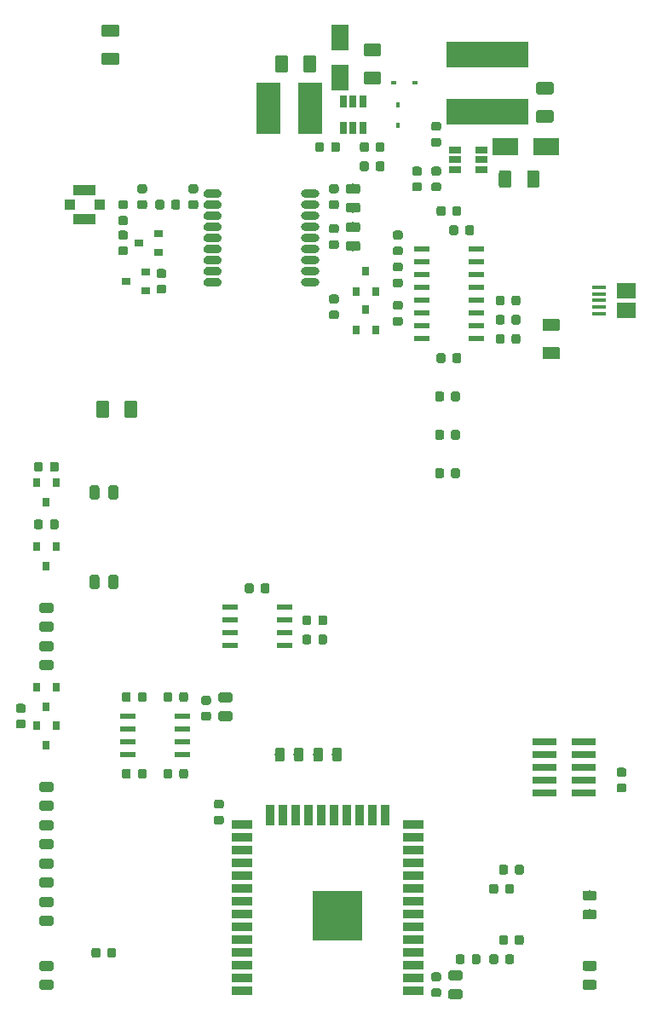
<source format=gbr>
G04 #@! TF.GenerationSoftware,KiCad,Pcbnew,(5.0.2)-1*
G04 #@! TF.CreationDate,2020-01-14T01:16:21+01:00*
G04 #@! TF.ProjectId,airMon,6169724d-6f6e-42e6-9b69-6361645f7063,0.1*
G04 #@! TF.SameCoordinates,Original*
G04 #@! TF.FileFunction,Paste,Top*
G04 #@! TF.FilePolarity,Positive*
%FSLAX46Y46*%
G04 Gerber Fmt 4.6, Leading zero omitted, Abs format (unit mm)*
G04 Created by KiCad (PCBNEW (5.0.2)-1) date 14.01.2020 1:16:21*
%MOMM*%
%LPD*%
G01*
G04 APERTURE LIST*
%ADD10R,8.200000X2.600000*%
%ADD11C,0.100000*%
%ADD12C,0.875000*%
%ADD13C,0.975000*%
%ADD14C,1.250000*%
%ADD15R,2.500000X1.800000*%
%ADD16R,0.450000X0.600000*%
%ADD17R,0.600000X0.450000*%
%ADD18R,1.800000X2.500000*%
%ADD19R,2.400000X0.740000*%
%ADD20R,2.200000X1.050000*%
%ADD21R,1.000000X1.000000*%
%ADD22R,2.350000X5.100000*%
%ADD23R,0.900000X0.800000*%
%ADD24R,0.800000X0.900000*%
%ADD25R,5.000000X5.000000*%
%ADD26R,2.000000X0.900000*%
%ADD27R,0.900000X2.000000*%
%ADD28R,1.550000X0.600000*%
%ADD29C,0.800000*%
%ADD30R,1.220000X0.650000*%
%ADD31R,0.650000X1.220000*%
%ADD32R,1.500000X0.600000*%
%ADD33R,1.900000X1.500000*%
%ADD34R,1.350000X0.381000*%
G04 APERTURE END LIST*
D10*
G04 #@! TO.C,L2*
X67310000Y-30105000D03*
X67310000Y-24505000D03*
G04 #@! TD*
D11*
G04 #@! TO.C,C1*
G36*
X66432691Y-113826053D02*
X66453926Y-113829203D01*
X66474750Y-113834419D01*
X66494962Y-113841651D01*
X66514368Y-113850830D01*
X66532781Y-113861866D01*
X66550024Y-113874654D01*
X66565930Y-113889070D01*
X66580346Y-113904976D01*
X66593134Y-113922219D01*
X66604170Y-113940632D01*
X66613349Y-113960038D01*
X66620581Y-113980250D01*
X66625797Y-114001074D01*
X66628947Y-114022309D01*
X66630000Y-114043750D01*
X66630000Y-114556250D01*
X66628947Y-114577691D01*
X66625797Y-114598926D01*
X66620581Y-114619750D01*
X66613349Y-114639962D01*
X66604170Y-114659368D01*
X66593134Y-114677781D01*
X66580346Y-114695024D01*
X66565930Y-114710930D01*
X66550024Y-114725346D01*
X66532781Y-114738134D01*
X66514368Y-114749170D01*
X66494962Y-114758349D01*
X66474750Y-114765581D01*
X66453926Y-114770797D01*
X66432691Y-114773947D01*
X66411250Y-114775000D01*
X65973750Y-114775000D01*
X65952309Y-114773947D01*
X65931074Y-114770797D01*
X65910250Y-114765581D01*
X65890038Y-114758349D01*
X65870632Y-114749170D01*
X65852219Y-114738134D01*
X65834976Y-114725346D01*
X65819070Y-114710930D01*
X65804654Y-114695024D01*
X65791866Y-114677781D01*
X65780830Y-114659368D01*
X65771651Y-114639962D01*
X65764419Y-114619750D01*
X65759203Y-114598926D01*
X65756053Y-114577691D01*
X65755000Y-114556250D01*
X65755000Y-114043750D01*
X65756053Y-114022309D01*
X65759203Y-114001074D01*
X65764419Y-113980250D01*
X65771651Y-113960038D01*
X65780830Y-113940632D01*
X65791866Y-113922219D01*
X65804654Y-113904976D01*
X65819070Y-113889070D01*
X65834976Y-113874654D01*
X65852219Y-113861866D01*
X65870632Y-113850830D01*
X65890038Y-113841651D01*
X65910250Y-113834419D01*
X65931074Y-113829203D01*
X65952309Y-113826053D01*
X65973750Y-113825000D01*
X66411250Y-113825000D01*
X66432691Y-113826053D01*
X66432691Y-113826053D01*
G37*
D12*
X66192500Y-114300000D03*
D11*
G36*
X64857691Y-113826053D02*
X64878926Y-113829203D01*
X64899750Y-113834419D01*
X64919962Y-113841651D01*
X64939368Y-113850830D01*
X64957781Y-113861866D01*
X64975024Y-113874654D01*
X64990930Y-113889070D01*
X65005346Y-113904976D01*
X65018134Y-113922219D01*
X65029170Y-113940632D01*
X65038349Y-113960038D01*
X65045581Y-113980250D01*
X65050797Y-114001074D01*
X65053947Y-114022309D01*
X65055000Y-114043750D01*
X65055000Y-114556250D01*
X65053947Y-114577691D01*
X65050797Y-114598926D01*
X65045581Y-114619750D01*
X65038349Y-114639962D01*
X65029170Y-114659368D01*
X65018134Y-114677781D01*
X65005346Y-114695024D01*
X64990930Y-114710930D01*
X64975024Y-114725346D01*
X64957781Y-114738134D01*
X64939368Y-114749170D01*
X64919962Y-114758349D01*
X64899750Y-114765581D01*
X64878926Y-114770797D01*
X64857691Y-114773947D01*
X64836250Y-114775000D01*
X64398750Y-114775000D01*
X64377309Y-114773947D01*
X64356074Y-114770797D01*
X64335250Y-114765581D01*
X64315038Y-114758349D01*
X64295632Y-114749170D01*
X64277219Y-114738134D01*
X64259976Y-114725346D01*
X64244070Y-114710930D01*
X64229654Y-114695024D01*
X64216866Y-114677781D01*
X64205830Y-114659368D01*
X64196651Y-114639962D01*
X64189419Y-114619750D01*
X64184203Y-114598926D01*
X64181053Y-114577691D01*
X64180000Y-114556250D01*
X64180000Y-114043750D01*
X64181053Y-114022309D01*
X64184203Y-114001074D01*
X64189419Y-113980250D01*
X64196651Y-113960038D01*
X64205830Y-113940632D01*
X64216866Y-113922219D01*
X64229654Y-113904976D01*
X64244070Y-113889070D01*
X64259976Y-113874654D01*
X64277219Y-113861866D01*
X64295632Y-113850830D01*
X64315038Y-113841651D01*
X64335250Y-113834419D01*
X64356074Y-113829203D01*
X64377309Y-113826053D01*
X64398750Y-113825000D01*
X64836250Y-113825000D01*
X64857691Y-113826053D01*
X64857691Y-113826053D01*
G37*
D12*
X64617500Y-114300000D03*
G04 #@! TD*
D11*
G04 #@! TO.C,C2*
G36*
X62507691Y-115616053D02*
X62528926Y-115619203D01*
X62549750Y-115624419D01*
X62569962Y-115631651D01*
X62589368Y-115640830D01*
X62607781Y-115651866D01*
X62625024Y-115664654D01*
X62640930Y-115679070D01*
X62655346Y-115694976D01*
X62668134Y-115712219D01*
X62679170Y-115730632D01*
X62688349Y-115750038D01*
X62695581Y-115770250D01*
X62700797Y-115791074D01*
X62703947Y-115812309D01*
X62705000Y-115833750D01*
X62705000Y-116271250D01*
X62703947Y-116292691D01*
X62700797Y-116313926D01*
X62695581Y-116334750D01*
X62688349Y-116354962D01*
X62679170Y-116374368D01*
X62668134Y-116392781D01*
X62655346Y-116410024D01*
X62640930Y-116425930D01*
X62625024Y-116440346D01*
X62607781Y-116453134D01*
X62589368Y-116464170D01*
X62569962Y-116473349D01*
X62549750Y-116480581D01*
X62528926Y-116485797D01*
X62507691Y-116488947D01*
X62486250Y-116490000D01*
X61973750Y-116490000D01*
X61952309Y-116488947D01*
X61931074Y-116485797D01*
X61910250Y-116480581D01*
X61890038Y-116473349D01*
X61870632Y-116464170D01*
X61852219Y-116453134D01*
X61834976Y-116440346D01*
X61819070Y-116425930D01*
X61804654Y-116410024D01*
X61791866Y-116392781D01*
X61780830Y-116374368D01*
X61771651Y-116354962D01*
X61764419Y-116334750D01*
X61759203Y-116313926D01*
X61756053Y-116292691D01*
X61755000Y-116271250D01*
X61755000Y-115833750D01*
X61756053Y-115812309D01*
X61759203Y-115791074D01*
X61764419Y-115770250D01*
X61771651Y-115750038D01*
X61780830Y-115730632D01*
X61791866Y-115712219D01*
X61804654Y-115694976D01*
X61819070Y-115679070D01*
X61834976Y-115664654D01*
X61852219Y-115651866D01*
X61870632Y-115640830D01*
X61890038Y-115631651D01*
X61910250Y-115624419D01*
X61931074Y-115619203D01*
X61952309Y-115616053D01*
X61973750Y-115615000D01*
X62486250Y-115615000D01*
X62507691Y-115616053D01*
X62507691Y-115616053D01*
G37*
D12*
X62230000Y-116052500D03*
D11*
G36*
X62507691Y-117191053D02*
X62528926Y-117194203D01*
X62549750Y-117199419D01*
X62569962Y-117206651D01*
X62589368Y-117215830D01*
X62607781Y-117226866D01*
X62625024Y-117239654D01*
X62640930Y-117254070D01*
X62655346Y-117269976D01*
X62668134Y-117287219D01*
X62679170Y-117305632D01*
X62688349Y-117325038D01*
X62695581Y-117345250D01*
X62700797Y-117366074D01*
X62703947Y-117387309D01*
X62705000Y-117408750D01*
X62705000Y-117846250D01*
X62703947Y-117867691D01*
X62700797Y-117888926D01*
X62695581Y-117909750D01*
X62688349Y-117929962D01*
X62679170Y-117949368D01*
X62668134Y-117967781D01*
X62655346Y-117985024D01*
X62640930Y-118000930D01*
X62625024Y-118015346D01*
X62607781Y-118028134D01*
X62589368Y-118039170D01*
X62569962Y-118048349D01*
X62549750Y-118055581D01*
X62528926Y-118060797D01*
X62507691Y-118063947D01*
X62486250Y-118065000D01*
X61973750Y-118065000D01*
X61952309Y-118063947D01*
X61931074Y-118060797D01*
X61910250Y-118055581D01*
X61890038Y-118048349D01*
X61870632Y-118039170D01*
X61852219Y-118028134D01*
X61834976Y-118015346D01*
X61819070Y-118000930D01*
X61804654Y-117985024D01*
X61791866Y-117967781D01*
X61780830Y-117949368D01*
X61771651Y-117929962D01*
X61764419Y-117909750D01*
X61759203Y-117888926D01*
X61756053Y-117867691D01*
X61755000Y-117846250D01*
X61755000Y-117408750D01*
X61756053Y-117387309D01*
X61759203Y-117366074D01*
X61764419Y-117345250D01*
X61771651Y-117325038D01*
X61780830Y-117305632D01*
X61791866Y-117287219D01*
X61804654Y-117269976D01*
X61819070Y-117254070D01*
X61834976Y-117239654D01*
X61852219Y-117226866D01*
X61870632Y-117215830D01*
X61890038Y-117206651D01*
X61910250Y-117199419D01*
X61931074Y-117194203D01*
X61952309Y-117191053D01*
X61973750Y-117190000D01*
X62486250Y-117190000D01*
X62507691Y-117191053D01*
X62507691Y-117191053D01*
G37*
D12*
X62230000Y-117627500D03*
G04 #@! TD*
D11*
G04 #@! TO.C,C3*
G36*
X64615142Y-115416174D02*
X64638803Y-115419684D01*
X64662007Y-115425496D01*
X64684529Y-115433554D01*
X64706153Y-115443782D01*
X64726670Y-115456079D01*
X64745883Y-115470329D01*
X64763607Y-115486393D01*
X64779671Y-115504117D01*
X64793921Y-115523330D01*
X64806218Y-115543847D01*
X64816446Y-115565471D01*
X64824504Y-115587993D01*
X64830316Y-115611197D01*
X64833826Y-115634858D01*
X64835000Y-115658750D01*
X64835000Y-116146250D01*
X64833826Y-116170142D01*
X64830316Y-116193803D01*
X64824504Y-116217007D01*
X64816446Y-116239529D01*
X64806218Y-116261153D01*
X64793921Y-116281670D01*
X64779671Y-116300883D01*
X64763607Y-116318607D01*
X64745883Y-116334671D01*
X64726670Y-116348921D01*
X64706153Y-116361218D01*
X64684529Y-116371446D01*
X64662007Y-116379504D01*
X64638803Y-116385316D01*
X64615142Y-116388826D01*
X64591250Y-116390000D01*
X63678750Y-116390000D01*
X63654858Y-116388826D01*
X63631197Y-116385316D01*
X63607993Y-116379504D01*
X63585471Y-116371446D01*
X63563847Y-116361218D01*
X63543330Y-116348921D01*
X63524117Y-116334671D01*
X63506393Y-116318607D01*
X63490329Y-116300883D01*
X63476079Y-116281670D01*
X63463782Y-116261153D01*
X63453554Y-116239529D01*
X63445496Y-116217007D01*
X63439684Y-116193803D01*
X63436174Y-116170142D01*
X63435000Y-116146250D01*
X63435000Y-115658750D01*
X63436174Y-115634858D01*
X63439684Y-115611197D01*
X63445496Y-115587993D01*
X63453554Y-115565471D01*
X63463782Y-115543847D01*
X63476079Y-115523330D01*
X63490329Y-115504117D01*
X63506393Y-115486393D01*
X63524117Y-115470329D01*
X63543330Y-115456079D01*
X63563847Y-115443782D01*
X63585471Y-115433554D01*
X63607993Y-115425496D01*
X63631197Y-115419684D01*
X63654858Y-115416174D01*
X63678750Y-115415000D01*
X64591250Y-115415000D01*
X64615142Y-115416174D01*
X64615142Y-115416174D01*
G37*
D13*
X64135000Y-115902500D03*
D11*
G36*
X64615142Y-117291174D02*
X64638803Y-117294684D01*
X64662007Y-117300496D01*
X64684529Y-117308554D01*
X64706153Y-117318782D01*
X64726670Y-117331079D01*
X64745883Y-117345329D01*
X64763607Y-117361393D01*
X64779671Y-117379117D01*
X64793921Y-117398330D01*
X64806218Y-117418847D01*
X64816446Y-117440471D01*
X64824504Y-117462993D01*
X64830316Y-117486197D01*
X64833826Y-117509858D01*
X64835000Y-117533750D01*
X64835000Y-118021250D01*
X64833826Y-118045142D01*
X64830316Y-118068803D01*
X64824504Y-118092007D01*
X64816446Y-118114529D01*
X64806218Y-118136153D01*
X64793921Y-118156670D01*
X64779671Y-118175883D01*
X64763607Y-118193607D01*
X64745883Y-118209671D01*
X64726670Y-118223921D01*
X64706153Y-118236218D01*
X64684529Y-118246446D01*
X64662007Y-118254504D01*
X64638803Y-118260316D01*
X64615142Y-118263826D01*
X64591250Y-118265000D01*
X63678750Y-118265000D01*
X63654858Y-118263826D01*
X63631197Y-118260316D01*
X63607993Y-118254504D01*
X63585471Y-118246446D01*
X63563847Y-118236218D01*
X63543330Y-118223921D01*
X63524117Y-118209671D01*
X63506393Y-118193607D01*
X63490329Y-118175883D01*
X63476079Y-118156670D01*
X63463782Y-118136153D01*
X63453554Y-118114529D01*
X63445496Y-118092007D01*
X63439684Y-118068803D01*
X63436174Y-118045142D01*
X63435000Y-118021250D01*
X63435000Y-117533750D01*
X63436174Y-117509858D01*
X63439684Y-117486197D01*
X63445496Y-117462993D01*
X63453554Y-117440471D01*
X63463782Y-117418847D01*
X63476079Y-117398330D01*
X63490329Y-117379117D01*
X63506393Y-117361393D01*
X63524117Y-117345329D01*
X63543330Y-117331079D01*
X63563847Y-117318782D01*
X63585471Y-117308554D01*
X63607993Y-117300496D01*
X63631197Y-117294684D01*
X63654858Y-117291174D01*
X63678750Y-117290000D01*
X64591250Y-117290000D01*
X64615142Y-117291174D01*
X64615142Y-117291174D01*
G37*
D13*
X64135000Y-117777500D03*
G04 #@! TD*
D11*
G04 #@! TO.C,C4*
G36*
X80922691Y-95296053D02*
X80943926Y-95299203D01*
X80964750Y-95304419D01*
X80984962Y-95311651D01*
X81004368Y-95320830D01*
X81022781Y-95331866D01*
X81040024Y-95344654D01*
X81055930Y-95359070D01*
X81070346Y-95374976D01*
X81083134Y-95392219D01*
X81094170Y-95410632D01*
X81103349Y-95430038D01*
X81110581Y-95450250D01*
X81115797Y-95471074D01*
X81118947Y-95492309D01*
X81120000Y-95513750D01*
X81120000Y-95951250D01*
X81118947Y-95972691D01*
X81115797Y-95993926D01*
X81110581Y-96014750D01*
X81103349Y-96034962D01*
X81094170Y-96054368D01*
X81083134Y-96072781D01*
X81070346Y-96090024D01*
X81055930Y-96105930D01*
X81040024Y-96120346D01*
X81022781Y-96133134D01*
X81004368Y-96144170D01*
X80984962Y-96153349D01*
X80964750Y-96160581D01*
X80943926Y-96165797D01*
X80922691Y-96168947D01*
X80901250Y-96170000D01*
X80388750Y-96170000D01*
X80367309Y-96168947D01*
X80346074Y-96165797D01*
X80325250Y-96160581D01*
X80305038Y-96153349D01*
X80285632Y-96144170D01*
X80267219Y-96133134D01*
X80249976Y-96120346D01*
X80234070Y-96105930D01*
X80219654Y-96090024D01*
X80206866Y-96072781D01*
X80195830Y-96054368D01*
X80186651Y-96034962D01*
X80179419Y-96014750D01*
X80174203Y-95993926D01*
X80171053Y-95972691D01*
X80170000Y-95951250D01*
X80170000Y-95513750D01*
X80171053Y-95492309D01*
X80174203Y-95471074D01*
X80179419Y-95450250D01*
X80186651Y-95430038D01*
X80195830Y-95410632D01*
X80206866Y-95392219D01*
X80219654Y-95374976D01*
X80234070Y-95359070D01*
X80249976Y-95344654D01*
X80267219Y-95331866D01*
X80285632Y-95320830D01*
X80305038Y-95311651D01*
X80325250Y-95304419D01*
X80346074Y-95299203D01*
X80367309Y-95296053D01*
X80388750Y-95295000D01*
X80901250Y-95295000D01*
X80922691Y-95296053D01*
X80922691Y-95296053D01*
G37*
D12*
X80645000Y-95732500D03*
D11*
G36*
X80922691Y-96871053D02*
X80943926Y-96874203D01*
X80964750Y-96879419D01*
X80984962Y-96886651D01*
X81004368Y-96895830D01*
X81022781Y-96906866D01*
X81040024Y-96919654D01*
X81055930Y-96934070D01*
X81070346Y-96949976D01*
X81083134Y-96967219D01*
X81094170Y-96985632D01*
X81103349Y-97005038D01*
X81110581Y-97025250D01*
X81115797Y-97046074D01*
X81118947Y-97067309D01*
X81120000Y-97088750D01*
X81120000Y-97526250D01*
X81118947Y-97547691D01*
X81115797Y-97568926D01*
X81110581Y-97589750D01*
X81103349Y-97609962D01*
X81094170Y-97629368D01*
X81083134Y-97647781D01*
X81070346Y-97665024D01*
X81055930Y-97680930D01*
X81040024Y-97695346D01*
X81022781Y-97708134D01*
X81004368Y-97719170D01*
X80984962Y-97728349D01*
X80964750Y-97735581D01*
X80943926Y-97740797D01*
X80922691Y-97743947D01*
X80901250Y-97745000D01*
X80388750Y-97745000D01*
X80367309Y-97743947D01*
X80346074Y-97740797D01*
X80325250Y-97735581D01*
X80305038Y-97728349D01*
X80285632Y-97719170D01*
X80267219Y-97708134D01*
X80249976Y-97695346D01*
X80234070Y-97680930D01*
X80219654Y-97665024D01*
X80206866Y-97647781D01*
X80195830Y-97629368D01*
X80186651Y-97609962D01*
X80179419Y-97589750D01*
X80174203Y-97568926D01*
X80171053Y-97547691D01*
X80170000Y-97526250D01*
X80170000Y-97088750D01*
X80171053Y-97067309D01*
X80174203Y-97046074D01*
X80179419Y-97025250D01*
X80186651Y-97005038D01*
X80195830Y-96985632D01*
X80206866Y-96967219D01*
X80219654Y-96949976D01*
X80234070Y-96934070D01*
X80249976Y-96919654D01*
X80267219Y-96906866D01*
X80285632Y-96895830D01*
X80305038Y-96886651D01*
X80325250Y-96879419D01*
X80346074Y-96874203D01*
X80367309Y-96871053D01*
X80388750Y-96870000D01*
X80901250Y-96870000D01*
X80922691Y-96871053D01*
X80922691Y-96871053D01*
G37*
D12*
X80645000Y-97307500D03*
G04 #@! TD*
D11*
G04 #@! TO.C,C5*
G36*
X40917691Y-100046053D02*
X40938926Y-100049203D01*
X40959750Y-100054419D01*
X40979962Y-100061651D01*
X40999368Y-100070830D01*
X41017781Y-100081866D01*
X41035024Y-100094654D01*
X41050930Y-100109070D01*
X41065346Y-100124976D01*
X41078134Y-100142219D01*
X41089170Y-100160632D01*
X41098349Y-100180038D01*
X41105581Y-100200250D01*
X41110797Y-100221074D01*
X41113947Y-100242309D01*
X41115000Y-100263750D01*
X41115000Y-100701250D01*
X41113947Y-100722691D01*
X41110797Y-100743926D01*
X41105581Y-100764750D01*
X41098349Y-100784962D01*
X41089170Y-100804368D01*
X41078134Y-100822781D01*
X41065346Y-100840024D01*
X41050930Y-100855930D01*
X41035024Y-100870346D01*
X41017781Y-100883134D01*
X40999368Y-100894170D01*
X40979962Y-100903349D01*
X40959750Y-100910581D01*
X40938926Y-100915797D01*
X40917691Y-100918947D01*
X40896250Y-100920000D01*
X40383750Y-100920000D01*
X40362309Y-100918947D01*
X40341074Y-100915797D01*
X40320250Y-100910581D01*
X40300038Y-100903349D01*
X40280632Y-100894170D01*
X40262219Y-100883134D01*
X40244976Y-100870346D01*
X40229070Y-100855930D01*
X40214654Y-100840024D01*
X40201866Y-100822781D01*
X40190830Y-100804368D01*
X40181651Y-100784962D01*
X40174419Y-100764750D01*
X40169203Y-100743926D01*
X40166053Y-100722691D01*
X40165000Y-100701250D01*
X40165000Y-100263750D01*
X40166053Y-100242309D01*
X40169203Y-100221074D01*
X40174419Y-100200250D01*
X40181651Y-100180038D01*
X40190830Y-100160632D01*
X40201866Y-100142219D01*
X40214654Y-100124976D01*
X40229070Y-100109070D01*
X40244976Y-100094654D01*
X40262219Y-100081866D01*
X40280632Y-100070830D01*
X40300038Y-100061651D01*
X40320250Y-100054419D01*
X40341074Y-100049203D01*
X40362309Y-100046053D01*
X40383750Y-100045000D01*
X40896250Y-100045000D01*
X40917691Y-100046053D01*
X40917691Y-100046053D01*
G37*
D12*
X40640000Y-100482500D03*
D11*
G36*
X40917691Y-98471053D02*
X40938926Y-98474203D01*
X40959750Y-98479419D01*
X40979962Y-98486651D01*
X40999368Y-98495830D01*
X41017781Y-98506866D01*
X41035024Y-98519654D01*
X41050930Y-98534070D01*
X41065346Y-98549976D01*
X41078134Y-98567219D01*
X41089170Y-98585632D01*
X41098349Y-98605038D01*
X41105581Y-98625250D01*
X41110797Y-98646074D01*
X41113947Y-98667309D01*
X41115000Y-98688750D01*
X41115000Y-99126250D01*
X41113947Y-99147691D01*
X41110797Y-99168926D01*
X41105581Y-99189750D01*
X41098349Y-99209962D01*
X41089170Y-99229368D01*
X41078134Y-99247781D01*
X41065346Y-99265024D01*
X41050930Y-99280930D01*
X41035024Y-99295346D01*
X41017781Y-99308134D01*
X40999368Y-99319170D01*
X40979962Y-99328349D01*
X40959750Y-99335581D01*
X40938926Y-99340797D01*
X40917691Y-99343947D01*
X40896250Y-99345000D01*
X40383750Y-99345000D01*
X40362309Y-99343947D01*
X40341074Y-99340797D01*
X40320250Y-99335581D01*
X40300038Y-99328349D01*
X40280632Y-99319170D01*
X40262219Y-99308134D01*
X40244976Y-99295346D01*
X40229070Y-99280930D01*
X40214654Y-99265024D01*
X40201866Y-99247781D01*
X40190830Y-99229368D01*
X40181651Y-99209962D01*
X40174419Y-99189750D01*
X40169203Y-99168926D01*
X40166053Y-99147691D01*
X40165000Y-99126250D01*
X40165000Y-98688750D01*
X40166053Y-98667309D01*
X40169203Y-98646074D01*
X40174419Y-98625250D01*
X40181651Y-98605038D01*
X40190830Y-98585632D01*
X40201866Y-98567219D01*
X40214654Y-98549976D01*
X40229070Y-98534070D01*
X40244976Y-98519654D01*
X40262219Y-98506866D01*
X40280632Y-98495830D01*
X40300038Y-98486651D01*
X40320250Y-98479419D01*
X40341074Y-98474203D01*
X40362309Y-98471053D01*
X40383750Y-98470000D01*
X40896250Y-98470000D01*
X40917691Y-98471053D01*
X40917691Y-98471053D01*
G37*
D12*
X40640000Y-98907500D03*
G04 #@! TD*
D11*
G04 #@! TO.C,C6*
G36*
X30494504Y-21471204D02*
X30518773Y-21474804D01*
X30542571Y-21480765D01*
X30565671Y-21489030D01*
X30587849Y-21499520D01*
X30608893Y-21512133D01*
X30628598Y-21526747D01*
X30646777Y-21543223D01*
X30663253Y-21561402D01*
X30677867Y-21581107D01*
X30690480Y-21602151D01*
X30700970Y-21624329D01*
X30709235Y-21647429D01*
X30715196Y-21671227D01*
X30718796Y-21695496D01*
X30720000Y-21720000D01*
X30720000Y-22470000D01*
X30718796Y-22494504D01*
X30715196Y-22518773D01*
X30709235Y-22542571D01*
X30700970Y-22565671D01*
X30690480Y-22587849D01*
X30677867Y-22608893D01*
X30663253Y-22628598D01*
X30646777Y-22646777D01*
X30628598Y-22663253D01*
X30608893Y-22677867D01*
X30587849Y-22690480D01*
X30565671Y-22700970D01*
X30542571Y-22709235D01*
X30518773Y-22715196D01*
X30494504Y-22718796D01*
X30470000Y-22720000D01*
X29220000Y-22720000D01*
X29195496Y-22718796D01*
X29171227Y-22715196D01*
X29147429Y-22709235D01*
X29124329Y-22700970D01*
X29102151Y-22690480D01*
X29081107Y-22677867D01*
X29061402Y-22663253D01*
X29043223Y-22646777D01*
X29026747Y-22628598D01*
X29012133Y-22608893D01*
X28999520Y-22587849D01*
X28989030Y-22565671D01*
X28980765Y-22542571D01*
X28974804Y-22518773D01*
X28971204Y-22494504D01*
X28970000Y-22470000D01*
X28970000Y-21720000D01*
X28971204Y-21695496D01*
X28974804Y-21671227D01*
X28980765Y-21647429D01*
X28989030Y-21624329D01*
X28999520Y-21602151D01*
X29012133Y-21581107D01*
X29026747Y-21561402D01*
X29043223Y-21543223D01*
X29061402Y-21526747D01*
X29081107Y-21512133D01*
X29102151Y-21499520D01*
X29124329Y-21489030D01*
X29147429Y-21480765D01*
X29171227Y-21474804D01*
X29195496Y-21471204D01*
X29220000Y-21470000D01*
X30470000Y-21470000D01*
X30494504Y-21471204D01*
X30494504Y-21471204D01*
G37*
D14*
X29845000Y-22095000D03*
D11*
G36*
X30494504Y-24271204D02*
X30518773Y-24274804D01*
X30542571Y-24280765D01*
X30565671Y-24289030D01*
X30587849Y-24299520D01*
X30608893Y-24312133D01*
X30628598Y-24326747D01*
X30646777Y-24343223D01*
X30663253Y-24361402D01*
X30677867Y-24381107D01*
X30690480Y-24402151D01*
X30700970Y-24424329D01*
X30709235Y-24447429D01*
X30715196Y-24471227D01*
X30718796Y-24495496D01*
X30720000Y-24520000D01*
X30720000Y-25270000D01*
X30718796Y-25294504D01*
X30715196Y-25318773D01*
X30709235Y-25342571D01*
X30700970Y-25365671D01*
X30690480Y-25387849D01*
X30677867Y-25408893D01*
X30663253Y-25428598D01*
X30646777Y-25446777D01*
X30628598Y-25463253D01*
X30608893Y-25477867D01*
X30587849Y-25490480D01*
X30565671Y-25500970D01*
X30542571Y-25509235D01*
X30518773Y-25515196D01*
X30494504Y-25518796D01*
X30470000Y-25520000D01*
X29220000Y-25520000D01*
X29195496Y-25518796D01*
X29171227Y-25515196D01*
X29147429Y-25509235D01*
X29124329Y-25500970D01*
X29102151Y-25490480D01*
X29081107Y-25477867D01*
X29061402Y-25463253D01*
X29043223Y-25446777D01*
X29026747Y-25428598D01*
X29012133Y-25408893D01*
X28999520Y-25387849D01*
X28989030Y-25365671D01*
X28980765Y-25342571D01*
X28974804Y-25318773D01*
X28971204Y-25294504D01*
X28970000Y-25270000D01*
X28970000Y-24520000D01*
X28971204Y-24495496D01*
X28974804Y-24471227D01*
X28980765Y-24447429D01*
X28989030Y-24424329D01*
X28999520Y-24402151D01*
X29012133Y-24381107D01*
X29026747Y-24361402D01*
X29043223Y-24343223D01*
X29061402Y-24326747D01*
X29081107Y-24312133D01*
X29102151Y-24299520D01*
X29124329Y-24289030D01*
X29147429Y-24280765D01*
X29171227Y-24274804D01*
X29195496Y-24271204D01*
X29220000Y-24270000D01*
X30470000Y-24270000D01*
X30494504Y-24271204D01*
X30494504Y-24271204D01*
G37*
D14*
X29845000Y-24895000D03*
G04 #@! TD*
D11*
G04 #@! TO.C,C8*
G36*
X23975142Y-114478674D02*
X23998803Y-114482184D01*
X24022007Y-114487996D01*
X24044529Y-114496054D01*
X24066153Y-114506282D01*
X24086670Y-114518579D01*
X24105883Y-114532829D01*
X24123607Y-114548893D01*
X24139671Y-114566617D01*
X24153921Y-114585830D01*
X24166218Y-114606347D01*
X24176446Y-114627971D01*
X24184504Y-114650493D01*
X24190316Y-114673697D01*
X24193826Y-114697358D01*
X24195000Y-114721250D01*
X24195000Y-115208750D01*
X24193826Y-115232642D01*
X24190316Y-115256303D01*
X24184504Y-115279507D01*
X24176446Y-115302029D01*
X24166218Y-115323653D01*
X24153921Y-115344170D01*
X24139671Y-115363383D01*
X24123607Y-115381107D01*
X24105883Y-115397171D01*
X24086670Y-115411421D01*
X24066153Y-115423718D01*
X24044529Y-115433946D01*
X24022007Y-115442004D01*
X23998803Y-115447816D01*
X23975142Y-115451326D01*
X23951250Y-115452500D01*
X23038750Y-115452500D01*
X23014858Y-115451326D01*
X22991197Y-115447816D01*
X22967993Y-115442004D01*
X22945471Y-115433946D01*
X22923847Y-115423718D01*
X22903330Y-115411421D01*
X22884117Y-115397171D01*
X22866393Y-115381107D01*
X22850329Y-115363383D01*
X22836079Y-115344170D01*
X22823782Y-115323653D01*
X22813554Y-115302029D01*
X22805496Y-115279507D01*
X22799684Y-115256303D01*
X22796174Y-115232642D01*
X22795000Y-115208750D01*
X22795000Y-114721250D01*
X22796174Y-114697358D01*
X22799684Y-114673697D01*
X22805496Y-114650493D01*
X22813554Y-114627971D01*
X22823782Y-114606347D01*
X22836079Y-114585830D01*
X22850329Y-114566617D01*
X22866393Y-114548893D01*
X22884117Y-114532829D01*
X22903330Y-114518579D01*
X22923847Y-114506282D01*
X22945471Y-114496054D01*
X22967993Y-114487996D01*
X22991197Y-114482184D01*
X23014858Y-114478674D01*
X23038750Y-114477500D01*
X23951250Y-114477500D01*
X23975142Y-114478674D01*
X23975142Y-114478674D01*
G37*
D13*
X23495000Y-114965000D03*
D11*
G36*
X23975142Y-116353674D02*
X23998803Y-116357184D01*
X24022007Y-116362996D01*
X24044529Y-116371054D01*
X24066153Y-116381282D01*
X24086670Y-116393579D01*
X24105883Y-116407829D01*
X24123607Y-116423893D01*
X24139671Y-116441617D01*
X24153921Y-116460830D01*
X24166218Y-116481347D01*
X24176446Y-116502971D01*
X24184504Y-116525493D01*
X24190316Y-116548697D01*
X24193826Y-116572358D01*
X24195000Y-116596250D01*
X24195000Y-117083750D01*
X24193826Y-117107642D01*
X24190316Y-117131303D01*
X24184504Y-117154507D01*
X24176446Y-117177029D01*
X24166218Y-117198653D01*
X24153921Y-117219170D01*
X24139671Y-117238383D01*
X24123607Y-117256107D01*
X24105883Y-117272171D01*
X24086670Y-117286421D01*
X24066153Y-117298718D01*
X24044529Y-117308946D01*
X24022007Y-117317004D01*
X23998803Y-117322816D01*
X23975142Y-117326326D01*
X23951250Y-117327500D01*
X23038750Y-117327500D01*
X23014858Y-117326326D01*
X22991197Y-117322816D01*
X22967993Y-117317004D01*
X22945471Y-117308946D01*
X22923847Y-117298718D01*
X22903330Y-117286421D01*
X22884117Y-117272171D01*
X22866393Y-117256107D01*
X22850329Y-117238383D01*
X22836079Y-117219170D01*
X22823782Y-117198653D01*
X22813554Y-117177029D01*
X22805496Y-117154507D01*
X22799684Y-117131303D01*
X22796174Y-117107642D01*
X22795000Y-117083750D01*
X22795000Y-116596250D01*
X22796174Y-116572358D01*
X22799684Y-116548697D01*
X22805496Y-116525493D01*
X22813554Y-116502971D01*
X22823782Y-116481347D01*
X22836079Y-116460830D01*
X22850329Y-116441617D01*
X22866393Y-116423893D01*
X22884117Y-116407829D01*
X22903330Y-116393579D01*
X22923847Y-116381282D01*
X22945471Y-116371054D01*
X22967993Y-116362996D01*
X22991197Y-116357184D01*
X23014858Y-116353674D01*
X23038750Y-116352500D01*
X23951250Y-116352500D01*
X23975142Y-116353674D01*
X23975142Y-116353674D01*
G37*
D13*
X23495000Y-116840000D03*
G04 #@! TD*
D11*
G04 #@! TO.C,C9*
G36*
X23975142Y-106193674D02*
X23998803Y-106197184D01*
X24022007Y-106202996D01*
X24044529Y-106211054D01*
X24066153Y-106221282D01*
X24086670Y-106233579D01*
X24105883Y-106247829D01*
X24123607Y-106263893D01*
X24139671Y-106281617D01*
X24153921Y-106300830D01*
X24166218Y-106321347D01*
X24176446Y-106342971D01*
X24184504Y-106365493D01*
X24190316Y-106388697D01*
X24193826Y-106412358D01*
X24195000Y-106436250D01*
X24195000Y-106923750D01*
X24193826Y-106947642D01*
X24190316Y-106971303D01*
X24184504Y-106994507D01*
X24176446Y-107017029D01*
X24166218Y-107038653D01*
X24153921Y-107059170D01*
X24139671Y-107078383D01*
X24123607Y-107096107D01*
X24105883Y-107112171D01*
X24086670Y-107126421D01*
X24066153Y-107138718D01*
X24044529Y-107148946D01*
X24022007Y-107157004D01*
X23998803Y-107162816D01*
X23975142Y-107166326D01*
X23951250Y-107167500D01*
X23038750Y-107167500D01*
X23014858Y-107166326D01*
X22991197Y-107162816D01*
X22967993Y-107157004D01*
X22945471Y-107148946D01*
X22923847Y-107138718D01*
X22903330Y-107126421D01*
X22884117Y-107112171D01*
X22866393Y-107096107D01*
X22850329Y-107078383D01*
X22836079Y-107059170D01*
X22823782Y-107038653D01*
X22813554Y-107017029D01*
X22805496Y-106994507D01*
X22799684Y-106971303D01*
X22796174Y-106947642D01*
X22795000Y-106923750D01*
X22795000Y-106436250D01*
X22796174Y-106412358D01*
X22799684Y-106388697D01*
X22805496Y-106365493D01*
X22813554Y-106342971D01*
X22823782Y-106321347D01*
X22836079Y-106300830D01*
X22850329Y-106281617D01*
X22866393Y-106263893D01*
X22884117Y-106247829D01*
X22903330Y-106233579D01*
X22923847Y-106221282D01*
X22945471Y-106211054D01*
X22967993Y-106202996D01*
X22991197Y-106197184D01*
X23014858Y-106193674D01*
X23038750Y-106192500D01*
X23951250Y-106192500D01*
X23975142Y-106193674D01*
X23975142Y-106193674D01*
G37*
D13*
X23495000Y-106680000D03*
D11*
G36*
X23975142Y-104318674D02*
X23998803Y-104322184D01*
X24022007Y-104327996D01*
X24044529Y-104336054D01*
X24066153Y-104346282D01*
X24086670Y-104358579D01*
X24105883Y-104372829D01*
X24123607Y-104388893D01*
X24139671Y-104406617D01*
X24153921Y-104425830D01*
X24166218Y-104446347D01*
X24176446Y-104467971D01*
X24184504Y-104490493D01*
X24190316Y-104513697D01*
X24193826Y-104537358D01*
X24195000Y-104561250D01*
X24195000Y-105048750D01*
X24193826Y-105072642D01*
X24190316Y-105096303D01*
X24184504Y-105119507D01*
X24176446Y-105142029D01*
X24166218Y-105163653D01*
X24153921Y-105184170D01*
X24139671Y-105203383D01*
X24123607Y-105221107D01*
X24105883Y-105237171D01*
X24086670Y-105251421D01*
X24066153Y-105263718D01*
X24044529Y-105273946D01*
X24022007Y-105282004D01*
X23998803Y-105287816D01*
X23975142Y-105291326D01*
X23951250Y-105292500D01*
X23038750Y-105292500D01*
X23014858Y-105291326D01*
X22991197Y-105287816D01*
X22967993Y-105282004D01*
X22945471Y-105273946D01*
X22923847Y-105263718D01*
X22903330Y-105251421D01*
X22884117Y-105237171D01*
X22866393Y-105221107D01*
X22850329Y-105203383D01*
X22836079Y-105184170D01*
X22823782Y-105163653D01*
X22813554Y-105142029D01*
X22805496Y-105119507D01*
X22799684Y-105096303D01*
X22796174Y-105072642D01*
X22795000Y-105048750D01*
X22795000Y-104561250D01*
X22796174Y-104537358D01*
X22799684Y-104513697D01*
X22805496Y-104490493D01*
X22813554Y-104467971D01*
X22823782Y-104446347D01*
X22836079Y-104425830D01*
X22850329Y-104406617D01*
X22866393Y-104388893D01*
X22884117Y-104372829D01*
X22903330Y-104358579D01*
X22923847Y-104346282D01*
X22945471Y-104336054D01*
X22967993Y-104327996D01*
X22991197Y-104322184D01*
X23014858Y-104318674D01*
X23038750Y-104317500D01*
X23951250Y-104317500D01*
X23975142Y-104318674D01*
X23975142Y-104318674D01*
G37*
D13*
X23495000Y-104805000D03*
G04 #@! TD*
D11*
G04 #@! TO.C,C10*
G36*
X23975142Y-108128674D02*
X23998803Y-108132184D01*
X24022007Y-108137996D01*
X24044529Y-108146054D01*
X24066153Y-108156282D01*
X24086670Y-108168579D01*
X24105883Y-108182829D01*
X24123607Y-108198893D01*
X24139671Y-108216617D01*
X24153921Y-108235830D01*
X24166218Y-108256347D01*
X24176446Y-108277971D01*
X24184504Y-108300493D01*
X24190316Y-108323697D01*
X24193826Y-108347358D01*
X24195000Y-108371250D01*
X24195000Y-108858750D01*
X24193826Y-108882642D01*
X24190316Y-108906303D01*
X24184504Y-108929507D01*
X24176446Y-108952029D01*
X24166218Y-108973653D01*
X24153921Y-108994170D01*
X24139671Y-109013383D01*
X24123607Y-109031107D01*
X24105883Y-109047171D01*
X24086670Y-109061421D01*
X24066153Y-109073718D01*
X24044529Y-109083946D01*
X24022007Y-109092004D01*
X23998803Y-109097816D01*
X23975142Y-109101326D01*
X23951250Y-109102500D01*
X23038750Y-109102500D01*
X23014858Y-109101326D01*
X22991197Y-109097816D01*
X22967993Y-109092004D01*
X22945471Y-109083946D01*
X22923847Y-109073718D01*
X22903330Y-109061421D01*
X22884117Y-109047171D01*
X22866393Y-109031107D01*
X22850329Y-109013383D01*
X22836079Y-108994170D01*
X22823782Y-108973653D01*
X22813554Y-108952029D01*
X22805496Y-108929507D01*
X22799684Y-108906303D01*
X22796174Y-108882642D01*
X22795000Y-108858750D01*
X22795000Y-108371250D01*
X22796174Y-108347358D01*
X22799684Y-108323697D01*
X22805496Y-108300493D01*
X22813554Y-108277971D01*
X22823782Y-108256347D01*
X22836079Y-108235830D01*
X22850329Y-108216617D01*
X22866393Y-108198893D01*
X22884117Y-108182829D01*
X22903330Y-108168579D01*
X22923847Y-108156282D01*
X22945471Y-108146054D01*
X22967993Y-108137996D01*
X22991197Y-108132184D01*
X23014858Y-108128674D01*
X23038750Y-108127500D01*
X23951250Y-108127500D01*
X23975142Y-108128674D01*
X23975142Y-108128674D01*
G37*
D13*
X23495000Y-108615000D03*
D11*
G36*
X23975142Y-110003674D02*
X23998803Y-110007184D01*
X24022007Y-110012996D01*
X24044529Y-110021054D01*
X24066153Y-110031282D01*
X24086670Y-110043579D01*
X24105883Y-110057829D01*
X24123607Y-110073893D01*
X24139671Y-110091617D01*
X24153921Y-110110830D01*
X24166218Y-110131347D01*
X24176446Y-110152971D01*
X24184504Y-110175493D01*
X24190316Y-110198697D01*
X24193826Y-110222358D01*
X24195000Y-110246250D01*
X24195000Y-110733750D01*
X24193826Y-110757642D01*
X24190316Y-110781303D01*
X24184504Y-110804507D01*
X24176446Y-110827029D01*
X24166218Y-110848653D01*
X24153921Y-110869170D01*
X24139671Y-110888383D01*
X24123607Y-110906107D01*
X24105883Y-110922171D01*
X24086670Y-110936421D01*
X24066153Y-110948718D01*
X24044529Y-110958946D01*
X24022007Y-110967004D01*
X23998803Y-110972816D01*
X23975142Y-110976326D01*
X23951250Y-110977500D01*
X23038750Y-110977500D01*
X23014858Y-110976326D01*
X22991197Y-110972816D01*
X22967993Y-110967004D01*
X22945471Y-110958946D01*
X22923847Y-110948718D01*
X22903330Y-110936421D01*
X22884117Y-110922171D01*
X22866393Y-110906107D01*
X22850329Y-110888383D01*
X22836079Y-110869170D01*
X22823782Y-110848653D01*
X22813554Y-110827029D01*
X22805496Y-110804507D01*
X22799684Y-110781303D01*
X22796174Y-110757642D01*
X22795000Y-110733750D01*
X22795000Y-110246250D01*
X22796174Y-110222358D01*
X22799684Y-110198697D01*
X22805496Y-110175493D01*
X22813554Y-110152971D01*
X22823782Y-110131347D01*
X22836079Y-110110830D01*
X22850329Y-110091617D01*
X22866393Y-110073893D01*
X22884117Y-110057829D01*
X22903330Y-110043579D01*
X22923847Y-110031282D01*
X22945471Y-110021054D01*
X22967993Y-110012996D01*
X22991197Y-110007184D01*
X23014858Y-110003674D01*
X23038750Y-110002500D01*
X23951250Y-110002500D01*
X23975142Y-110003674D01*
X23975142Y-110003674D01*
G37*
D13*
X23495000Y-110490000D03*
G04 #@! TD*
D11*
G04 #@! TO.C,C11*
G36*
X23975142Y-100508674D02*
X23998803Y-100512184D01*
X24022007Y-100517996D01*
X24044529Y-100526054D01*
X24066153Y-100536282D01*
X24086670Y-100548579D01*
X24105883Y-100562829D01*
X24123607Y-100578893D01*
X24139671Y-100596617D01*
X24153921Y-100615830D01*
X24166218Y-100636347D01*
X24176446Y-100657971D01*
X24184504Y-100680493D01*
X24190316Y-100703697D01*
X24193826Y-100727358D01*
X24195000Y-100751250D01*
X24195000Y-101238750D01*
X24193826Y-101262642D01*
X24190316Y-101286303D01*
X24184504Y-101309507D01*
X24176446Y-101332029D01*
X24166218Y-101353653D01*
X24153921Y-101374170D01*
X24139671Y-101393383D01*
X24123607Y-101411107D01*
X24105883Y-101427171D01*
X24086670Y-101441421D01*
X24066153Y-101453718D01*
X24044529Y-101463946D01*
X24022007Y-101472004D01*
X23998803Y-101477816D01*
X23975142Y-101481326D01*
X23951250Y-101482500D01*
X23038750Y-101482500D01*
X23014858Y-101481326D01*
X22991197Y-101477816D01*
X22967993Y-101472004D01*
X22945471Y-101463946D01*
X22923847Y-101453718D01*
X22903330Y-101441421D01*
X22884117Y-101427171D01*
X22866393Y-101411107D01*
X22850329Y-101393383D01*
X22836079Y-101374170D01*
X22823782Y-101353653D01*
X22813554Y-101332029D01*
X22805496Y-101309507D01*
X22799684Y-101286303D01*
X22796174Y-101262642D01*
X22795000Y-101238750D01*
X22795000Y-100751250D01*
X22796174Y-100727358D01*
X22799684Y-100703697D01*
X22805496Y-100680493D01*
X22813554Y-100657971D01*
X22823782Y-100636347D01*
X22836079Y-100615830D01*
X22850329Y-100596617D01*
X22866393Y-100578893D01*
X22884117Y-100562829D01*
X22903330Y-100548579D01*
X22923847Y-100536282D01*
X22945471Y-100526054D01*
X22967993Y-100517996D01*
X22991197Y-100512184D01*
X23014858Y-100508674D01*
X23038750Y-100507500D01*
X23951250Y-100507500D01*
X23975142Y-100508674D01*
X23975142Y-100508674D01*
G37*
D13*
X23495000Y-100995000D03*
D11*
G36*
X23975142Y-102383674D02*
X23998803Y-102387184D01*
X24022007Y-102392996D01*
X24044529Y-102401054D01*
X24066153Y-102411282D01*
X24086670Y-102423579D01*
X24105883Y-102437829D01*
X24123607Y-102453893D01*
X24139671Y-102471617D01*
X24153921Y-102490830D01*
X24166218Y-102511347D01*
X24176446Y-102532971D01*
X24184504Y-102555493D01*
X24190316Y-102578697D01*
X24193826Y-102602358D01*
X24195000Y-102626250D01*
X24195000Y-103113750D01*
X24193826Y-103137642D01*
X24190316Y-103161303D01*
X24184504Y-103184507D01*
X24176446Y-103207029D01*
X24166218Y-103228653D01*
X24153921Y-103249170D01*
X24139671Y-103268383D01*
X24123607Y-103286107D01*
X24105883Y-103302171D01*
X24086670Y-103316421D01*
X24066153Y-103328718D01*
X24044529Y-103338946D01*
X24022007Y-103347004D01*
X23998803Y-103352816D01*
X23975142Y-103356326D01*
X23951250Y-103357500D01*
X23038750Y-103357500D01*
X23014858Y-103356326D01*
X22991197Y-103352816D01*
X22967993Y-103347004D01*
X22945471Y-103338946D01*
X22923847Y-103328718D01*
X22903330Y-103316421D01*
X22884117Y-103302171D01*
X22866393Y-103286107D01*
X22850329Y-103268383D01*
X22836079Y-103249170D01*
X22823782Y-103228653D01*
X22813554Y-103207029D01*
X22805496Y-103184507D01*
X22799684Y-103161303D01*
X22796174Y-103137642D01*
X22795000Y-103113750D01*
X22795000Y-102626250D01*
X22796174Y-102602358D01*
X22799684Y-102578697D01*
X22805496Y-102555493D01*
X22813554Y-102532971D01*
X22823782Y-102511347D01*
X22836079Y-102490830D01*
X22850329Y-102471617D01*
X22866393Y-102453893D01*
X22884117Y-102437829D01*
X22903330Y-102423579D01*
X22923847Y-102411282D01*
X22945471Y-102401054D01*
X22967993Y-102392996D01*
X22991197Y-102387184D01*
X23014858Y-102383674D01*
X23038750Y-102382500D01*
X23951250Y-102382500D01*
X23975142Y-102383674D01*
X23975142Y-102383674D01*
G37*
D13*
X23495000Y-102870000D03*
G04 #@! TD*
D11*
G04 #@! TO.C,C12*
G36*
X23975142Y-96698674D02*
X23998803Y-96702184D01*
X24022007Y-96707996D01*
X24044529Y-96716054D01*
X24066153Y-96726282D01*
X24086670Y-96738579D01*
X24105883Y-96752829D01*
X24123607Y-96768893D01*
X24139671Y-96786617D01*
X24153921Y-96805830D01*
X24166218Y-96826347D01*
X24176446Y-96847971D01*
X24184504Y-96870493D01*
X24190316Y-96893697D01*
X24193826Y-96917358D01*
X24195000Y-96941250D01*
X24195000Y-97428750D01*
X24193826Y-97452642D01*
X24190316Y-97476303D01*
X24184504Y-97499507D01*
X24176446Y-97522029D01*
X24166218Y-97543653D01*
X24153921Y-97564170D01*
X24139671Y-97583383D01*
X24123607Y-97601107D01*
X24105883Y-97617171D01*
X24086670Y-97631421D01*
X24066153Y-97643718D01*
X24044529Y-97653946D01*
X24022007Y-97662004D01*
X23998803Y-97667816D01*
X23975142Y-97671326D01*
X23951250Y-97672500D01*
X23038750Y-97672500D01*
X23014858Y-97671326D01*
X22991197Y-97667816D01*
X22967993Y-97662004D01*
X22945471Y-97653946D01*
X22923847Y-97643718D01*
X22903330Y-97631421D01*
X22884117Y-97617171D01*
X22866393Y-97601107D01*
X22850329Y-97583383D01*
X22836079Y-97564170D01*
X22823782Y-97543653D01*
X22813554Y-97522029D01*
X22805496Y-97499507D01*
X22799684Y-97476303D01*
X22796174Y-97452642D01*
X22795000Y-97428750D01*
X22795000Y-96941250D01*
X22796174Y-96917358D01*
X22799684Y-96893697D01*
X22805496Y-96870493D01*
X22813554Y-96847971D01*
X22823782Y-96826347D01*
X22836079Y-96805830D01*
X22850329Y-96786617D01*
X22866393Y-96768893D01*
X22884117Y-96752829D01*
X22903330Y-96738579D01*
X22923847Y-96726282D01*
X22945471Y-96716054D01*
X22967993Y-96707996D01*
X22991197Y-96702184D01*
X23014858Y-96698674D01*
X23038750Y-96697500D01*
X23951250Y-96697500D01*
X23975142Y-96698674D01*
X23975142Y-96698674D01*
G37*
D13*
X23495000Y-97185000D03*
D11*
G36*
X23975142Y-98573674D02*
X23998803Y-98577184D01*
X24022007Y-98582996D01*
X24044529Y-98591054D01*
X24066153Y-98601282D01*
X24086670Y-98613579D01*
X24105883Y-98627829D01*
X24123607Y-98643893D01*
X24139671Y-98661617D01*
X24153921Y-98680830D01*
X24166218Y-98701347D01*
X24176446Y-98722971D01*
X24184504Y-98745493D01*
X24190316Y-98768697D01*
X24193826Y-98792358D01*
X24195000Y-98816250D01*
X24195000Y-99303750D01*
X24193826Y-99327642D01*
X24190316Y-99351303D01*
X24184504Y-99374507D01*
X24176446Y-99397029D01*
X24166218Y-99418653D01*
X24153921Y-99439170D01*
X24139671Y-99458383D01*
X24123607Y-99476107D01*
X24105883Y-99492171D01*
X24086670Y-99506421D01*
X24066153Y-99518718D01*
X24044529Y-99528946D01*
X24022007Y-99537004D01*
X23998803Y-99542816D01*
X23975142Y-99546326D01*
X23951250Y-99547500D01*
X23038750Y-99547500D01*
X23014858Y-99546326D01*
X22991197Y-99542816D01*
X22967993Y-99537004D01*
X22945471Y-99528946D01*
X22923847Y-99518718D01*
X22903330Y-99506421D01*
X22884117Y-99492171D01*
X22866393Y-99476107D01*
X22850329Y-99458383D01*
X22836079Y-99439170D01*
X22823782Y-99418653D01*
X22813554Y-99397029D01*
X22805496Y-99374507D01*
X22799684Y-99351303D01*
X22796174Y-99327642D01*
X22795000Y-99303750D01*
X22795000Y-98816250D01*
X22796174Y-98792358D01*
X22799684Y-98768697D01*
X22805496Y-98745493D01*
X22813554Y-98722971D01*
X22823782Y-98701347D01*
X22836079Y-98680830D01*
X22850329Y-98661617D01*
X22866393Y-98643893D01*
X22884117Y-98627829D01*
X22903330Y-98613579D01*
X22923847Y-98601282D01*
X22945471Y-98591054D01*
X22967993Y-98582996D01*
X22991197Y-98577184D01*
X23014858Y-98573674D01*
X23038750Y-98572500D01*
X23951250Y-98572500D01*
X23975142Y-98573674D01*
X23975142Y-98573674D01*
G37*
D13*
X23495000Y-99060000D03*
G04 #@! TD*
D11*
G04 #@! TO.C,C13*
G36*
X41755142Y-87808674D02*
X41778803Y-87812184D01*
X41802007Y-87817996D01*
X41824529Y-87826054D01*
X41846153Y-87836282D01*
X41866670Y-87848579D01*
X41885883Y-87862829D01*
X41903607Y-87878893D01*
X41919671Y-87896617D01*
X41933921Y-87915830D01*
X41946218Y-87936347D01*
X41956446Y-87957971D01*
X41964504Y-87980493D01*
X41970316Y-88003697D01*
X41973826Y-88027358D01*
X41975000Y-88051250D01*
X41975000Y-88538750D01*
X41973826Y-88562642D01*
X41970316Y-88586303D01*
X41964504Y-88609507D01*
X41956446Y-88632029D01*
X41946218Y-88653653D01*
X41933921Y-88674170D01*
X41919671Y-88693383D01*
X41903607Y-88711107D01*
X41885883Y-88727171D01*
X41866670Y-88741421D01*
X41846153Y-88753718D01*
X41824529Y-88763946D01*
X41802007Y-88772004D01*
X41778803Y-88777816D01*
X41755142Y-88781326D01*
X41731250Y-88782500D01*
X40818750Y-88782500D01*
X40794858Y-88781326D01*
X40771197Y-88777816D01*
X40747993Y-88772004D01*
X40725471Y-88763946D01*
X40703847Y-88753718D01*
X40683330Y-88741421D01*
X40664117Y-88727171D01*
X40646393Y-88711107D01*
X40630329Y-88693383D01*
X40616079Y-88674170D01*
X40603782Y-88653653D01*
X40593554Y-88632029D01*
X40585496Y-88609507D01*
X40579684Y-88586303D01*
X40576174Y-88562642D01*
X40575000Y-88538750D01*
X40575000Y-88051250D01*
X40576174Y-88027358D01*
X40579684Y-88003697D01*
X40585496Y-87980493D01*
X40593554Y-87957971D01*
X40603782Y-87936347D01*
X40616079Y-87915830D01*
X40630329Y-87896617D01*
X40646393Y-87878893D01*
X40664117Y-87862829D01*
X40683330Y-87848579D01*
X40703847Y-87836282D01*
X40725471Y-87826054D01*
X40747993Y-87817996D01*
X40771197Y-87812184D01*
X40794858Y-87808674D01*
X40818750Y-87807500D01*
X41731250Y-87807500D01*
X41755142Y-87808674D01*
X41755142Y-87808674D01*
G37*
D13*
X41275000Y-88295000D03*
D11*
G36*
X41755142Y-89683674D02*
X41778803Y-89687184D01*
X41802007Y-89692996D01*
X41824529Y-89701054D01*
X41846153Y-89711282D01*
X41866670Y-89723579D01*
X41885883Y-89737829D01*
X41903607Y-89753893D01*
X41919671Y-89771617D01*
X41933921Y-89790830D01*
X41946218Y-89811347D01*
X41956446Y-89832971D01*
X41964504Y-89855493D01*
X41970316Y-89878697D01*
X41973826Y-89902358D01*
X41975000Y-89926250D01*
X41975000Y-90413750D01*
X41973826Y-90437642D01*
X41970316Y-90461303D01*
X41964504Y-90484507D01*
X41956446Y-90507029D01*
X41946218Y-90528653D01*
X41933921Y-90549170D01*
X41919671Y-90568383D01*
X41903607Y-90586107D01*
X41885883Y-90602171D01*
X41866670Y-90616421D01*
X41846153Y-90628718D01*
X41824529Y-90638946D01*
X41802007Y-90647004D01*
X41778803Y-90652816D01*
X41755142Y-90656326D01*
X41731250Y-90657500D01*
X40818750Y-90657500D01*
X40794858Y-90656326D01*
X40771197Y-90652816D01*
X40747993Y-90647004D01*
X40725471Y-90638946D01*
X40703847Y-90628718D01*
X40683330Y-90616421D01*
X40664117Y-90602171D01*
X40646393Y-90586107D01*
X40630329Y-90568383D01*
X40616079Y-90549170D01*
X40603782Y-90528653D01*
X40593554Y-90507029D01*
X40585496Y-90484507D01*
X40579684Y-90461303D01*
X40576174Y-90437642D01*
X40575000Y-90413750D01*
X40575000Y-89926250D01*
X40576174Y-89902358D01*
X40579684Y-89878697D01*
X40585496Y-89855493D01*
X40593554Y-89832971D01*
X40603782Y-89811347D01*
X40616079Y-89790830D01*
X40630329Y-89771617D01*
X40646393Y-89753893D01*
X40664117Y-89737829D01*
X40683330Y-89723579D01*
X40703847Y-89711282D01*
X40725471Y-89701054D01*
X40747993Y-89692996D01*
X40771197Y-89687184D01*
X40794858Y-89683674D01*
X40818750Y-89682500D01*
X41731250Y-89682500D01*
X41755142Y-89683674D01*
X41755142Y-89683674D01*
G37*
D13*
X41275000Y-90170000D03*
G04 #@! TD*
D11*
G04 #@! TO.C,C14*
G36*
X39647691Y-89733553D02*
X39668926Y-89736703D01*
X39689750Y-89741919D01*
X39709962Y-89749151D01*
X39729368Y-89758330D01*
X39747781Y-89769366D01*
X39765024Y-89782154D01*
X39780930Y-89796570D01*
X39795346Y-89812476D01*
X39808134Y-89829719D01*
X39819170Y-89848132D01*
X39828349Y-89867538D01*
X39835581Y-89887750D01*
X39840797Y-89908574D01*
X39843947Y-89929809D01*
X39845000Y-89951250D01*
X39845000Y-90388750D01*
X39843947Y-90410191D01*
X39840797Y-90431426D01*
X39835581Y-90452250D01*
X39828349Y-90472462D01*
X39819170Y-90491868D01*
X39808134Y-90510281D01*
X39795346Y-90527524D01*
X39780930Y-90543430D01*
X39765024Y-90557846D01*
X39747781Y-90570634D01*
X39729368Y-90581670D01*
X39709962Y-90590849D01*
X39689750Y-90598081D01*
X39668926Y-90603297D01*
X39647691Y-90606447D01*
X39626250Y-90607500D01*
X39113750Y-90607500D01*
X39092309Y-90606447D01*
X39071074Y-90603297D01*
X39050250Y-90598081D01*
X39030038Y-90590849D01*
X39010632Y-90581670D01*
X38992219Y-90570634D01*
X38974976Y-90557846D01*
X38959070Y-90543430D01*
X38944654Y-90527524D01*
X38931866Y-90510281D01*
X38920830Y-90491868D01*
X38911651Y-90472462D01*
X38904419Y-90452250D01*
X38899203Y-90431426D01*
X38896053Y-90410191D01*
X38895000Y-90388750D01*
X38895000Y-89951250D01*
X38896053Y-89929809D01*
X38899203Y-89908574D01*
X38904419Y-89887750D01*
X38911651Y-89867538D01*
X38920830Y-89848132D01*
X38931866Y-89829719D01*
X38944654Y-89812476D01*
X38959070Y-89796570D01*
X38974976Y-89782154D01*
X38992219Y-89769366D01*
X39010632Y-89758330D01*
X39030038Y-89749151D01*
X39050250Y-89741919D01*
X39071074Y-89736703D01*
X39092309Y-89733553D01*
X39113750Y-89732500D01*
X39626250Y-89732500D01*
X39647691Y-89733553D01*
X39647691Y-89733553D01*
G37*
D12*
X39370000Y-90170000D03*
D11*
G36*
X39647691Y-88158553D02*
X39668926Y-88161703D01*
X39689750Y-88166919D01*
X39709962Y-88174151D01*
X39729368Y-88183330D01*
X39747781Y-88194366D01*
X39765024Y-88207154D01*
X39780930Y-88221570D01*
X39795346Y-88237476D01*
X39808134Y-88254719D01*
X39819170Y-88273132D01*
X39828349Y-88292538D01*
X39835581Y-88312750D01*
X39840797Y-88333574D01*
X39843947Y-88354809D01*
X39845000Y-88376250D01*
X39845000Y-88813750D01*
X39843947Y-88835191D01*
X39840797Y-88856426D01*
X39835581Y-88877250D01*
X39828349Y-88897462D01*
X39819170Y-88916868D01*
X39808134Y-88935281D01*
X39795346Y-88952524D01*
X39780930Y-88968430D01*
X39765024Y-88982846D01*
X39747781Y-88995634D01*
X39729368Y-89006670D01*
X39709962Y-89015849D01*
X39689750Y-89023081D01*
X39668926Y-89028297D01*
X39647691Y-89031447D01*
X39626250Y-89032500D01*
X39113750Y-89032500D01*
X39092309Y-89031447D01*
X39071074Y-89028297D01*
X39050250Y-89023081D01*
X39030038Y-89015849D01*
X39010632Y-89006670D01*
X38992219Y-88995634D01*
X38974976Y-88982846D01*
X38959070Y-88968430D01*
X38944654Y-88952524D01*
X38931866Y-88935281D01*
X38920830Y-88916868D01*
X38911651Y-88897462D01*
X38904419Y-88877250D01*
X38899203Y-88856426D01*
X38896053Y-88835191D01*
X38895000Y-88813750D01*
X38895000Y-88376250D01*
X38896053Y-88354809D01*
X38899203Y-88333574D01*
X38904419Y-88312750D01*
X38911651Y-88292538D01*
X38920830Y-88273132D01*
X38931866Y-88254719D01*
X38944654Y-88237476D01*
X38959070Y-88221570D01*
X38974976Y-88207154D01*
X38992219Y-88194366D01*
X39010632Y-88183330D01*
X39030038Y-88174151D01*
X39050250Y-88166919D01*
X39071074Y-88161703D01*
X39092309Y-88158553D01*
X39113750Y-88157500D01*
X39626250Y-88157500D01*
X39647691Y-88158553D01*
X39647691Y-88158553D01*
G37*
D12*
X39370000Y-88595000D03*
G04 #@! TD*
D11*
G04 #@! TO.C,C15*
G36*
X23975142Y-84603674D02*
X23998803Y-84607184D01*
X24022007Y-84612996D01*
X24044529Y-84621054D01*
X24066153Y-84631282D01*
X24086670Y-84643579D01*
X24105883Y-84657829D01*
X24123607Y-84673893D01*
X24139671Y-84691617D01*
X24153921Y-84710830D01*
X24166218Y-84731347D01*
X24176446Y-84752971D01*
X24184504Y-84775493D01*
X24190316Y-84798697D01*
X24193826Y-84822358D01*
X24195000Y-84846250D01*
X24195000Y-85333750D01*
X24193826Y-85357642D01*
X24190316Y-85381303D01*
X24184504Y-85404507D01*
X24176446Y-85427029D01*
X24166218Y-85448653D01*
X24153921Y-85469170D01*
X24139671Y-85488383D01*
X24123607Y-85506107D01*
X24105883Y-85522171D01*
X24086670Y-85536421D01*
X24066153Y-85548718D01*
X24044529Y-85558946D01*
X24022007Y-85567004D01*
X23998803Y-85572816D01*
X23975142Y-85576326D01*
X23951250Y-85577500D01*
X23038750Y-85577500D01*
X23014858Y-85576326D01*
X22991197Y-85572816D01*
X22967993Y-85567004D01*
X22945471Y-85558946D01*
X22923847Y-85548718D01*
X22903330Y-85536421D01*
X22884117Y-85522171D01*
X22866393Y-85506107D01*
X22850329Y-85488383D01*
X22836079Y-85469170D01*
X22823782Y-85448653D01*
X22813554Y-85427029D01*
X22805496Y-85404507D01*
X22799684Y-85381303D01*
X22796174Y-85357642D01*
X22795000Y-85333750D01*
X22795000Y-84846250D01*
X22796174Y-84822358D01*
X22799684Y-84798697D01*
X22805496Y-84775493D01*
X22813554Y-84752971D01*
X22823782Y-84731347D01*
X22836079Y-84710830D01*
X22850329Y-84691617D01*
X22866393Y-84673893D01*
X22884117Y-84657829D01*
X22903330Y-84643579D01*
X22923847Y-84631282D01*
X22945471Y-84621054D01*
X22967993Y-84612996D01*
X22991197Y-84607184D01*
X23014858Y-84603674D01*
X23038750Y-84602500D01*
X23951250Y-84602500D01*
X23975142Y-84603674D01*
X23975142Y-84603674D01*
G37*
D13*
X23495000Y-85090000D03*
D11*
G36*
X23975142Y-82728674D02*
X23998803Y-82732184D01*
X24022007Y-82737996D01*
X24044529Y-82746054D01*
X24066153Y-82756282D01*
X24086670Y-82768579D01*
X24105883Y-82782829D01*
X24123607Y-82798893D01*
X24139671Y-82816617D01*
X24153921Y-82835830D01*
X24166218Y-82856347D01*
X24176446Y-82877971D01*
X24184504Y-82900493D01*
X24190316Y-82923697D01*
X24193826Y-82947358D01*
X24195000Y-82971250D01*
X24195000Y-83458750D01*
X24193826Y-83482642D01*
X24190316Y-83506303D01*
X24184504Y-83529507D01*
X24176446Y-83552029D01*
X24166218Y-83573653D01*
X24153921Y-83594170D01*
X24139671Y-83613383D01*
X24123607Y-83631107D01*
X24105883Y-83647171D01*
X24086670Y-83661421D01*
X24066153Y-83673718D01*
X24044529Y-83683946D01*
X24022007Y-83692004D01*
X23998803Y-83697816D01*
X23975142Y-83701326D01*
X23951250Y-83702500D01*
X23038750Y-83702500D01*
X23014858Y-83701326D01*
X22991197Y-83697816D01*
X22967993Y-83692004D01*
X22945471Y-83683946D01*
X22923847Y-83673718D01*
X22903330Y-83661421D01*
X22884117Y-83647171D01*
X22866393Y-83631107D01*
X22850329Y-83613383D01*
X22836079Y-83594170D01*
X22823782Y-83573653D01*
X22813554Y-83552029D01*
X22805496Y-83529507D01*
X22799684Y-83506303D01*
X22796174Y-83482642D01*
X22795000Y-83458750D01*
X22795000Y-82971250D01*
X22796174Y-82947358D01*
X22799684Y-82923697D01*
X22805496Y-82900493D01*
X22813554Y-82877971D01*
X22823782Y-82856347D01*
X22836079Y-82835830D01*
X22850329Y-82816617D01*
X22866393Y-82798893D01*
X22884117Y-82782829D01*
X22903330Y-82768579D01*
X22923847Y-82756282D01*
X22945471Y-82746054D01*
X22967993Y-82737996D01*
X22991197Y-82732184D01*
X23014858Y-82728674D01*
X23038750Y-82727500D01*
X23951250Y-82727500D01*
X23975142Y-82728674D01*
X23975142Y-82728674D01*
G37*
D13*
X23495000Y-83215000D03*
G04 #@! TD*
D11*
G04 #@! TO.C,C16*
G36*
X23975142Y-80793674D02*
X23998803Y-80797184D01*
X24022007Y-80802996D01*
X24044529Y-80811054D01*
X24066153Y-80821282D01*
X24086670Y-80833579D01*
X24105883Y-80847829D01*
X24123607Y-80863893D01*
X24139671Y-80881617D01*
X24153921Y-80900830D01*
X24166218Y-80921347D01*
X24176446Y-80942971D01*
X24184504Y-80965493D01*
X24190316Y-80988697D01*
X24193826Y-81012358D01*
X24195000Y-81036250D01*
X24195000Y-81523750D01*
X24193826Y-81547642D01*
X24190316Y-81571303D01*
X24184504Y-81594507D01*
X24176446Y-81617029D01*
X24166218Y-81638653D01*
X24153921Y-81659170D01*
X24139671Y-81678383D01*
X24123607Y-81696107D01*
X24105883Y-81712171D01*
X24086670Y-81726421D01*
X24066153Y-81738718D01*
X24044529Y-81748946D01*
X24022007Y-81757004D01*
X23998803Y-81762816D01*
X23975142Y-81766326D01*
X23951250Y-81767500D01*
X23038750Y-81767500D01*
X23014858Y-81766326D01*
X22991197Y-81762816D01*
X22967993Y-81757004D01*
X22945471Y-81748946D01*
X22923847Y-81738718D01*
X22903330Y-81726421D01*
X22884117Y-81712171D01*
X22866393Y-81696107D01*
X22850329Y-81678383D01*
X22836079Y-81659170D01*
X22823782Y-81638653D01*
X22813554Y-81617029D01*
X22805496Y-81594507D01*
X22799684Y-81571303D01*
X22796174Y-81547642D01*
X22795000Y-81523750D01*
X22795000Y-81036250D01*
X22796174Y-81012358D01*
X22799684Y-80988697D01*
X22805496Y-80965493D01*
X22813554Y-80942971D01*
X22823782Y-80921347D01*
X22836079Y-80900830D01*
X22850329Y-80881617D01*
X22866393Y-80863893D01*
X22884117Y-80847829D01*
X22903330Y-80833579D01*
X22923847Y-80821282D01*
X22945471Y-80811054D01*
X22967993Y-80802996D01*
X22991197Y-80797184D01*
X23014858Y-80793674D01*
X23038750Y-80792500D01*
X23951250Y-80792500D01*
X23975142Y-80793674D01*
X23975142Y-80793674D01*
G37*
D13*
X23495000Y-81280000D03*
D11*
G36*
X23975142Y-78918674D02*
X23998803Y-78922184D01*
X24022007Y-78927996D01*
X24044529Y-78936054D01*
X24066153Y-78946282D01*
X24086670Y-78958579D01*
X24105883Y-78972829D01*
X24123607Y-78988893D01*
X24139671Y-79006617D01*
X24153921Y-79025830D01*
X24166218Y-79046347D01*
X24176446Y-79067971D01*
X24184504Y-79090493D01*
X24190316Y-79113697D01*
X24193826Y-79137358D01*
X24195000Y-79161250D01*
X24195000Y-79648750D01*
X24193826Y-79672642D01*
X24190316Y-79696303D01*
X24184504Y-79719507D01*
X24176446Y-79742029D01*
X24166218Y-79763653D01*
X24153921Y-79784170D01*
X24139671Y-79803383D01*
X24123607Y-79821107D01*
X24105883Y-79837171D01*
X24086670Y-79851421D01*
X24066153Y-79863718D01*
X24044529Y-79873946D01*
X24022007Y-79882004D01*
X23998803Y-79887816D01*
X23975142Y-79891326D01*
X23951250Y-79892500D01*
X23038750Y-79892500D01*
X23014858Y-79891326D01*
X22991197Y-79887816D01*
X22967993Y-79882004D01*
X22945471Y-79873946D01*
X22923847Y-79863718D01*
X22903330Y-79851421D01*
X22884117Y-79837171D01*
X22866393Y-79821107D01*
X22850329Y-79803383D01*
X22836079Y-79784170D01*
X22823782Y-79763653D01*
X22813554Y-79742029D01*
X22805496Y-79719507D01*
X22799684Y-79696303D01*
X22796174Y-79672642D01*
X22795000Y-79648750D01*
X22795000Y-79161250D01*
X22796174Y-79137358D01*
X22799684Y-79113697D01*
X22805496Y-79090493D01*
X22813554Y-79067971D01*
X22823782Y-79046347D01*
X22836079Y-79025830D01*
X22850329Y-79006617D01*
X22866393Y-78988893D01*
X22884117Y-78972829D01*
X22903330Y-78958579D01*
X22923847Y-78946282D01*
X22945471Y-78936054D01*
X22967993Y-78927996D01*
X22991197Y-78922184D01*
X23014858Y-78918674D01*
X23038750Y-78917500D01*
X23951250Y-78917500D01*
X23975142Y-78918674D01*
X23975142Y-78918674D01*
G37*
D13*
X23495000Y-79405000D03*
G04 #@! TD*
D11*
G04 #@! TO.C,C17*
G36*
X54455142Y-41121174D02*
X54478803Y-41124684D01*
X54502007Y-41130496D01*
X54524529Y-41138554D01*
X54546153Y-41148782D01*
X54566670Y-41161079D01*
X54585883Y-41175329D01*
X54603607Y-41191393D01*
X54619671Y-41209117D01*
X54633921Y-41228330D01*
X54646218Y-41248847D01*
X54656446Y-41270471D01*
X54664504Y-41292993D01*
X54670316Y-41316197D01*
X54673826Y-41339858D01*
X54675000Y-41363750D01*
X54675000Y-41851250D01*
X54673826Y-41875142D01*
X54670316Y-41898803D01*
X54664504Y-41922007D01*
X54656446Y-41944529D01*
X54646218Y-41966153D01*
X54633921Y-41986670D01*
X54619671Y-42005883D01*
X54603607Y-42023607D01*
X54585883Y-42039671D01*
X54566670Y-42053921D01*
X54546153Y-42066218D01*
X54524529Y-42076446D01*
X54502007Y-42084504D01*
X54478803Y-42090316D01*
X54455142Y-42093826D01*
X54431250Y-42095000D01*
X53518750Y-42095000D01*
X53494858Y-42093826D01*
X53471197Y-42090316D01*
X53447993Y-42084504D01*
X53425471Y-42076446D01*
X53403847Y-42066218D01*
X53383330Y-42053921D01*
X53364117Y-42039671D01*
X53346393Y-42023607D01*
X53330329Y-42005883D01*
X53316079Y-41986670D01*
X53303782Y-41966153D01*
X53293554Y-41944529D01*
X53285496Y-41922007D01*
X53279684Y-41898803D01*
X53276174Y-41875142D01*
X53275000Y-41851250D01*
X53275000Y-41363750D01*
X53276174Y-41339858D01*
X53279684Y-41316197D01*
X53285496Y-41292993D01*
X53293554Y-41270471D01*
X53303782Y-41248847D01*
X53316079Y-41228330D01*
X53330329Y-41209117D01*
X53346393Y-41191393D01*
X53364117Y-41175329D01*
X53383330Y-41161079D01*
X53403847Y-41148782D01*
X53425471Y-41138554D01*
X53447993Y-41130496D01*
X53471197Y-41124684D01*
X53494858Y-41121174D01*
X53518750Y-41120000D01*
X54431250Y-41120000D01*
X54455142Y-41121174D01*
X54455142Y-41121174D01*
G37*
D13*
X53975000Y-41607500D03*
D11*
G36*
X54455142Y-42996174D02*
X54478803Y-42999684D01*
X54502007Y-43005496D01*
X54524529Y-43013554D01*
X54546153Y-43023782D01*
X54566670Y-43036079D01*
X54585883Y-43050329D01*
X54603607Y-43066393D01*
X54619671Y-43084117D01*
X54633921Y-43103330D01*
X54646218Y-43123847D01*
X54656446Y-43145471D01*
X54664504Y-43167993D01*
X54670316Y-43191197D01*
X54673826Y-43214858D01*
X54675000Y-43238750D01*
X54675000Y-43726250D01*
X54673826Y-43750142D01*
X54670316Y-43773803D01*
X54664504Y-43797007D01*
X54656446Y-43819529D01*
X54646218Y-43841153D01*
X54633921Y-43861670D01*
X54619671Y-43880883D01*
X54603607Y-43898607D01*
X54585883Y-43914671D01*
X54566670Y-43928921D01*
X54546153Y-43941218D01*
X54524529Y-43951446D01*
X54502007Y-43959504D01*
X54478803Y-43965316D01*
X54455142Y-43968826D01*
X54431250Y-43970000D01*
X53518750Y-43970000D01*
X53494858Y-43968826D01*
X53471197Y-43965316D01*
X53447993Y-43959504D01*
X53425471Y-43951446D01*
X53403847Y-43941218D01*
X53383330Y-43928921D01*
X53364117Y-43914671D01*
X53346393Y-43898607D01*
X53330329Y-43880883D01*
X53316079Y-43861670D01*
X53303782Y-43841153D01*
X53293554Y-43819529D01*
X53285496Y-43797007D01*
X53279684Y-43773803D01*
X53276174Y-43750142D01*
X53275000Y-43726250D01*
X53275000Y-43238750D01*
X53276174Y-43214858D01*
X53279684Y-43191197D01*
X53285496Y-43167993D01*
X53293554Y-43145471D01*
X53303782Y-43123847D01*
X53316079Y-43103330D01*
X53330329Y-43084117D01*
X53346393Y-43066393D01*
X53364117Y-43050329D01*
X53383330Y-43036079D01*
X53403847Y-43023782D01*
X53425471Y-43013554D01*
X53447993Y-43005496D01*
X53471197Y-42999684D01*
X53494858Y-42996174D01*
X53518750Y-42995000D01*
X54431250Y-42995000D01*
X54455142Y-42996174D01*
X54455142Y-42996174D01*
G37*
D13*
X53975000Y-43482500D03*
G04 #@! TD*
D11*
G04 #@! TO.C,C18*
G36*
X52347691Y-37358553D02*
X52368926Y-37361703D01*
X52389750Y-37366919D01*
X52409962Y-37374151D01*
X52429368Y-37383330D01*
X52447781Y-37394366D01*
X52465024Y-37407154D01*
X52480930Y-37421570D01*
X52495346Y-37437476D01*
X52508134Y-37454719D01*
X52519170Y-37473132D01*
X52528349Y-37492538D01*
X52535581Y-37512750D01*
X52540797Y-37533574D01*
X52543947Y-37554809D01*
X52545000Y-37576250D01*
X52545000Y-38013750D01*
X52543947Y-38035191D01*
X52540797Y-38056426D01*
X52535581Y-38077250D01*
X52528349Y-38097462D01*
X52519170Y-38116868D01*
X52508134Y-38135281D01*
X52495346Y-38152524D01*
X52480930Y-38168430D01*
X52465024Y-38182846D01*
X52447781Y-38195634D01*
X52429368Y-38206670D01*
X52409962Y-38215849D01*
X52389750Y-38223081D01*
X52368926Y-38228297D01*
X52347691Y-38231447D01*
X52326250Y-38232500D01*
X51813750Y-38232500D01*
X51792309Y-38231447D01*
X51771074Y-38228297D01*
X51750250Y-38223081D01*
X51730038Y-38215849D01*
X51710632Y-38206670D01*
X51692219Y-38195634D01*
X51674976Y-38182846D01*
X51659070Y-38168430D01*
X51644654Y-38152524D01*
X51631866Y-38135281D01*
X51620830Y-38116868D01*
X51611651Y-38097462D01*
X51604419Y-38077250D01*
X51599203Y-38056426D01*
X51596053Y-38035191D01*
X51595000Y-38013750D01*
X51595000Y-37576250D01*
X51596053Y-37554809D01*
X51599203Y-37533574D01*
X51604419Y-37512750D01*
X51611651Y-37492538D01*
X51620830Y-37473132D01*
X51631866Y-37454719D01*
X51644654Y-37437476D01*
X51659070Y-37421570D01*
X51674976Y-37407154D01*
X51692219Y-37394366D01*
X51710632Y-37383330D01*
X51730038Y-37374151D01*
X51750250Y-37366919D01*
X51771074Y-37361703D01*
X51792309Y-37358553D01*
X51813750Y-37357500D01*
X52326250Y-37357500D01*
X52347691Y-37358553D01*
X52347691Y-37358553D01*
G37*
D12*
X52070000Y-37795000D03*
D11*
G36*
X52347691Y-38933553D02*
X52368926Y-38936703D01*
X52389750Y-38941919D01*
X52409962Y-38949151D01*
X52429368Y-38958330D01*
X52447781Y-38969366D01*
X52465024Y-38982154D01*
X52480930Y-38996570D01*
X52495346Y-39012476D01*
X52508134Y-39029719D01*
X52519170Y-39048132D01*
X52528349Y-39067538D01*
X52535581Y-39087750D01*
X52540797Y-39108574D01*
X52543947Y-39129809D01*
X52545000Y-39151250D01*
X52545000Y-39588750D01*
X52543947Y-39610191D01*
X52540797Y-39631426D01*
X52535581Y-39652250D01*
X52528349Y-39672462D01*
X52519170Y-39691868D01*
X52508134Y-39710281D01*
X52495346Y-39727524D01*
X52480930Y-39743430D01*
X52465024Y-39757846D01*
X52447781Y-39770634D01*
X52429368Y-39781670D01*
X52409962Y-39790849D01*
X52389750Y-39798081D01*
X52368926Y-39803297D01*
X52347691Y-39806447D01*
X52326250Y-39807500D01*
X51813750Y-39807500D01*
X51792309Y-39806447D01*
X51771074Y-39803297D01*
X51750250Y-39798081D01*
X51730038Y-39790849D01*
X51710632Y-39781670D01*
X51692219Y-39770634D01*
X51674976Y-39757846D01*
X51659070Y-39743430D01*
X51644654Y-39727524D01*
X51631866Y-39710281D01*
X51620830Y-39691868D01*
X51611651Y-39672462D01*
X51604419Y-39652250D01*
X51599203Y-39631426D01*
X51596053Y-39610191D01*
X51595000Y-39588750D01*
X51595000Y-39151250D01*
X51596053Y-39129809D01*
X51599203Y-39108574D01*
X51604419Y-39087750D01*
X51611651Y-39067538D01*
X51620830Y-39048132D01*
X51631866Y-39029719D01*
X51644654Y-39012476D01*
X51659070Y-38996570D01*
X51674976Y-38982154D01*
X51692219Y-38969366D01*
X51710632Y-38958330D01*
X51730038Y-38949151D01*
X51750250Y-38941919D01*
X51771074Y-38936703D01*
X51792309Y-38933553D01*
X51813750Y-38932500D01*
X52326250Y-38932500D01*
X52347691Y-38933553D01*
X52347691Y-38933553D01*
G37*
D12*
X52070000Y-39370000D03*
G04 #@! TD*
D11*
G04 #@! TO.C,C19*
G36*
X54455142Y-39186174D02*
X54478803Y-39189684D01*
X54502007Y-39195496D01*
X54524529Y-39203554D01*
X54546153Y-39213782D01*
X54566670Y-39226079D01*
X54585883Y-39240329D01*
X54603607Y-39256393D01*
X54619671Y-39274117D01*
X54633921Y-39293330D01*
X54646218Y-39313847D01*
X54656446Y-39335471D01*
X54664504Y-39357993D01*
X54670316Y-39381197D01*
X54673826Y-39404858D01*
X54675000Y-39428750D01*
X54675000Y-39916250D01*
X54673826Y-39940142D01*
X54670316Y-39963803D01*
X54664504Y-39987007D01*
X54656446Y-40009529D01*
X54646218Y-40031153D01*
X54633921Y-40051670D01*
X54619671Y-40070883D01*
X54603607Y-40088607D01*
X54585883Y-40104671D01*
X54566670Y-40118921D01*
X54546153Y-40131218D01*
X54524529Y-40141446D01*
X54502007Y-40149504D01*
X54478803Y-40155316D01*
X54455142Y-40158826D01*
X54431250Y-40160000D01*
X53518750Y-40160000D01*
X53494858Y-40158826D01*
X53471197Y-40155316D01*
X53447993Y-40149504D01*
X53425471Y-40141446D01*
X53403847Y-40131218D01*
X53383330Y-40118921D01*
X53364117Y-40104671D01*
X53346393Y-40088607D01*
X53330329Y-40070883D01*
X53316079Y-40051670D01*
X53303782Y-40031153D01*
X53293554Y-40009529D01*
X53285496Y-39987007D01*
X53279684Y-39963803D01*
X53276174Y-39940142D01*
X53275000Y-39916250D01*
X53275000Y-39428750D01*
X53276174Y-39404858D01*
X53279684Y-39381197D01*
X53285496Y-39357993D01*
X53293554Y-39335471D01*
X53303782Y-39313847D01*
X53316079Y-39293330D01*
X53330329Y-39274117D01*
X53346393Y-39256393D01*
X53364117Y-39240329D01*
X53383330Y-39226079D01*
X53403847Y-39213782D01*
X53425471Y-39203554D01*
X53447993Y-39195496D01*
X53471197Y-39189684D01*
X53494858Y-39186174D01*
X53518750Y-39185000D01*
X54431250Y-39185000D01*
X54455142Y-39186174D01*
X54455142Y-39186174D01*
G37*
D13*
X53975000Y-39672500D03*
D11*
G36*
X54455142Y-37311174D02*
X54478803Y-37314684D01*
X54502007Y-37320496D01*
X54524529Y-37328554D01*
X54546153Y-37338782D01*
X54566670Y-37351079D01*
X54585883Y-37365329D01*
X54603607Y-37381393D01*
X54619671Y-37399117D01*
X54633921Y-37418330D01*
X54646218Y-37438847D01*
X54656446Y-37460471D01*
X54664504Y-37482993D01*
X54670316Y-37506197D01*
X54673826Y-37529858D01*
X54675000Y-37553750D01*
X54675000Y-38041250D01*
X54673826Y-38065142D01*
X54670316Y-38088803D01*
X54664504Y-38112007D01*
X54656446Y-38134529D01*
X54646218Y-38156153D01*
X54633921Y-38176670D01*
X54619671Y-38195883D01*
X54603607Y-38213607D01*
X54585883Y-38229671D01*
X54566670Y-38243921D01*
X54546153Y-38256218D01*
X54524529Y-38266446D01*
X54502007Y-38274504D01*
X54478803Y-38280316D01*
X54455142Y-38283826D01*
X54431250Y-38285000D01*
X53518750Y-38285000D01*
X53494858Y-38283826D01*
X53471197Y-38280316D01*
X53447993Y-38274504D01*
X53425471Y-38266446D01*
X53403847Y-38256218D01*
X53383330Y-38243921D01*
X53364117Y-38229671D01*
X53346393Y-38213607D01*
X53330329Y-38195883D01*
X53316079Y-38176670D01*
X53303782Y-38156153D01*
X53293554Y-38134529D01*
X53285496Y-38112007D01*
X53279684Y-38088803D01*
X53276174Y-38065142D01*
X53275000Y-38041250D01*
X53275000Y-37553750D01*
X53276174Y-37529858D01*
X53279684Y-37506197D01*
X53285496Y-37482993D01*
X53293554Y-37460471D01*
X53303782Y-37438847D01*
X53316079Y-37418330D01*
X53330329Y-37399117D01*
X53346393Y-37381393D01*
X53364117Y-37365329D01*
X53383330Y-37351079D01*
X53403847Y-37338782D01*
X53425471Y-37328554D01*
X53447993Y-37320496D01*
X53471197Y-37314684D01*
X53494858Y-37311174D01*
X53518750Y-37310000D01*
X54431250Y-37310000D01*
X54455142Y-37311174D01*
X54455142Y-37311174D01*
G37*
D13*
X53975000Y-37797500D03*
G04 #@! TD*
D11*
G04 #@! TO.C,C20*
G36*
X52347691Y-41321053D02*
X52368926Y-41324203D01*
X52389750Y-41329419D01*
X52409962Y-41336651D01*
X52429368Y-41345830D01*
X52447781Y-41356866D01*
X52465024Y-41369654D01*
X52480930Y-41384070D01*
X52495346Y-41399976D01*
X52508134Y-41417219D01*
X52519170Y-41435632D01*
X52528349Y-41455038D01*
X52535581Y-41475250D01*
X52540797Y-41496074D01*
X52543947Y-41517309D01*
X52545000Y-41538750D01*
X52545000Y-41976250D01*
X52543947Y-41997691D01*
X52540797Y-42018926D01*
X52535581Y-42039750D01*
X52528349Y-42059962D01*
X52519170Y-42079368D01*
X52508134Y-42097781D01*
X52495346Y-42115024D01*
X52480930Y-42130930D01*
X52465024Y-42145346D01*
X52447781Y-42158134D01*
X52429368Y-42169170D01*
X52409962Y-42178349D01*
X52389750Y-42185581D01*
X52368926Y-42190797D01*
X52347691Y-42193947D01*
X52326250Y-42195000D01*
X51813750Y-42195000D01*
X51792309Y-42193947D01*
X51771074Y-42190797D01*
X51750250Y-42185581D01*
X51730038Y-42178349D01*
X51710632Y-42169170D01*
X51692219Y-42158134D01*
X51674976Y-42145346D01*
X51659070Y-42130930D01*
X51644654Y-42115024D01*
X51631866Y-42097781D01*
X51620830Y-42079368D01*
X51611651Y-42059962D01*
X51604419Y-42039750D01*
X51599203Y-42018926D01*
X51596053Y-41997691D01*
X51595000Y-41976250D01*
X51595000Y-41538750D01*
X51596053Y-41517309D01*
X51599203Y-41496074D01*
X51604419Y-41475250D01*
X51611651Y-41455038D01*
X51620830Y-41435632D01*
X51631866Y-41417219D01*
X51644654Y-41399976D01*
X51659070Y-41384070D01*
X51674976Y-41369654D01*
X51692219Y-41356866D01*
X51710632Y-41345830D01*
X51730038Y-41336651D01*
X51750250Y-41329419D01*
X51771074Y-41324203D01*
X51792309Y-41321053D01*
X51813750Y-41320000D01*
X52326250Y-41320000D01*
X52347691Y-41321053D01*
X52347691Y-41321053D01*
G37*
D12*
X52070000Y-41757500D03*
D11*
G36*
X52347691Y-42896053D02*
X52368926Y-42899203D01*
X52389750Y-42904419D01*
X52409962Y-42911651D01*
X52429368Y-42920830D01*
X52447781Y-42931866D01*
X52465024Y-42944654D01*
X52480930Y-42959070D01*
X52495346Y-42974976D01*
X52508134Y-42992219D01*
X52519170Y-43010632D01*
X52528349Y-43030038D01*
X52535581Y-43050250D01*
X52540797Y-43071074D01*
X52543947Y-43092309D01*
X52545000Y-43113750D01*
X52545000Y-43551250D01*
X52543947Y-43572691D01*
X52540797Y-43593926D01*
X52535581Y-43614750D01*
X52528349Y-43634962D01*
X52519170Y-43654368D01*
X52508134Y-43672781D01*
X52495346Y-43690024D01*
X52480930Y-43705930D01*
X52465024Y-43720346D01*
X52447781Y-43733134D01*
X52429368Y-43744170D01*
X52409962Y-43753349D01*
X52389750Y-43760581D01*
X52368926Y-43765797D01*
X52347691Y-43768947D01*
X52326250Y-43770000D01*
X51813750Y-43770000D01*
X51792309Y-43768947D01*
X51771074Y-43765797D01*
X51750250Y-43760581D01*
X51730038Y-43753349D01*
X51710632Y-43744170D01*
X51692219Y-43733134D01*
X51674976Y-43720346D01*
X51659070Y-43705930D01*
X51644654Y-43690024D01*
X51631866Y-43672781D01*
X51620830Y-43654368D01*
X51611651Y-43634962D01*
X51604419Y-43614750D01*
X51599203Y-43593926D01*
X51596053Y-43572691D01*
X51595000Y-43551250D01*
X51595000Y-43113750D01*
X51596053Y-43092309D01*
X51599203Y-43071074D01*
X51604419Y-43050250D01*
X51611651Y-43030038D01*
X51620830Y-43010632D01*
X51631866Y-42992219D01*
X51644654Y-42974976D01*
X51659070Y-42959070D01*
X51674976Y-42944654D01*
X51692219Y-42931866D01*
X51710632Y-42920830D01*
X51730038Y-42911651D01*
X51750250Y-42904419D01*
X51771074Y-42899203D01*
X51792309Y-42896053D01*
X51813750Y-42895000D01*
X52326250Y-42895000D01*
X52347691Y-42896053D01*
X52347691Y-42896053D01*
G37*
D12*
X52070000Y-43332500D03*
G04 #@! TD*
D11*
G04 #@! TO.C,C21*
G36*
X77950142Y-114478674D02*
X77973803Y-114482184D01*
X77997007Y-114487996D01*
X78019529Y-114496054D01*
X78041153Y-114506282D01*
X78061670Y-114518579D01*
X78080883Y-114532829D01*
X78098607Y-114548893D01*
X78114671Y-114566617D01*
X78128921Y-114585830D01*
X78141218Y-114606347D01*
X78151446Y-114627971D01*
X78159504Y-114650493D01*
X78165316Y-114673697D01*
X78168826Y-114697358D01*
X78170000Y-114721250D01*
X78170000Y-115208750D01*
X78168826Y-115232642D01*
X78165316Y-115256303D01*
X78159504Y-115279507D01*
X78151446Y-115302029D01*
X78141218Y-115323653D01*
X78128921Y-115344170D01*
X78114671Y-115363383D01*
X78098607Y-115381107D01*
X78080883Y-115397171D01*
X78061670Y-115411421D01*
X78041153Y-115423718D01*
X78019529Y-115433946D01*
X77997007Y-115442004D01*
X77973803Y-115447816D01*
X77950142Y-115451326D01*
X77926250Y-115452500D01*
X77013750Y-115452500D01*
X76989858Y-115451326D01*
X76966197Y-115447816D01*
X76942993Y-115442004D01*
X76920471Y-115433946D01*
X76898847Y-115423718D01*
X76878330Y-115411421D01*
X76859117Y-115397171D01*
X76841393Y-115381107D01*
X76825329Y-115363383D01*
X76811079Y-115344170D01*
X76798782Y-115323653D01*
X76788554Y-115302029D01*
X76780496Y-115279507D01*
X76774684Y-115256303D01*
X76771174Y-115232642D01*
X76770000Y-115208750D01*
X76770000Y-114721250D01*
X76771174Y-114697358D01*
X76774684Y-114673697D01*
X76780496Y-114650493D01*
X76788554Y-114627971D01*
X76798782Y-114606347D01*
X76811079Y-114585830D01*
X76825329Y-114566617D01*
X76841393Y-114548893D01*
X76859117Y-114532829D01*
X76878330Y-114518579D01*
X76898847Y-114506282D01*
X76920471Y-114496054D01*
X76942993Y-114487996D01*
X76966197Y-114482184D01*
X76989858Y-114478674D01*
X77013750Y-114477500D01*
X77926250Y-114477500D01*
X77950142Y-114478674D01*
X77950142Y-114478674D01*
G37*
D13*
X77470000Y-114965000D03*
D11*
G36*
X77950142Y-116353674D02*
X77973803Y-116357184D01*
X77997007Y-116362996D01*
X78019529Y-116371054D01*
X78041153Y-116381282D01*
X78061670Y-116393579D01*
X78080883Y-116407829D01*
X78098607Y-116423893D01*
X78114671Y-116441617D01*
X78128921Y-116460830D01*
X78141218Y-116481347D01*
X78151446Y-116502971D01*
X78159504Y-116525493D01*
X78165316Y-116548697D01*
X78168826Y-116572358D01*
X78170000Y-116596250D01*
X78170000Y-117083750D01*
X78168826Y-117107642D01*
X78165316Y-117131303D01*
X78159504Y-117154507D01*
X78151446Y-117177029D01*
X78141218Y-117198653D01*
X78128921Y-117219170D01*
X78114671Y-117238383D01*
X78098607Y-117256107D01*
X78080883Y-117272171D01*
X78061670Y-117286421D01*
X78041153Y-117298718D01*
X78019529Y-117308946D01*
X77997007Y-117317004D01*
X77973803Y-117322816D01*
X77950142Y-117326326D01*
X77926250Y-117327500D01*
X77013750Y-117327500D01*
X76989858Y-117326326D01*
X76966197Y-117322816D01*
X76942993Y-117317004D01*
X76920471Y-117308946D01*
X76898847Y-117298718D01*
X76878330Y-117286421D01*
X76859117Y-117272171D01*
X76841393Y-117256107D01*
X76825329Y-117238383D01*
X76811079Y-117219170D01*
X76798782Y-117198653D01*
X76788554Y-117177029D01*
X76780496Y-117154507D01*
X76774684Y-117131303D01*
X76771174Y-117107642D01*
X76770000Y-117083750D01*
X76770000Y-116596250D01*
X76771174Y-116572358D01*
X76774684Y-116548697D01*
X76780496Y-116525493D01*
X76788554Y-116502971D01*
X76798782Y-116481347D01*
X76811079Y-116460830D01*
X76825329Y-116441617D01*
X76841393Y-116423893D01*
X76859117Y-116407829D01*
X76878330Y-116393579D01*
X76898847Y-116381282D01*
X76920471Y-116371054D01*
X76942993Y-116362996D01*
X76966197Y-116357184D01*
X76989858Y-116353674D01*
X77013750Y-116352500D01*
X77926250Y-116352500D01*
X77950142Y-116353674D01*
X77950142Y-116353674D01*
G37*
D13*
X77470000Y-116840000D03*
G04 #@! TD*
D11*
G04 #@! TO.C,C22*
G36*
X77950142Y-109368674D02*
X77973803Y-109372184D01*
X77997007Y-109377996D01*
X78019529Y-109386054D01*
X78041153Y-109396282D01*
X78061670Y-109408579D01*
X78080883Y-109422829D01*
X78098607Y-109438893D01*
X78114671Y-109456617D01*
X78128921Y-109475830D01*
X78141218Y-109496347D01*
X78151446Y-109517971D01*
X78159504Y-109540493D01*
X78165316Y-109563697D01*
X78168826Y-109587358D01*
X78170000Y-109611250D01*
X78170000Y-110098750D01*
X78168826Y-110122642D01*
X78165316Y-110146303D01*
X78159504Y-110169507D01*
X78151446Y-110192029D01*
X78141218Y-110213653D01*
X78128921Y-110234170D01*
X78114671Y-110253383D01*
X78098607Y-110271107D01*
X78080883Y-110287171D01*
X78061670Y-110301421D01*
X78041153Y-110313718D01*
X78019529Y-110323946D01*
X77997007Y-110332004D01*
X77973803Y-110337816D01*
X77950142Y-110341326D01*
X77926250Y-110342500D01*
X77013750Y-110342500D01*
X76989858Y-110341326D01*
X76966197Y-110337816D01*
X76942993Y-110332004D01*
X76920471Y-110323946D01*
X76898847Y-110313718D01*
X76878330Y-110301421D01*
X76859117Y-110287171D01*
X76841393Y-110271107D01*
X76825329Y-110253383D01*
X76811079Y-110234170D01*
X76798782Y-110213653D01*
X76788554Y-110192029D01*
X76780496Y-110169507D01*
X76774684Y-110146303D01*
X76771174Y-110122642D01*
X76770000Y-110098750D01*
X76770000Y-109611250D01*
X76771174Y-109587358D01*
X76774684Y-109563697D01*
X76780496Y-109540493D01*
X76788554Y-109517971D01*
X76798782Y-109496347D01*
X76811079Y-109475830D01*
X76825329Y-109456617D01*
X76841393Y-109438893D01*
X76859117Y-109422829D01*
X76878330Y-109408579D01*
X76898847Y-109396282D01*
X76920471Y-109386054D01*
X76942993Y-109377996D01*
X76966197Y-109372184D01*
X76989858Y-109368674D01*
X77013750Y-109367500D01*
X77926250Y-109367500D01*
X77950142Y-109368674D01*
X77950142Y-109368674D01*
G37*
D13*
X77470000Y-109855000D03*
D11*
G36*
X77950142Y-107493674D02*
X77973803Y-107497184D01*
X77997007Y-107502996D01*
X78019529Y-107511054D01*
X78041153Y-107521282D01*
X78061670Y-107533579D01*
X78080883Y-107547829D01*
X78098607Y-107563893D01*
X78114671Y-107581617D01*
X78128921Y-107600830D01*
X78141218Y-107621347D01*
X78151446Y-107642971D01*
X78159504Y-107665493D01*
X78165316Y-107688697D01*
X78168826Y-107712358D01*
X78170000Y-107736250D01*
X78170000Y-108223750D01*
X78168826Y-108247642D01*
X78165316Y-108271303D01*
X78159504Y-108294507D01*
X78151446Y-108317029D01*
X78141218Y-108338653D01*
X78128921Y-108359170D01*
X78114671Y-108378383D01*
X78098607Y-108396107D01*
X78080883Y-108412171D01*
X78061670Y-108426421D01*
X78041153Y-108438718D01*
X78019529Y-108448946D01*
X77997007Y-108457004D01*
X77973803Y-108462816D01*
X77950142Y-108466326D01*
X77926250Y-108467500D01*
X77013750Y-108467500D01*
X76989858Y-108466326D01*
X76966197Y-108462816D01*
X76942993Y-108457004D01*
X76920471Y-108448946D01*
X76898847Y-108438718D01*
X76878330Y-108426421D01*
X76859117Y-108412171D01*
X76841393Y-108396107D01*
X76825329Y-108378383D01*
X76811079Y-108359170D01*
X76798782Y-108338653D01*
X76788554Y-108317029D01*
X76780496Y-108294507D01*
X76774684Y-108271303D01*
X76771174Y-108247642D01*
X76770000Y-108223750D01*
X76770000Y-107736250D01*
X76771174Y-107712358D01*
X76774684Y-107688697D01*
X76780496Y-107665493D01*
X76788554Y-107642971D01*
X76798782Y-107621347D01*
X76811079Y-107600830D01*
X76825329Y-107581617D01*
X76841393Y-107563893D01*
X76859117Y-107547829D01*
X76878330Y-107533579D01*
X76898847Y-107521282D01*
X76920471Y-107511054D01*
X76942993Y-107502996D01*
X76966197Y-107497184D01*
X76989858Y-107493674D01*
X77013750Y-107492500D01*
X77926250Y-107492500D01*
X77950142Y-107493674D01*
X77950142Y-107493674D01*
G37*
D13*
X77470000Y-107980000D03*
G04 #@! TD*
D11*
G04 #@! TO.C,C23*
G36*
X30415142Y-67246174D02*
X30438803Y-67249684D01*
X30462007Y-67255496D01*
X30484529Y-67263554D01*
X30506153Y-67273782D01*
X30526670Y-67286079D01*
X30545883Y-67300329D01*
X30563607Y-67316393D01*
X30579671Y-67334117D01*
X30593921Y-67353330D01*
X30606218Y-67373847D01*
X30616446Y-67395471D01*
X30624504Y-67417993D01*
X30630316Y-67441197D01*
X30633826Y-67464858D01*
X30635000Y-67488750D01*
X30635000Y-68401250D01*
X30633826Y-68425142D01*
X30630316Y-68448803D01*
X30624504Y-68472007D01*
X30616446Y-68494529D01*
X30606218Y-68516153D01*
X30593921Y-68536670D01*
X30579671Y-68555883D01*
X30563607Y-68573607D01*
X30545883Y-68589671D01*
X30526670Y-68603921D01*
X30506153Y-68616218D01*
X30484529Y-68626446D01*
X30462007Y-68634504D01*
X30438803Y-68640316D01*
X30415142Y-68643826D01*
X30391250Y-68645000D01*
X29903750Y-68645000D01*
X29879858Y-68643826D01*
X29856197Y-68640316D01*
X29832993Y-68634504D01*
X29810471Y-68626446D01*
X29788847Y-68616218D01*
X29768330Y-68603921D01*
X29749117Y-68589671D01*
X29731393Y-68573607D01*
X29715329Y-68555883D01*
X29701079Y-68536670D01*
X29688782Y-68516153D01*
X29678554Y-68494529D01*
X29670496Y-68472007D01*
X29664684Y-68448803D01*
X29661174Y-68425142D01*
X29660000Y-68401250D01*
X29660000Y-67488750D01*
X29661174Y-67464858D01*
X29664684Y-67441197D01*
X29670496Y-67417993D01*
X29678554Y-67395471D01*
X29688782Y-67373847D01*
X29701079Y-67353330D01*
X29715329Y-67334117D01*
X29731393Y-67316393D01*
X29749117Y-67300329D01*
X29768330Y-67286079D01*
X29788847Y-67273782D01*
X29810471Y-67263554D01*
X29832993Y-67255496D01*
X29856197Y-67249684D01*
X29879858Y-67246174D01*
X29903750Y-67245000D01*
X30391250Y-67245000D01*
X30415142Y-67246174D01*
X30415142Y-67246174D01*
G37*
D13*
X30147500Y-67945000D03*
D11*
G36*
X28540142Y-67246174D02*
X28563803Y-67249684D01*
X28587007Y-67255496D01*
X28609529Y-67263554D01*
X28631153Y-67273782D01*
X28651670Y-67286079D01*
X28670883Y-67300329D01*
X28688607Y-67316393D01*
X28704671Y-67334117D01*
X28718921Y-67353330D01*
X28731218Y-67373847D01*
X28741446Y-67395471D01*
X28749504Y-67417993D01*
X28755316Y-67441197D01*
X28758826Y-67464858D01*
X28760000Y-67488750D01*
X28760000Y-68401250D01*
X28758826Y-68425142D01*
X28755316Y-68448803D01*
X28749504Y-68472007D01*
X28741446Y-68494529D01*
X28731218Y-68516153D01*
X28718921Y-68536670D01*
X28704671Y-68555883D01*
X28688607Y-68573607D01*
X28670883Y-68589671D01*
X28651670Y-68603921D01*
X28631153Y-68616218D01*
X28609529Y-68626446D01*
X28587007Y-68634504D01*
X28563803Y-68640316D01*
X28540142Y-68643826D01*
X28516250Y-68645000D01*
X28028750Y-68645000D01*
X28004858Y-68643826D01*
X27981197Y-68640316D01*
X27957993Y-68634504D01*
X27935471Y-68626446D01*
X27913847Y-68616218D01*
X27893330Y-68603921D01*
X27874117Y-68589671D01*
X27856393Y-68573607D01*
X27840329Y-68555883D01*
X27826079Y-68536670D01*
X27813782Y-68516153D01*
X27803554Y-68494529D01*
X27795496Y-68472007D01*
X27789684Y-68448803D01*
X27786174Y-68425142D01*
X27785000Y-68401250D01*
X27785000Y-67488750D01*
X27786174Y-67464858D01*
X27789684Y-67441197D01*
X27795496Y-67417993D01*
X27803554Y-67395471D01*
X27813782Y-67373847D01*
X27826079Y-67353330D01*
X27840329Y-67334117D01*
X27856393Y-67316393D01*
X27874117Y-67300329D01*
X27893330Y-67286079D01*
X27913847Y-67273782D01*
X27935471Y-67263554D01*
X27957993Y-67255496D01*
X27981197Y-67249684D01*
X28004858Y-67246174D01*
X28028750Y-67245000D01*
X28516250Y-67245000D01*
X28540142Y-67246174D01*
X28540142Y-67246174D01*
G37*
D13*
X28272500Y-67945000D03*
G04 #@! TD*
D11*
G04 #@! TO.C,C24*
G36*
X28540142Y-76136174D02*
X28563803Y-76139684D01*
X28587007Y-76145496D01*
X28609529Y-76153554D01*
X28631153Y-76163782D01*
X28651670Y-76176079D01*
X28670883Y-76190329D01*
X28688607Y-76206393D01*
X28704671Y-76224117D01*
X28718921Y-76243330D01*
X28731218Y-76263847D01*
X28741446Y-76285471D01*
X28749504Y-76307993D01*
X28755316Y-76331197D01*
X28758826Y-76354858D01*
X28760000Y-76378750D01*
X28760000Y-77291250D01*
X28758826Y-77315142D01*
X28755316Y-77338803D01*
X28749504Y-77362007D01*
X28741446Y-77384529D01*
X28731218Y-77406153D01*
X28718921Y-77426670D01*
X28704671Y-77445883D01*
X28688607Y-77463607D01*
X28670883Y-77479671D01*
X28651670Y-77493921D01*
X28631153Y-77506218D01*
X28609529Y-77516446D01*
X28587007Y-77524504D01*
X28563803Y-77530316D01*
X28540142Y-77533826D01*
X28516250Y-77535000D01*
X28028750Y-77535000D01*
X28004858Y-77533826D01*
X27981197Y-77530316D01*
X27957993Y-77524504D01*
X27935471Y-77516446D01*
X27913847Y-77506218D01*
X27893330Y-77493921D01*
X27874117Y-77479671D01*
X27856393Y-77463607D01*
X27840329Y-77445883D01*
X27826079Y-77426670D01*
X27813782Y-77406153D01*
X27803554Y-77384529D01*
X27795496Y-77362007D01*
X27789684Y-77338803D01*
X27786174Y-77315142D01*
X27785000Y-77291250D01*
X27785000Y-76378750D01*
X27786174Y-76354858D01*
X27789684Y-76331197D01*
X27795496Y-76307993D01*
X27803554Y-76285471D01*
X27813782Y-76263847D01*
X27826079Y-76243330D01*
X27840329Y-76224117D01*
X27856393Y-76206393D01*
X27874117Y-76190329D01*
X27893330Y-76176079D01*
X27913847Y-76163782D01*
X27935471Y-76153554D01*
X27957993Y-76145496D01*
X27981197Y-76139684D01*
X28004858Y-76136174D01*
X28028750Y-76135000D01*
X28516250Y-76135000D01*
X28540142Y-76136174D01*
X28540142Y-76136174D01*
G37*
D13*
X28272500Y-76835000D03*
D11*
G36*
X30415142Y-76136174D02*
X30438803Y-76139684D01*
X30462007Y-76145496D01*
X30484529Y-76153554D01*
X30506153Y-76163782D01*
X30526670Y-76176079D01*
X30545883Y-76190329D01*
X30563607Y-76206393D01*
X30579671Y-76224117D01*
X30593921Y-76243330D01*
X30606218Y-76263847D01*
X30616446Y-76285471D01*
X30624504Y-76307993D01*
X30630316Y-76331197D01*
X30633826Y-76354858D01*
X30635000Y-76378750D01*
X30635000Y-77291250D01*
X30633826Y-77315142D01*
X30630316Y-77338803D01*
X30624504Y-77362007D01*
X30616446Y-77384529D01*
X30606218Y-77406153D01*
X30593921Y-77426670D01*
X30579671Y-77445883D01*
X30563607Y-77463607D01*
X30545883Y-77479671D01*
X30526670Y-77493921D01*
X30506153Y-77506218D01*
X30484529Y-77516446D01*
X30462007Y-77524504D01*
X30438803Y-77530316D01*
X30415142Y-77533826D01*
X30391250Y-77535000D01*
X29903750Y-77535000D01*
X29879858Y-77533826D01*
X29856197Y-77530316D01*
X29832993Y-77524504D01*
X29810471Y-77516446D01*
X29788847Y-77506218D01*
X29768330Y-77493921D01*
X29749117Y-77479671D01*
X29731393Y-77463607D01*
X29715329Y-77445883D01*
X29701079Y-77426670D01*
X29688782Y-77406153D01*
X29678554Y-77384529D01*
X29670496Y-77362007D01*
X29664684Y-77338803D01*
X29661174Y-77315142D01*
X29660000Y-77291250D01*
X29660000Y-76378750D01*
X29661174Y-76354858D01*
X29664684Y-76331197D01*
X29670496Y-76307993D01*
X29678554Y-76285471D01*
X29688782Y-76263847D01*
X29701079Y-76243330D01*
X29715329Y-76224117D01*
X29731393Y-76206393D01*
X29749117Y-76190329D01*
X29768330Y-76176079D01*
X29788847Y-76163782D01*
X29810471Y-76153554D01*
X29832993Y-76145496D01*
X29856197Y-76139684D01*
X29879858Y-76136174D01*
X29903750Y-76135000D01*
X30391250Y-76135000D01*
X30415142Y-76136174D01*
X30415142Y-76136174D01*
G37*
D13*
X30147500Y-76835000D03*
G04 #@! TD*
D11*
G04 #@! TO.C,C25*
G36*
X43902691Y-76996053D02*
X43923926Y-76999203D01*
X43944750Y-77004419D01*
X43964962Y-77011651D01*
X43984368Y-77020830D01*
X44002781Y-77031866D01*
X44020024Y-77044654D01*
X44035930Y-77059070D01*
X44050346Y-77074976D01*
X44063134Y-77092219D01*
X44074170Y-77110632D01*
X44083349Y-77130038D01*
X44090581Y-77150250D01*
X44095797Y-77171074D01*
X44098947Y-77192309D01*
X44100000Y-77213750D01*
X44100000Y-77726250D01*
X44098947Y-77747691D01*
X44095797Y-77768926D01*
X44090581Y-77789750D01*
X44083349Y-77809962D01*
X44074170Y-77829368D01*
X44063134Y-77847781D01*
X44050346Y-77865024D01*
X44035930Y-77880930D01*
X44020024Y-77895346D01*
X44002781Y-77908134D01*
X43984368Y-77919170D01*
X43964962Y-77928349D01*
X43944750Y-77935581D01*
X43923926Y-77940797D01*
X43902691Y-77943947D01*
X43881250Y-77945000D01*
X43443750Y-77945000D01*
X43422309Y-77943947D01*
X43401074Y-77940797D01*
X43380250Y-77935581D01*
X43360038Y-77928349D01*
X43340632Y-77919170D01*
X43322219Y-77908134D01*
X43304976Y-77895346D01*
X43289070Y-77880930D01*
X43274654Y-77865024D01*
X43261866Y-77847781D01*
X43250830Y-77829368D01*
X43241651Y-77809962D01*
X43234419Y-77789750D01*
X43229203Y-77768926D01*
X43226053Y-77747691D01*
X43225000Y-77726250D01*
X43225000Y-77213750D01*
X43226053Y-77192309D01*
X43229203Y-77171074D01*
X43234419Y-77150250D01*
X43241651Y-77130038D01*
X43250830Y-77110632D01*
X43261866Y-77092219D01*
X43274654Y-77074976D01*
X43289070Y-77059070D01*
X43304976Y-77044654D01*
X43322219Y-77031866D01*
X43340632Y-77020830D01*
X43360038Y-77011651D01*
X43380250Y-77004419D01*
X43401074Y-76999203D01*
X43422309Y-76996053D01*
X43443750Y-76995000D01*
X43881250Y-76995000D01*
X43902691Y-76996053D01*
X43902691Y-76996053D01*
G37*
D12*
X43662500Y-77470000D03*
D11*
G36*
X45477691Y-76996053D02*
X45498926Y-76999203D01*
X45519750Y-77004419D01*
X45539962Y-77011651D01*
X45559368Y-77020830D01*
X45577781Y-77031866D01*
X45595024Y-77044654D01*
X45610930Y-77059070D01*
X45625346Y-77074976D01*
X45638134Y-77092219D01*
X45649170Y-77110632D01*
X45658349Y-77130038D01*
X45665581Y-77150250D01*
X45670797Y-77171074D01*
X45673947Y-77192309D01*
X45675000Y-77213750D01*
X45675000Y-77726250D01*
X45673947Y-77747691D01*
X45670797Y-77768926D01*
X45665581Y-77789750D01*
X45658349Y-77809962D01*
X45649170Y-77829368D01*
X45638134Y-77847781D01*
X45625346Y-77865024D01*
X45610930Y-77880930D01*
X45595024Y-77895346D01*
X45577781Y-77908134D01*
X45559368Y-77919170D01*
X45539962Y-77928349D01*
X45519750Y-77935581D01*
X45498926Y-77940797D01*
X45477691Y-77943947D01*
X45456250Y-77945000D01*
X45018750Y-77945000D01*
X44997309Y-77943947D01*
X44976074Y-77940797D01*
X44955250Y-77935581D01*
X44935038Y-77928349D01*
X44915632Y-77919170D01*
X44897219Y-77908134D01*
X44879976Y-77895346D01*
X44864070Y-77880930D01*
X44849654Y-77865024D01*
X44836866Y-77847781D01*
X44825830Y-77829368D01*
X44816651Y-77809962D01*
X44809419Y-77789750D01*
X44804203Y-77768926D01*
X44801053Y-77747691D01*
X44800000Y-77726250D01*
X44800000Y-77213750D01*
X44801053Y-77192309D01*
X44804203Y-77171074D01*
X44809419Y-77150250D01*
X44816651Y-77130038D01*
X44825830Y-77110632D01*
X44836866Y-77092219D01*
X44849654Y-77074976D01*
X44864070Y-77059070D01*
X44879976Y-77044654D01*
X44897219Y-77031866D01*
X44915632Y-77020830D01*
X44935038Y-77011651D01*
X44955250Y-77004419D01*
X44976074Y-76999203D01*
X44997309Y-76996053D01*
X45018750Y-76995000D01*
X45456250Y-76995000D01*
X45477691Y-76996053D01*
X45477691Y-76996053D01*
G37*
D12*
X45237500Y-77470000D03*
G04 #@! TD*
D11*
G04 #@! TO.C,C26*
G36*
X74309504Y-50681204D02*
X74333773Y-50684804D01*
X74357571Y-50690765D01*
X74380671Y-50699030D01*
X74402849Y-50709520D01*
X74423893Y-50722133D01*
X74443598Y-50736747D01*
X74461777Y-50753223D01*
X74478253Y-50771402D01*
X74492867Y-50791107D01*
X74505480Y-50812151D01*
X74515970Y-50834329D01*
X74524235Y-50857429D01*
X74530196Y-50881227D01*
X74533796Y-50905496D01*
X74535000Y-50930000D01*
X74535000Y-51680000D01*
X74533796Y-51704504D01*
X74530196Y-51728773D01*
X74524235Y-51752571D01*
X74515970Y-51775671D01*
X74505480Y-51797849D01*
X74492867Y-51818893D01*
X74478253Y-51838598D01*
X74461777Y-51856777D01*
X74443598Y-51873253D01*
X74423893Y-51887867D01*
X74402849Y-51900480D01*
X74380671Y-51910970D01*
X74357571Y-51919235D01*
X74333773Y-51925196D01*
X74309504Y-51928796D01*
X74285000Y-51930000D01*
X73035000Y-51930000D01*
X73010496Y-51928796D01*
X72986227Y-51925196D01*
X72962429Y-51919235D01*
X72939329Y-51910970D01*
X72917151Y-51900480D01*
X72896107Y-51887867D01*
X72876402Y-51873253D01*
X72858223Y-51856777D01*
X72841747Y-51838598D01*
X72827133Y-51818893D01*
X72814520Y-51797849D01*
X72804030Y-51775671D01*
X72795765Y-51752571D01*
X72789804Y-51728773D01*
X72786204Y-51704504D01*
X72785000Y-51680000D01*
X72785000Y-50930000D01*
X72786204Y-50905496D01*
X72789804Y-50881227D01*
X72795765Y-50857429D01*
X72804030Y-50834329D01*
X72814520Y-50812151D01*
X72827133Y-50791107D01*
X72841747Y-50771402D01*
X72858223Y-50753223D01*
X72876402Y-50736747D01*
X72896107Y-50722133D01*
X72917151Y-50709520D01*
X72939329Y-50699030D01*
X72962429Y-50690765D01*
X72986227Y-50684804D01*
X73010496Y-50681204D01*
X73035000Y-50680000D01*
X74285000Y-50680000D01*
X74309504Y-50681204D01*
X74309504Y-50681204D01*
G37*
D14*
X73660000Y-51305000D03*
D11*
G36*
X74309504Y-53481204D02*
X74333773Y-53484804D01*
X74357571Y-53490765D01*
X74380671Y-53499030D01*
X74402849Y-53509520D01*
X74423893Y-53522133D01*
X74443598Y-53536747D01*
X74461777Y-53553223D01*
X74478253Y-53571402D01*
X74492867Y-53591107D01*
X74505480Y-53612151D01*
X74515970Y-53634329D01*
X74524235Y-53657429D01*
X74530196Y-53681227D01*
X74533796Y-53705496D01*
X74535000Y-53730000D01*
X74535000Y-54480000D01*
X74533796Y-54504504D01*
X74530196Y-54528773D01*
X74524235Y-54552571D01*
X74515970Y-54575671D01*
X74505480Y-54597849D01*
X74492867Y-54618893D01*
X74478253Y-54638598D01*
X74461777Y-54656777D01*
X74443598Y-54673253D01*
X74423893Y-54687867D01*
X74402849Y-54700480D01*
X74380671Y-54710970D01*
X74357571Y-54719235D01*
X74333773Y-54725196D01*
X74309504Y-54728796D01*
X74285000Y-54730000D01*
X73035000Y-54730000D01*
X73010496Y-54728796D01*
X72986227Y-54725196D01*
X72962429Y-54719235D01*
X72939329Y-54710970D01*
X72917151Y-54700480D01*
X72896107Y-54687867D01*
X72876402Y-54673253D01*
X72858223Y-54656777D01*
X72841747Y-54638598D01*
X72827133Y-54618893D01*
X72814520Y-54597849D01*
X72804030Y-54575671D01*
X72795765Y-54552571D01*
X72789804Y-54528773D01*
X72786204Y-54504504D01*
X72785000Y-54480000D01*
X72785000Y-53730000D01*
X72786204Y-53705496D01*
X72789804Y-53681227D01*
X72795765Y-53657429D01*
X72804030Y-53634329D01*
X72814520Y-53612151D01*
X72827133Y-53591107D01*
X72841747Y-53571402D01*
X72858223Y-53553223D01*
X72876402Y-53536747D01*
X72896107Y-53522133D01*
X72917151Y-53509520D01*
X72939329Y-53499030D01*
X72962429Y-53490765D01*
X72986227Y-53484804D01*
X73010496Y-53481204D01*
X73035000Y-53480000D01*
X74285000Y-53480000D01*
X74309504Y-53481204D01*
X74309504Y-53481204D01*
G37*
D14*
X73660000Y-54105000D03*
G04 #@! TD*
D11*
G04 #@! TO.C,C27*
G36*
X68820191Y-48421053D02*
X68841426Y-48424203D01*
X68862250Y-48429419D01*
X68882462Y-48436651D01*
X68901868Y-48445830D01*
X68920281Y-48456866D01*
X68937524Y-48469654D01*
X68953430Y-48484070D01*
X68967846Y-48499976D01*
X68980634Y-48517219D01*
X68991670Y-48535632D01*
X69000849Y-48555038D01*
X69008081Y-48575250D01*
X69013297Y-48596074D01*
X69016447Y-48617309D01*
X69017500Y-48638750D01*
X69017500Y-49151250D01*
X69016447Y-49172691D01*
X69013297Y-49193926D01*
X69008081Y-49214750D01*
X69000849Y-49234962D01*
X68991670Y-49254368D01*
X68980634Y-49272781D01*
X68967846Y-49290024D01*
X68953430Y-49305930D01*
X68937524Y-49320346D01*
X68920281Y-49333134D01*
X68901868Y-49344170D01*
X68882462Y-49353349D01*
X68862250Y-49360581D01*
X68841426Y-49365797D01*
X68820191Y-49368947D01*
X68798750Y-49370000D01*
X68361250Y-49370000D01*
X68339809Y-49368947D01*
X68318574Y-49365797D01*
X68297750Y-49360581D01*
X68277538Y-49353349D01*
X68258132Y-49344170D01*
X68239719Y-49333134D01*
X68222476Y-49320346D01*
X68206570Y-49305930D01*
X68192154Y-49290024D01*
X68179366Y-49272781D01*
X68168330Y-49254368D01*
X68159151Y-49234962D01*
X68151919Y-49214750D01*
X68146703Y-49193926D01*
X68143553Y-49172691D01*
X68142500Y-49151250D01*
X68142500Y-48638750D01*
X68143553Y-48617309D01*
X68146703Y-48596074D01*
X68151919Y-48575250D01*
X68159151Y-48555038D01*
X68168330Y-48535632D01*
X68179366Y-48517219D01*
X68192154Y-48499976D01*
X68206570Y-48484070D01*
X68222476Y-48469654D01*
X68239719Y-48456866D01*
X68258132Y-48445830D01*
X68277538Y-48436651D01*
X68297750Y-48429419D01*
X68318574Y-48424203D01*
X68339809Y-48421053D01*
X68361250Y-48420000D01*
X68798750Y-48420000D01*
X68820191Y-48421053D01*
X68820191Y-48421053D01*
G37*
D12*
X68580000Y-48895000D03*
D11*
G36*
X70395191Y-48421053D02*
X70416426Y-48424203D01*
X70437250Y-48429419D01*
X70457462Y-48436651D01*
X70476868Y-48445830D01*
X70495281Y-48456866D01*
X70512524Y-48469654D01*
X70528430Y-48484070D01*
X70542846Y-48499976D01*
X70555634Y-48517219D01*
X70566670Y-48535632D01*
X70575849Y-48555038D01*
X70583081Y-48575250D01*
X70588297Y-48596074D01*
X70591447Y-48617309D01*
X70592500Y-48638750D01*
X70592500Y-49151250D01*
X70591447Y-49172691D01*
X70588297Y-49193926D01*
X70583081Y-49214750D01*
X70575849Y-49234962D01*
X70566670Y-49254368D01*
X70555634Y-49272781D01*
X70542846Y-49290024D01*
X70528430Y-49305930D01*
X70512524Y-49320346D01*
X70495281Y-49333134D01*
X70476868Y-49344170D01*
X70457462Y-49353349D01*
X70437250Y-49360581D01*
X70416426Y-49365797D01*
X70395191Y-49368947D01*
X70373750Y-49370000D01*
X69936250Y-49370000D01*
X69914809Y-49368947D01*
X69893574Y-49365797D01*
X69872750Y-49360581D01*
X69852538Y-49353349D01*
X69833132Y-49344170D01*
X69814719Y-49333134D01*
X69797476Y-49320346D01*
X69781570Y-49305930D01*
X69767154Y-49290024D01*
X69754366Y-49272781D01*
X69743330Y-49254368D01*
X69734151Y-49234962D01*
X69726919Y-49214750D01*
X69721703Y-49193926D01*
X69718553Y-49172691D01*
X69717500Y-49151250D01*
X69717500Y-48638750D01*
X69718553Y-48617309D01*
X69721703Y-48596074D01*
X69726919Y-48575250D01*
X69734151Y-48555038D01*
X69743330Y-48535632D01*
X69754366Y-48517219D01*
X69767154Y-48499976D01*
X69781570Y-48484070D01*
X69797476Y-48469654D01*
X69814719Y-48456866D01*
X69833132Y-48445830D01*
X69852538Y-48436651D01*
X69872750Y-48429419D01*
X69893574Y-48424203D01*
X69914809Y-48421053D01*
X69936250Y-48420000D01*
X70373750Y-48420000D01*
X70395191Y-48421053D01*
X70395191Y-48421053D01*
G37*
D12*
X70155000Y-48895000D03*
G04 #@! TD*
D11*
G04 #@! TO.C,C29*
G36*
X69484504Y-35956204D02*
X69508773Y-35959804D01*
X69532571Y-35965765D01*
X69555671Y-35974030D01*
X69577849Y-35984520D01*
X69598893Y-35997133D01*
X69618598Y-36011747D01*
X69636777Y-36028223D01*
X69653253Y-36046402D01*
X69667867Y-36066107D01*
X69680480Y-36087151D01*
X69690970Y-36109329D01*
X69699235Y-36132429D01*
X69705196Y-36156227D01*
X69708796Y-36180496D01*
X69710000Y-36205000D01*
X69710000Y-37455000D01*
X69708796Y-37479504D01*
X69705196Y-37503773D01*
X69699235Y-37527571D01*
X69690970Y-37550671D01*
X69680480Y-37572849D01*
X69667867Y-37593893D01*
X69653253Y-37613598D01*
X69636777Y-37631777D01*
X69618598Y-37648253D01*
X69598893Y-37662867D01*
X69577849Y-37675480D01*
X69555671Y-37685970D01*
X69532571Y-37694235D01*
X69508773Y-37700196D01*
X69484504Y-37703796D01*
X69460000Y-37705000D01*
X68710000Y-37705000D01*
X68685496Y-37703796D01*
X68661227Y-37700196D01*
X68637429Y-37694235D01*
X68614329Y-37685970D01*
X68592151Y-37675480D01*
X68571107Y-37662867D01*
X68551402Y-37648253D01*
X68533223Y-37631777D01*
X68516747Y-37613598D01*
X68502133Y-37593893D01*
X68489520Y-37572849D01*
X68479030Y-37550671D01*
X68470765Y-37527571D01*
X68464804Y-37503773D01*
X68461204Y-37479504D01*
X68460000Y-37455000D01*
X68460000Y-36205000D01*
X68461204Y-36180496D01*
X68464804Y-36156227D01*
X68470765Y-36132429D01*
X68479030Y-36109329D01*
X68489520Y-36087151D01*
X68502133Y-36066107D01*
X68516747Y-36046402D01*
X68533223Y-36028223D01*
X68551402Y-36011747D01*
X68571107Y-35997133D01*
X68592151Y-35984520D01*
X68614329Y-35974030D01*
X68637429Y-35965765D01*
X68661227Y-35959804D01*
X68685496Y-35956204D01*
X68710000Y-35955000D01*
X69460000Y-35955000D01*
X69484504Y-35956204D01*
X69484504Y-35956204D01*
G37*
D14*
X69085000Y-36830000D03*
D11*
G36*
X72284504Y-35956204D02*
X72308773Y-35959804D01*
X72332571Y-35965765D01*
X72355671Y-35974030D01*
X72377849Y-35984520D01*
X72398893Y-35997133D01*
X72418598Y-36011747D01*
X72436777Y-36028223D01*
X72453253Y-36046402D01*
X72467867Y-36066107D01*
X72480480Y-36087151D01*
X72490970Y-36109329D01*
X72499235Y-36132429D01*
X72505196Y-36156227D01*
X72508796Y-36180496D01*
X72510000Y-36205000D01*
X72510000Y-37455000D01*
X72508796Y-37479504D01*
X72505196Y-37503773D01*
X72499235Y-37527571D01*
X72490970Y-37550671D01*
X72480480Y-37572849D01*
X72467867Y-37593893D01*
X72453253Y-37613598D01*
X72436777Y-37631777D01*
X72418598Y-37648253D01*
X72398893Y-37662867D01*
X72377849Y-37675480D01*
X72355671Y-37685970D01*
X72332571Y-37694235D01*
X72308773Y-37700196D01*
X72284504Y-37703796D01*
X72260000Y-37705000D01*
X71510000Y-37705000D01*
X71485496Y-37703796D01*
X71461227Y-37700196D01*
X71437429Y-37694235D01*
X71414329Y-37685970D01*
X71392151Y-37675480D01*
X71371107Y-37662867D01*
X71351402Y-37648253D01*
X71333223Y-37631777D01*
X71316747Y-37613598D01*
X71302133Y-37593893D01*
X71289520Y-37572849D01*
X71279030Y-37550671D01*
X71270765Y-37527571D01*
X71264804Y-37503773D01*
X71261204Y-37479504D01*
X71260000Y-37455000D01*
X71260000Y-36205000D01*
X71261204Y-36180496D01*
X71264804Y-36156227D01*
X71270765Y-36132429D01*
X71279030Y-36109329D01*
X71289520Y-36087151D01*
X71302133Y-36066107D01*
X71316747Y-36046402D01*
X71333223Y-36028223D01*
X71351402Y-36011747D01*
X71371107Y-35997133D01*
X71392151Y-35984520D01*
X71414329Y-35974030D01*
X71437429Y-35965765D01*
X71461227Y-35959804D01*
X71485496Y-35956204D01*
X71510000Y-35955000D01*
X72260000Y-35955000D01*
X72284504Y-35956204D01*
X72284504Y-35956204D01*
G37*
D14*
X71885000Y-36830000D03*
G04 #@! TD*
D11*
G04 #@! TO.C,C30*
G36*
X62507691Y-31161053D02*
X62528926Y-31164203D01*
X62549750Y-31169419D01*
X62569962Y-31176651D01*
X62589368Y-31185830D01*
X62607781Y-31196866D01*
X62625024Y-31209654D01*
X62640930Y-31224070D01*
X62655346Y-31239976D01*
X62668134Y-31257219D01*
X62679170Y-31275632D01*
X62688349Y-31295038D01*
X62695581Y-31315250D01*
X62700797Y-31336074D01*
X62703947Y-31357309D01*
X62705000Y-31378750D01*
X62705000Y-31816250D01*
X62703947Y-31837691D01*
X62700797Y-31858926D01*
X62695581Y-31879750D01*
X62688349Y-31899962D01*
X62679170Y-31919368D01*
X62668134Y-31937781D01*
X62655346Y-31955024D01*
X62640930Y-31970930D01*
X62625024Y-31985346D01*
X62607781Y-31998134D01*
X62589368Y-32009170D01*
X62569962Y-32018349D01*
X62549750Y-32025581D01*
X62528926Y-32030797D01*
X62507691Y-32033947D01*
X62486250Y-32035000D01*
X61973750Y-32035000D01*
X61952309Y-32033947D01*
X61931074Y-32030797D01*
X61910250Y-32025581D01*
X61890038Y-32018349D01*
X61870632Y-32009170D01*
X61852219Y-31998134D01*
X61834976Y-31985346D01*
X61819070Y-31970930D01*
X61804654Y-31955024D01*
X61791866Y-31937781D01*
X61780830Y-31919368D01*
X61771651Y-31899962D01*
X61764419Y-31879750D01*
X61759203Y-31858926D01*
X61756053Y-31837691D01*
X61755000Y-31816250D01*
X61755000Y-31378750D01*
X61756053Y-31357309D01*
X61759203Y-31336074D01*
X61764419Y-31315250D01*
X61771651Y-31295038D01*
X61780830Y-31275632D01*
X61791866Y-31257219D01*
X61804654Y-31239976D01*
X61819070Y-31224070D01*
X61834976Y-31209654D01*
X61852219Y-31196866D01*
X61870632Y-31185830D01*
X61890038Y-31176651D01*
X61910250Y-31169419D01*
X61931074Y-31164203D01*
X61952309Y-31161053D01*
X61973750Y-31160000D01*
X62486250Y-31160000D01*
X62507691Y-31161053D01*
X62507691Y-31161053D01*
G37*
D12*
X62230000Y-31597500D03*
D11*
G36*
X62507691Y-32736053D02*
X62528926Y-32739203D01*
X62549750Y-32744419D01*
X62569962Y-32751651D01*
X62589368Y-32760830D01*
X62607781Y-32771866D01*
X62625024Y-32784654D01*
X62640930Y-32799070D01*
X62655346Y-32814976D01*
X62668134Y-32832219D01*
X62679170Y-32850632D01*
X62688349Y-32870038D01*
X62695581Y-32890250D01*
X62700797Y-32911074D01*
X62703947Y-32932309D01*
X62705000Y-32953750D01*
X62705000Y-33391250D01*
X62703947Y-33412691D01*
X62700797Y-33433926D01*
X62695581Y-33454750D01*
X62688349Y-33474962D01*
X62679170Y-33494368D01*
X62668134Y-33512781D01*
X62655346Y-33530024D01*
X62640930Y-33545930D01*
X62625024Y-33560346D01*
X62607781Y-33573134D01*
X62589368Y-33584170D01*
X62569962Y-33593349D01*
X62549750Y-33600581D01*
X62528926Y-33605797D01*
X62507691Y-33608947D01*
X62486250Y-33610000D01*
X61973750Y-33610000D01*
X61952309Y-33608947D01*
X61931074Y-33605797D01*
X61910250Y-33600581D01*
X61890038Y-33593349D01*
X61870632Y-33584170D01*
X61852219Y-33573134D01*
X61834976Y-33560346D01*
X61819070Y-33545930D01*
X61804654Y-33530024D01*
X61791866Y-33512781D01*
X61780830Y-33494368D01*
X61771651Y-33474962D01*
X61764419Y-33454750D01*
X61759203Y-33433926D01*
X61756053Y-33412691D01*
X61755000Y-33391250D01*
X61755000Y-32953750D01*
X61756053Y-32932309D01*
X61759203Y-32911074D01*
X61764419Y-32890250D01*
X61771651Y-32870038D01*
X61780830Y-32850632D01*
X61791866Y-32832219D01*
X61804654Y-32814976D01*
X61819070Y-32799070D01*
X61834976Y-32784654D01*
X61852219Y-32771866D01*
X61870632Y-32760830D01*
X61890038Y-32751651D01*
X61910250Y-32744419D01*
X61931074Y-32739203D01*
X61952309Y-32736053D01*
X61973750Y-32735000D01*
X62486250Y-32735000D01*
X62507691Y-32736053D01*
X62507691Y-32736053D01*
G37*
D12*
X62230000Y-33172500D03*
G04 #@! TD*
D11*
G04 #@! TO.C,C31*
G36*
X73674504Y-29986204D02*
X73698773Y-29989804D01*
X73722571Y-29995765D01*
X73745671Y-30004030D01*
X73767849Y-30014520D01*
X73788893Y-30027133D01*
X73808598Y-30041747D01*
X73826777Y-30058223D01*
X73843253Y-30076402D01*
X73857867Y-30096107D01*
X73870480Y-30117151D01*
X73880970Y-30139329D01*
X73889235Y-30162429D01*
X73895196Y-30186227D01*
X73898796Y-30210496D01*
X73900000Y-30235000D01*
X73900000Y-30985000D01*
X73898796Y-31009504D01*
X73895196Y-31033773D01*
X73889235Y-31057571D01*
X73880970Y-31080671D01*
X73870480Y-31102849D01*
X73857867Y-31123893D01*
X73843253Y-31143598D01*
X73826777Y-31161777D01*
X73808598Y-31178253D01*
X73788893Y-31192867D01*
X73767849Y-31205480D01*
X73745671Y-31215970D01*
X73722571Y-31224235D01*
X73698773Y-31230196D01*
X73674504Y-31233796D01*
X73650000Y-31235000D01*
X72400000Y-31235000D01*
X72375496Y-31233796D01*
X72351227Y-31230196D01*
X72327429Y-31224235D01*
X72304329Y-31215970D01*
X72282151Y-31205480D01*
X72261107Y-31192867D01*
X72241402Y-31178253D01*
X72223223Y-31161777D01*
X72206747Y-31143598D01*
X72192133Y-31123893D01*
X72179520Y-31102849D01*
X72169030Y-31080671D01*
X72160765Y-31057571D01*
X72154804Y-31033773D01*
X72151204Y-31009504D01*
X72150000Y-30985000D01*
X72150000Y-30235000D01*
X72151204Y-30210496D01*
X72154804Y-30186227D01*
X72160765Y-30162429D01*
X72169030Y-30139329D01*
X72179520Y-30117151D01*
X72192133Y-30096107D01*
X72206747Y-30076402D01*
X72223223Y-30058223D01*
X72241402Y-30041747D01*
X72261107Y-30027133D01*
X72282151Y-30014520D01*
X72304329Y-30004030D01*
X72327429Y-29995765D01*
X72351227Y-29989804D01*
X72375496Y-29986204D01*
X72400000Y-29985000D01*
X73650000Y-29985000D01*
X73674504Y-29986204D01*
X73674504Y-29986204D01*
G37*
D14*
X73025000Y-30610000D03*
D11*
G36*
X73674504Y-27186204D02*
X73698773Y-27189804D01*
X73722571Y-27195765D01*
X73745671Y-27204030D01*
X73767849Y-27214520D01*
X73788893Y-27227133D01*
X73808598Y-27241747D01*
X73826777Y-27258223D01*
X73843253Y-27276402D01*
X73857867Y-27296107D01*
X73870480Y-27317151D01*
X73880970Y-27339329D01*
X73889235Y-27362429D01*
X73895196Y-27386227D01*
X73898796Y-27410496D01*
X73900000Y-27435000D01*
X73900000Y-28185000D01*
X73898796Y-28209504D01*
X73895196Y-28233773D01*
X73889235Y-28257571D01*
X73880970Y-28280671D01*
X73870480Y-28302849D01*
X73857867Y-28323893D01*
X73843253Y-28343598D01*
X73826777Y-28361777D01*
X73808598Y-28378253D01*
X73788893Y-28392867D01*
X73767849Y-28405480D01*
X73745671Y-28415970D01*
X73722571Y-28424235D01*
X73698773Y-28430196D01*
X73674504Y-28433796D01*
X73650000Y-28435000D01*
X72400000Y-28435000D01*
X72375496Y-28433796D01*
X72351227Y-28430196D01*
X72327429Y-28424235D01*
X72304329Y-28415970D01*
X72282151Y-28405480D01*
X72261107Y-28392867D01*
X72241402Y-28378253D01*
X72223223Y-28361777D01*
X72206747Y-28343598D01*
X72192133Y-28323893D01*
X72179520Y-28302849D01*
X72169030Y-28280671D01*
X72160765Y-28257571D01*
X72154804Y-28233773D01*
X72151204Y-28209504D01*
X72150000Y-28185000D01*
X72150000Y-27435000D01*
X72151204Y-27410496D01*
X72154804Y-27386227D01*
X72160765Y-27362429D01*
X72169030Y-27339329D01*
X72179520Y-27317151D01*
X72192133Y-27296107D01*
X72206747Y-27276402D01*
X72223223Y-27258223D01*
X72241402Y-27241747D01*
X72261107Y-27227133D01*
X72282151Y-27214520D01*
X72304329Y-27204030D01*
X72327429Y-27195765D01*
X72351227Y-27189804D01*
X72375496Y-27186204D01*
X72400000Y-27185000D01*
X73650000Y-27185000D01*
X73674504Y-27186204D01*
X73674504Y-27186204D01*
G37*
D14*
X73025000Y-27810000D03*
G04 #@! TD*
D11*
G04 #@! TO.C,C32*
G36*
X56529504Y-23376204D02*
X56553773Y-23379804D01*
X56577571Y-23385765D01*
X56600671Y-23394030D01*
X56622849Y-23404520D01*
X56643893Y-23417133D01*
X56663598Y-23431747D01*
X56681777Y-23448223D01*
X56698253Y-23466402D01*
X56712867Y-23486107D01*
X56725480Y-23507151D01*
X56735970Y-23529329D01*
X56744235Y-23552429D01*
X56750196Y-23576227D01*
X56753796Y-23600496D01*
X56755000Y-23625000D01*
X56755000Y-24375000D01*
X56753796Y-24399504D01*
X56750196Y-24423773D01*
X56744235Y-24447571D01*
X56735970Y-24470671D01*
X56725480Y-24492849D01*
X56712867Y-24513893D01*
X56698253Y-24533598D01*
X56681777Y-24551777D01*
X56663598Y-24568253D01*
X56643893Y-24582867D01*
X56622849Y-24595480D01*
X56600671Y-24605970D01*
X56577571Y-24614235D01*
X56553773Y-24620196D01*
X56529504Y-24623796D01*
X56505000Y-24625000D01*
X55255000Y-24625000D01*
X55230496Y-24623796D01*
X55206227Y-24620196D01*
X55182429Y-24614235D01*
X55159329Y-24605970D01*
X55137151Y-24595480D01*
X55116107Y-24582867D01*
X55096402Y-24568253D01*
X55078223Y-24551777D01*
X55061747Y-24533598D01*
X55047133Y-24513893D01*
X55034520Y-24492849D01*
X55024030Y-24470671D01*
X55015765Y-24447571D01*
X55009804Y-24423773D01*
X55006204Y-24399504D01*
X55005000Y-24375000D01*
X55005000Y-23625000D01*
X55006204Y-23600496D01*
X55009804Y-23576227D01*
X55015765Y-23552429D01*
X55024030Y-23529329D01*
X55034520Y-23507151D01*
X55047133Y-23486107D01*
X55061747Y-23466402D01*
X55078223Y-23448223D01*
X55096402Y-23431747D01*
X55116107Y-23417133D01*
X55137151Y-23404520D01*
X55159329Y-23394030D01*
X55182429Y-23385765D01*
X55206227Y-23379804D01*
X55230496Y-23376204D01*
X55255000Y-23375000D01*
X56505000Y-23375000D01*
X56529504Y-23376204D01*
X56529504Y-23376204D01*
G37*
D14*
X55880000Y-24000000D03*
D11*
G36*
X56529504Y-26176204D02*
X56553773Y-26179804D01*
X56577571Y-26185765D01*
X56600671Y-26194030D01*
X56622849Y-26204520D01*
X56643893Y-26217133D01*
X56663598Y-26231747D01*
X56681777Y-26248223D01*
X56698253Y-26266402D01*
X56712867Y-26286107D01*
X56725480Y-26307151D01*
X56735970Y-26329329D01*
X56744235Y-26352429D01*
X56750196Y-26376227D01*
X56753796Y-26400496D01*
X56755000Y-26425000D01*
X56755000Y-27175000D01*
X56753796Y-27199504D01*
X56750196Y-27223773D01*
X56744235Y-27247571D01*
X56735970Y-27270671D01*
X56725480Y-27292849D01*
X56712867Y-27313893D01*
X56698253Y-27333598D01*
X56681777Y-27351777D01*
X56663598Y-27368253D01*
X56643893Y-27382867D01*
X56622849Y-27395480D01*
X56600671Y-27405970D01*
X56577571Y-27414235D01*
X56553773Y-27420196D01*
X56529504Y-27423796D01*
X56505000Y-27425000D01*
X55255000Y-27425000D01*
X55230496Y-27423796D01*
X55206227Y-27420196D01*
X55182429Y-27414235D01*
X55159329Y-27405970D01*
X55137151Y-27395480D01*
X55116107Y-27382867D01*
X55096402Y-27368253D01*
X55078223Y-27351777D01*
X55061747Y-27333598D01*
X55047133Y-27313893D01*
X55034520Y-27292849D01*
X55024030Y-27270671D01*
X55015765Y-27247571D01*
X55009804Y-27223773D01*
X55006204Y-27199504D01*
X55005000Y-27175000D01*
X55005000Y-26425000D01*
X55006204Y-26400496D01*
X55009804Y-26376227D01*
X55015765Y-26352429D01*
X55024030Y-26329329D01*
X55034520Y-26307151D01*
X55047133Y-26286107D01*
X55061747Y-26266402D01*
X55078223Y-26248223D01*
X55096402Y-26231747D01*
X55116107Y-26217133D01*
X55137151Y-26204520D01*
X55159329Y-26194030D01*
X55182429Y-26185765D01*
X55206227Y-26179804D01*
X55230496Y-26176204D01*
X55255000Y-26175000D01*
X56505000Y-26175000D01*
X56529504Y-26176204D01*
X56529504Y-26176204D01*
G37*
D14*
X55880000Y-26800000D03*
G04 #@! TD*
D11*
G04 #@! TO.C,C33*
G36*
X50887691Y-33181053D02*
X50908926Y-33184203D01*
X50929750Y-33189419D01*
X50949962Y-33196651D01*
X50969368Y-33205830D01*
X50987781Y-33216866D01*
X51005024Y-33229654D01*
X51020930Y-33244070D01*
X51035346Y-33259976D01*
X51048134Y-33277219D01*
X51059170Y-33295632D01*
X51068349Y-33315038D01*
X51075581Y-33335250D01*
X51080797Y-33356074D01*
X51083947Y-33377309D01*
X51085000Y-33398750D01*
X51085000Y-33911250D01*
X51083947Y-33932691D01*
X51080797Y-33953926D01*
X51075581Y-33974750D01*
X51068349Y-33994962D01*
X51059170Y-34014368D01*
X51048134Y-34032781D01*
X51035346Y-34050024D01*
X51020930Y-34065930D01*
X51005024Y-34080346D01*
X50987781Y-34093134D01*
X50969368Y-34104170D01*
X50949962Y-34113349D01*
X50929750Y-34120581D01*
X50908926Y-34125797D01*
X50887691Y-34128947D01*
X50866250Y-34130000D01*
X50428750Y-34130000D01*
X50407309Y-34128947D01*
X50386074Y-34125797D01*
X50365250Y-34120581D01*
X50345038Y-34113349D01*
X50325632Y-34104170D01*
X50307219Y-34093134D01*
X50289976Y-34080346D01*
X50274070Y-34065930D01*
X50259654Y-34050024D01*
X50246866Y-34032781D01*
X50235830Y-34014368D01*
X50226651Y-33994962D01*
X50219419Y-33974750D01*
X50214203Y-33953926D01*
X50211053Y-33932691D01*
X50210000Y-33911250D01*
X50210000Y-33398750D01*
X50211053Y-33377309D01*
X50214203Y-33356074D01*
X50219419Y-33335250D01*
X50226651Y-33315038D01*
X50235830Y-33295632D01*
X50246866Y-33277219D01*
X50259654Y-33259976D01*
X50274070Y-33244070D01*
X50289976Y-33229654D01*
X50307219Y-33216866D01*
X50325632Y-33205830D01*
X50345038Y-33196651D01*
X50365250Y-33189419D01*
X50386074Y-33184203D01*
X50407309Y-33181053D01*
X50428750Y-33180000D01*
X50866250Y-33180000D01*
X50887691Y-33181053D01*
X50887691Y-33181053D01*
G37*
D12*
X50647500Y-33655000D03*
D11*
G36*
X52462691Y-33181053D02*
X52483926Y-33184203D01*
X52504750Y-33189419D01*
X52524962Y-33196651D01*
X52544368Y-33205830D01*
X52562781Y-33216866D01*
X52580024Y-33229654D01*
X52595930Y-33244070D01*
X52610346Y-33259976D01*
X52623134Y-33277219D01*
X52634170Y-33295632D01*
X52643349Y-33315038D01*
X52650581Y-33335250D01*
X52655797Y-33356074D01*
X52658947Y-33377309D01*
X52660000Y-33398750D01*
X52660000Y-33911250D01*
X52658947Y-33932691D01*
X52655797Y-33953926D01*
X52650581Y-33974750D01*
X52643349Y-33994962D01*
X52634170Y-34014368D01*
X52623134Y-34032781D01*
X52610346Y-34050024D01*
X52595930Y-34065930D01*
X52580024Y-34080346D01*
X52562781Y-34093134D01*
X52544368Y-34104170D01*
X52524962Y-34113349D01*
X52504750Y-34120581D01*
X52483926Y-34125797D01*
X52462691Y-34128947D01*
X52441250Y-34130000D01*
X52003750Y-34130000D01*
X51982309Y-34128947D01*
X51961074Y-34125797D01*
X51940250Y-34120581D01*
X51920038Y-34113349D01*
X51900632Y-34104170D01*
X51882219Y-34093134D01*
X51864976Y-34080346D01*
X51849070Y-34065930D01*
X51834654Y-34050024D01*
X51821866Y-34032781D01*
X51810830Y-34014368D01*
X51801651Y-33994962D01*
X51794419Y-33974750D01*
X51789203Y-33953926D01*
X51786053Y-33932691D01*
X51785000Y-33911250D01*
X51785000Y-33398750D01*
X51786053Y-33377309D01*
X51789203Y-33356074D01*
X51794419Y-33335250D01*
X51801651Y-33315038D01*
X51810830Y-33295632D01*
X51821866Y-33277219D01*
X51834654Y-33259976D01*
X51849070Y-33244070D01*
X51864976Y-33229654D01*
X51882219Y-33216866D01*
X51900632Y-33205830D01*
X51920038Y-33196651D01*
X51940250Y-33189419D01*
X51961074Y-33184203D01*
X51982309Y-33181053D01*
X52003750Y-33180000D01*
X52441250Y-33180000D01*
X52462691Y-33181053D01*
X52462691Y-33181053D01*
G37*
D12*
X52222500Y-33655000D03*
G04 #@! TD*
D11*
G04 #@! TO.C,C34*
G36*
X47259504Y-24526204D02*
X47283773Y-24529804D01*
X47307571Y-24535765D01*
X47330671Y-24544030D01*
X47352849Y-24554520D01*
X47373893Y-24567133D01*
X47393598Y-24581747D01*
X47411777Y-24598223D01*
X47428253Y-24616402D01*
X47442867Y-24636107D01*
X47455480Y-24657151D01*
X47465970Y-24679329D01*
X47474235Y-24702429D01*
X47480196Y-24726227D01*
X47483796Y-24750496D01*
X47485000Y-24775000D01*
X47485000Y-26025000D01*
X47483796Y-26049504D01*
X47480196Y-26073773D01*
X47474235Y-26097571D01*
X47465970Y-26120671D01*
X47455480Y-26142849D01*
X47442867Y-26163893D01*
X47428253Y-26183598D01*
X47411777Y-26201777D01*
X47393598Y-26218253D01*
X47373893Y-26232867D01*
X47352849Y-26245480D01*
X47330671Y-26255970D01*
X47307571Y-26264235D01*
X47283773Y-26270196D01*
X47259504Y-26273796D01*
X47235000Y-26275000D01*
X46485000Y-26275000D01*
X46460496Y-26273796D01*
X46436227Y-26270196D01*
X46412429Y-26264235D01*
X46389329Y-26255970D01*
X46367151Y-26245480D01*
X46346107Y-26232867D01*
X46326402Y-26218253D01*
X46308223Y-26201777D01*
X46291747Y-26183598D01*
X46277133Y-26163893D01*
X46264520Y-26142849D01*
X46254030Y-26120671D01*
X46245765Y-26097571D01*
X46239804Y-26073773D01*
X46236204Y-26049504D01*
X46235000Y-26025000D01*
X46235000Y-24775000D01*
X46236204Y-24750496D01*
X46239804Y-24726227D01*
X46245765Y-24702429D01*
X46254030Y-24679329D01*
X46264520Y-24657151D01*
X46277133Y-24636107D01*
X46291747Y-24616402D01*
X46308223Y-24598223D01*
X46326402Y-24581747D01*
X46346107Y-24567133D01*
X46367151Y-24554520D01*
X46389329Y-24544030D01*
X46412429Y-24535765D01*
X46436227Y-24529804D01*
X46460496Y-24526204D01*
X46485000Y-24525000D01*
X47235000Y-24525000D01*
X47259504Y-24526204D01*
X47259504Y-24526204D01*
G37*
D14*
X46860000Y-25400000D03*
D11*
G36*
X50059504Y-24526204D02*
X50083773Y-24529804D01*
X50107571Y-24535765D01*
X50130671Y-24544030D01*
X50152849Y-24554520D01*
X50173893Y-24567133D01*
X50193598Y-24581747D01*
X50211777Y-24598223D01*
X50228253Y-24616402D01*
X50242867Y-24636107D01*
X50255480Y-24657151D01*
X50265970Y-24679329D01*
X50274235Y-24702429D01*
X50280196Y-24726227D01*
X50283796Y-24750496D01*
X50285000Y-24775000D01*
X50285000Y-26025000D01*
X50283796Y-26049504D01*
X50280196Y-26073773D01*
X50274235Y-26097571D01*
X50265970Y-26120671D01*
X50255480Y-26142849D01*
X50242867Y-26163893D01*
X50228253Y-26183598D01*
X50211777Y-26201777D01*
X50193598Y-26218253D01*
X50173893Y-26232867D01*
X50152849Y-26245480D01*
X50130671Y-26255970D01*
X50107571Y-26264235D01*
X50083773Y-26270196D01*
X50059504Y-26273796D01*
X50035000Y-26275000D01*
X49285000Y-26275000D01*
X49260496Y-26273796D01*
X49236227Y-26270196D01*
X49212429Y-26264235D01*
X49189329Y-26255970D01*
X49167151Y-26245480D01*
X49146107Y-26232867D01*
X49126402Y-26218253D01*
X49108223Y-26201777D01*
X49091747Y-26183598D01*
X49077133Y-26163893D01*
X49064520Y-26142849D01*
X49054030Y-26120671D01*
X49045765Y-26097571D01*
X49039804Y-26073773D01*
X49036204Y-26049504D01*
X49035000Y-26025000D01*
X49035000Y-24775000D01*
X49036204Y-24750496D01*
X49039804Y-24726227D01*
X49045765Y-24702429D01*
X49054030Y-24679329D01*
X49064520Y-24657151D01*
X49077133Y-24636107D01*
X49091747Y-24616402D01*
X49108223Y-24598223D01*
X49126402Y-24581747D01*
X49146107Y-24567133D01*
X49167151Y-24554520D01*
X49189329Y-24544030D01*
X49212429Y-24535765D01*
X49236227Y-24529804D01*
X49260496Y-24526204D01*
X49285000Y-24525000D01*
X50035000Y-24525000D01*
X50059504Y-24526204D01*
X50059504Y-24526204D01*
G37*
D14*
X49660000Y-25400000D03*
G04 #@! TD*
D11*
G04 #@! TO.C,D1*
G36*
X48830142Y-93281174D02*
X48853803Y-93284684D01*
X48877007Y-93290496D01*
X48899529Y-93298554D01*
X48921153Y-93308782D01*
X48941670Y-93321079D01*
X48960883Y-93335329D01*
X48978607Y-93351393D01*
X48994671Y-93369117D01*
X49008921Y-93388330D01*
X49021218Y-93408847D01*
X49031446Y-93430471D01*
X49039504Y-93452993D01*
X49045316Y-93476197D01*
X49048826Y-93499858D01*
X49050000Y-93523750D01*
X49050000Y-94436250D01*
X49048826Y-94460142D01*
X49045316Y-94483803D01*
X49039504Y-94507007D01*
X49031446Y-94529529D01*
X49021218Y-94551153D01*
X49008921Y-94571670D01*
X48994671Y-94590883D01*
X48978607Y-94608607D01*
X48960883Y-94624671D01*
X48941670Y-94638921D01*
X48921153Y-94651218D01*
X48899529Y-94661446D01*
X48877007Y-94669504D01*
X48853803Y-94675316D01*
X48830142Y-94678826D01*
X48806250Y-94680000D01*
X48318750Y-94680000D01*
X48294858Y-94678826D01*
X48271197Y-94675316D01*
X48247993Y-94669504D01*
X48225471Y-94661446D01*
X48203847Y-94651218D01*
X48183330Y-94638921D01*
X48164117Y-94624671D01*
X48146393Y-94608607D01*
X48130329Y-94590883D01*
X48116079Y-94571670D01*
X48103782Y-94551153D01*
X48093554Y-94529529D01*
X48085496Y-94507007D01*
X48079684Y-94483803D01*
X48076174Y-94460142D01*
X48075000Y-94436250D01*
X48075000Y-93523750D01*
X48076174Y-93499858D01*
X48079684Y-93476197D01*
X48085496Y-93452993D01*
X48093554Y-93430471D01*
X48103782Y-93408847D01*
X48116079Y-93388330D01*
X48130329Y-93369117D01*
X48146393Y-93351393D01*
X48164117Y-93335329D01*
X48183330Y-93321079D01*
X48203847Y-93308782D01*
X48225471Y-93298554D01*
X48247993Y-93290496D01*
X48271197Y-93284684D01*
X48294858Y-93281174D01*
X48318750Y-93280000D01*
X48806250Y-93280000D01*
X48830142Y-93281174D01*
X48830142Y-93281174D01*
G37*
D13*
X48562500Y-93980000D03*
D11*
G36*
X46955142Y-93281174D02*
X46978803Y-93284684D01*
X47002007Y-93290496D01*
X47024529Y-93298554D01*
X47046153Y-93308782D01*
X47066670Y-93321079D01*
X47085883Y-93335329D01*
X47103607Y-93351393D01*
X47119671Y-93369117D01*
X47133921Y-93388330D01*
X47146218Y-93408847D01*
X47156446Y-93430471D01*
X47164504Y-93452993D01*
X47170316Y-93476197D01*
X47173826Y-93499858D01*
X47175000Y-93523750D01*
X47175000Y-94436250D01*
X47173826Y-94460142D01*
X47170316Y-94483803D01*
X47164504Y-94507007D01*
X47156446Y-94529529D01*
X47146218Y-94551153D01*
X47133921Y-94571670D01*
X47119671Y-94590883D01*
X47103607Y-94608607D01*
X47085883Y-94624671D01*
X47066670Y-94638921D01*
X47046153Y-94651218D01*
X47024529Y-94661446D01*
X47002007Y-94669504D01*
X46978803Y-94675316D01*
X46955142Y-94678826D01*
X46931250Y-94680000D01*
X46443750Y-94680000D01*
X46419858Y-94678826D01*
X46396197Y-94675316D01*
X46372993Y-94669504D01*
X46350471Y-94661446D01*
X46328847Y-94651218D01*
X46308330Y-94638921D01*
X46289117Y-94624671D01*
X46271393Y-94608607D01*
X46255329Y-94590883D01*
X46241079Y-94571670D01*
X46228782Y-94551153D01*
X46218554Y-94529529D01*
X46210496Y-94507007D01*
X46204684Y-94483803D01*
X46201174Y-94460142D01*
X46200000Y-94436250D01*
X46200000Y-93523750D01*
X46201174Y-93499858D01*
X46204684Y-93476197D01*
X46210496Y-93452993D01*
X46218554Y-93430471D01*
X46228782Y-93408847D01*
X46241079Y-93388330D01*
X46255329Y-93369117D01*
X46271393Y-93351393D01*
X46289117Y-93335329D01*
X46308330Y-93321079D01*
X46328847Y-93308782D01*
X46350471Y-93298554D01*
X46372993Y-93290496D01*
X46396197Y-93284684D01*
X46419858Y-93281174D01*
X46443750Y-93280000D01*
X46931250Y-93280000D01*
X46955142Y-93281174D01*
X46955142Y-93281174D01*
G37*
D13*
X46687500Y-93980000D03*
G04 #@! TD*
D15*
G04 #@! TO.C,D2*
X69120000Y-33655000D03*
X73120000Y-33655000D03*
G04 #@! TD*
D16*
G04 #@! TO.C,D3*
X58420000Y-29430000D03*
X58420000Y-31530000D03*
G04 #@! TD*
D17*
G04 #@! TO.C,D4*
X60105000Y-27305000D03*
X58005000Y-27305000D03*
G04 #@! TD*
D18*
G04 #@! TO.C,D5*
X52705000Y-22765000D03*
X52705000Y-26765000D03*
G04 #@! TD*
D19*
G04 #@! TO.C,J1*
X76880000Y-97790000D03*
X72980000Y-97790000D03*
X76880000Y-96520000D03*
X72980000Y-96520000D03*
X76880000Y-95250000D03*
X72980000Y-95250000D03*
X76880000Y-93980000D03*
X72980000Y-93980000D03*
X76880000Y-92710000D03*
X72980000Y-92710000D03*
G04 #@! TD*
D20*
G04 #@! TO.C,J13*
X27305000Y-40845000D03*
X27305000Y-37895000D03*
D21*
X25805000Y-39370000D03*
X28805000Y-39370000D03*
G04 #@! TD*
D11*
G04 #@! TO.C,L1*
G36*
X31392691Y-40508553D02*
X31413926Y-40511703D01*
X31434750Y-40516919D01*
X31454962Y-40524151D01*
X31474368Y-40533330D01*
X31492781Y-40544366D01*
X31510024Y-40557154D01*
X31525930Y-40571570D01*
X31540346Y-40587476D01*
X31553134Y-40604719D01*
X31564170Y-40623132D01*
X31573349Y-40642538D01*
X31580581Y-40662750D01*
X31585797Y-40683574D01*
X31588947Y-40704809D01*
X31590000Y-40726250D01*
X31590000Y-41163750D01*
X31588947Y-41185191D01*
X31585797Y-41206426D01*
X31580581Y-41227250D01*
X31573349Y-41247462D01*
X31564170Y-41266868D01*
X31553134Y-41285281D01*
X31540346Y-41302524D01*
X31525930Y-41318430D01*
X31510024Y-41332846D01*
X31492781Y-41345634D01*
X31474368Y-41356670D01*
X31454962Y-41365849D01*
X31434750Y-41373081D01*
X31413926Y-41378297D01*
X31392691Y-41381447D01*
X31371250Y-41382500D01*
X30858750Y-41382500D01*
X30837309Y-41381447D01*
X30816074Y-41378297D01*
X30795250Y-41373081D01*
X30775038Y-41365849D01*
X30755632Y-41356670D01*
X30737219Y-41345634D01*
X30719976Y-41332846D01*
X30704070Y-41318430D01*
X30689654Y-41302524D01*
X30676866Y-41285281D01*
X30665830Y-41266868D01*
X30656651Y-41247462D01*
X30649419Y-41227250D01*
X30644203Y-41206426D01*
X30641053Y-41185191D01*
X30640000Y-41163750D01*
X30640000Y-40726250D01*
X30641053Y-40704809D01*
X30644203Y-40683574D01*
X30649419Y-40662750D01*
X30656651Y-40642538D01*
X30665830Y-40623132D01*
X30676866Y-40604719D01*
X30689654Y-40587476D01*
X30704070Y-40571570D01*
X30719976Y-40557154D01*
X30737219Y-40544366D01*
X30755632Y-40533330D01*
X30775038Y-40524151D01*
X30795250Y-40516919D01*
X30816074Y-40511703D01*
X30837309Y-40508553D01*
X30858750Y-40507500D01*
X31371250Y-40507500D01*
X31392691Y-40508553D01*
X31392691Y-40508553D01*
G37*
D12*
X31115000Y-40945000D03*
D11*
G36*
X31392691Y-38933553D02*
X31413926Y-38936703D01*
X31434750Y-38941919D01*
X31454962Y-38949151D01*
X31474368Y-38958330D01*
X31492781Y-38969366D01*
X31510024Y-38982154D01*
X31525930Y-38996570D01*
X31540346Y-39012476D01*
X31553134Y-39029719D01*
X31564170Y-39048132D01*
X31573349Y-39067538D01*
X31580581Y-39087750D01*
X31585797Y-39108574D01*
X31588947Y-39129809D01*
X31590000Y-39151250D01*
X31590000Y-39588750D01*
X31588947Y-39610191D01*
X31585797Y-39631426D01*
X31580581Y-39652250D01*
X31573349Y-39672462D01*
X31564170Y-39691868D01*
X31553134Y-39710281D01*
X31540346Y-39727524D01*
X31525930Y-39743430D01*
X31510024Y-39757846D01*
X31492781Y-39770634D01*
X31474368Y-39781670D01*
X31454962Y-39790849D01*
X31434750Y-39798081D01*
X31413926Y-39803297D01*
X31392691Y-39806447D01*
X31371250Y-39807500D01*
X30858750Y-39807500D01*
X30837309Y-39806447D01*
X30816074Y-39803297D01*
X30795250Y-39798081D01*
X30775038Y-39790849D01*
X30755632Y-39781670D01*
X30737219Y-39770634D01*
X30719976Y-39757846D01*
X30704070Y-39743430D01*
X30689654Y-39727524D01*
X30676866Y-39710281D01*
X30665830Y-39691868D01*
X30656651Y-39672462D01*
X30649419Y-39652250D01*
X30644203Y-39631426D01*
X30641053Y-39610191D01*
X30640000Y-39588750D01*
X30640000Y-39151250D01*
X30641053Y-39129809D01*
X30644203Y-39108574D01*
X30649419Y-39087750D01*
X30656651Y-39067538D01*
X30665830Y-39048132D01*
X30676866Y-39029719D01*
X30689654Y-39012476D01*
X30704070Y-38996570D01*
X30719976Y-38982154D01*
X30737219Y-38969366D01*
X30755632Y-38958330D01*
X30775038Y-38949151D01*
X30795250Y-38941919D01*
X30816074Y-38936703D01*
X30837309Y-38933553D01*
X30858750Y-38932500D01*
X31371250Y-38932500D01*
X31392691Y-38933553D01*
X31392691Y-38933553D01*
G37*
D12*
X31115000Y-39370000D03*
G04 #@! TD*
D22*
G04 #@! TO.C,L3*
X45550000Y-29845000D03*
X49700000Y-29845000D03*
G04 #@! TD*
D23*
G04 #@! TO.C,Q1*
X32655000Y-43180000D03*
X34655000Y-42230000D03*
X34655000Y-44130000D03*
G04 #@! TD*
G04 #@! TO.C,Q2*
X33385000Y-47940000D03*
X33385000Y-46040000D03*
X31385000Y-46990000D03*
G04 #@! TD*
D24*
G04 #@! TO.C,Q3*
X54295000Y-51800000D03*
X56195000Y-51800000D03*
X55245000Y-49800000D03*
G04 #@! TD*
G04 #@! TO.C,Q4*
X55245000Y-45990000D03*
X56195000Y-47990000D03*
X54295000Y-47990000D03*
G04 #@! TD*
G04 #@! TO.C,Q5*
X24445000Y-66945000D03*
X22545000Y-66945000D03*
X23495000Y-68945000D03*
G04 #@! TD*
G04 #@! TO.C,Q6*
X24445000Y-73295000D03*
X22545000Y-73295000D03*
X23495000Y-75295000D03*
G04 #@! TD*
G04 #@! TO.C,Q7*
X23495000Y-89265000D03*
X22545000Y-87265000D03*
X24445000Y-87265000D03*
G04 #@! TD*
G04 #@! TO.C,Q8*
X24445000Y-91075000D03*
X22545000Y-91075000D03*
X23495000Y-93075000D03*
G04 #@! TD*
D11*
G04 #@! TO.C,R1*
G36*
X58697691Y-46706053D02*
X58718926Y-46709203D01*
X58739750Y-46714419D01*
X58759962Y-46721651D01*
X58779368Y-46730830D01*
X58797781Y-46741866D01*
X58815024Y-46754654D01*
X58830930Y-46769070D01*
X58845346Y-46784976D01*
X58858134Y-46802219D01*
X58869170Y-46820632D01*
X58878349Y-46840038D01*
X58885581Y-46860250D01*
X58890797Y-46881074D01*
X58893947Y-46902309D01*
X58895000Y-46923750D01*
X58895000Y-47361250D01*
X58893947Y-47382691D01*
X58890797Y-47403926D01*
X58885581Y-47424750D01*
X58878349Y-47444962D01*
X58869170Y-47464368D01*
X58858134Y-47482781D01*
X58845346Y-47500024D01*
X58830930Y-47515930D01*
X58815024Y-47530346D01*
X58797781Y-47543134D01*
X58779368Y-47554170D01*
X58759962Y-47563349D01*
X58739750Y-47570581D01*
X58718926Y-47575797D01*
X58697691Y-47578947D01*
X58676250Y-47580000D01*
X58163750Y-47580000D01*
X58142309Y-47578947D01*
X58121074Y-47575797D01*
X58100250Y-47570581D01*
X58080038Y-47563349D01*
X58060632Y-47554170D01*
X58042219Y-47543134D01*
X58024976Y-47530346D01*
X58009070Y-47515930D01*
X57994654Y-47500024D01*
X57981866Y-47482781D01*
X57970830Y-47464368D01*
X57961651Y-47444962D01*
X57954419Y-47424750D01*
X57949203Y-47403926D01*
X57946053Y-47382691D01*
X57945000Y-47361250D01*
X57945000Y-46923750D01*
X57946053Y-46902309D01*
X57949203Y-46881074D01*
X57954419Y-46860250D01*
X57961651Y-46840038D01*
X57970830Y-46820632D01*
X57981866Y-46802219D01*
X57994654Y-46784976D01*
X58009070Y-46769070D01*
X58024976Y-46754654D01*
X58042219Y-46741866D01*
X58060632Y-46730830D01*
X58080038Y-46721651D01*
X58100250Y-46714419D01*
X58121074Y-46709203D01*
X58142309Y-46706053D01*
X58163750Y-46705000D01*
X58676250Y-46705000D01*
X58697691Y-46706053D01*
X58697691Y-46706053D01*
G37*
D12*
X58420000Y-47142500D03*
D11*
G36*
X58697691Y-45131053D02*
X58718926Y-45134203D01*
X58739750Y-45139419D01*
X58759962Y-45146651D01*
X58779368Y-45155830D01*
X58797781Y-45166866D01*
X58815024Y-45179654D01*
X58830930Y-45194070D01*
X58845346Y-45209976D01*
X58858134Y-45227219D01*
X58869170Y-45245632D01*
X58878349Y-45265038D01*
X58885581Y-45285250D01*
X58890797Y-45306074D01*
X58893947Y-45327309D01*
X58895000Y-45348750D01*
X58895000Y-45786250D01*
X58893947Y-45807691D01*
X58890797Y-45828926D01*
X58885581Y-45849750D01*
X58878349Y-45869962D01*
X58869170Y-45889368D01*
X58858134Y-45907781D01*
X58845346Y-45925024D01*
X58830930Y-45940930D01*
X58815024Y-45955346D01*
X58797781Y-45968134D01*
X58779368Y-45979170D01*
X58759962Y-45988349D01*
X58739750Y-45995581D01*
X58718926Y-46000797D01*
X58697691Y-46003947D01*
X58676250Y-46005000D01*
X58163750Y-46005000D01*
X58142309Y-46003947D01*
X58121074Y-46000797D01*
X58100250Y-45995581D01*
X58080038Y-45988349D01*
X58060632Y-45979170D01*
X58042219Y-45968134D01*
X58024976Y-45955346D01*
X58009070Y-45940930D01*
X57994654Y-45925024D01*
X57981866Y-45907781D01*
X57970830Y-45889368D01*
X57961651Y-45869962D01*
X57954419Y-45849750D01*
X57949203Y-45828926D01*
X57946053Y-45807691D01*
X57945000Y-45786250D01*
X57945000Y-45348750D01*
X57946053Y-45327309D01*
X57949203Y-45306074D01*
X57954419Y-45285250D01*
X57961651Y-45265038D01*
X57970830Y-45245632D01*
X57981866Y-45227219D01*
X57994654Y-45209976D01*
X58009070Y-45194070D01*
X58024976Y-45179654D01*
X58042219Y-45166866D01*
X58060632Y-45155830D01*
X58080038Y-45146651D01*
X58100250Y-45139419D01*
X58121074Y-45134203D01*
X58142309Y-45131053D01*
X58163750Y-45130000D01*
X58676250Y-45130000D01*
X58697691Y-45131053D01*
X58697691Y-45131053D01*
G37*
D12*
X58420000Y-45567500D03*
G04 #@! TD*
D11*
G04 #@! TO.C,R2*
G36*
X50765142Y-93281174D02*
X50788803Y-93284684D01*
X50812007Y-93290496D01*
X50834529Y-93298554D01*
X50856153Y-93308782D01*
X50876670Y-93321079D01*
X50895883Y-93335329D01*
X50913607Y-93351393D01*
X50929671Y-93369117D01*
X50943921Y-93388330D01*
X50956218Y-93408847D01*
X50966446Y-93430471D01*
X50974504Y-93452993D01*
X50980316Y-93476197D01*
X50983826Y-93499858D01*
X50985000Y-93523750D01*
X50985000Y-94436250D01*
X50983826Y-94460142D01*
X50980316Y-94483803D01*
X50974504Y-94507007D01*
X50966446Y-94529529D01*
X50956218Y-94551153D01*
X50943921Y-94571670D01*
X50929671Y-94590883D01*
X50913607Y-94608607D01*
X50895883Y-94624671D01*
X50876670Y-94638921D01*
X50856153Y-94651218D01*
X50834529Y-94661446D01*
X50812007Y-94669504D01*
X50788803Y-94675316D01*
X50765142Y-94678826D01*
X50741250Y-94680000D01*
X50253750Y-94680000D01*
X50229858Y-94678826D01*
X50206197Y-94675316D01*
X50182993Y-94669504D01*
X50160471Y-94661446D01*
X50138847Y-94651218D01*
X50118330Y-94638921D01*
X50099117Y-94624671D01*
X50081393Y-94608607D01*
X50065329Y-94590883D01*
X50051079Y-94571670D01*
X50038782Y-94551153D01*
X50028554Y-94529529D01*
X50020496Y-94507007D01*
X50014684Y-94483803D01*
X50011174Y-94460142D01*
X50010000Y-94436250D01*
X50010000Y-93523750D01*
X50011174Y-93499858D01*
X50014684Y-93476197D01*
X50020496Y-93452993D01*
X50028554Y-93430471D01*
X50038782Y-93408847D01*
X50051079Y-93388330D01*
X50065329Y-93369117D01*
X50081393Y-93351393D01*
X50099117Y-93335329D01*
X50118330Y-93321079D01*
X50138847Y-93308782D01*
X50160471Y-93298554D01*
X50182993Y-93290496D01*
X50206197Y-93284684D01*
X50229858Y-93281174D01*
X50253750Y-93280000D01*
X50741250Y-93280000D01*
X50765142Y-93281174D01*
X50765142Y-93281174D01*
G37*
D13*
X50497500Y-93980000D03*
D11*
G36*
X52640142Y-93281174D02*
X52663803Y-93284684D01*
X52687007Y-93290496D01*
X52709529Y-93298554D01*
X52731153Y-93308782D01*
X52751670Y-93321079D01*
X52770883Y-93335329D01*
X52788607Y-93351393D01*
X52804671Y-93369117D01*
X52818921Y-93388330D01*
X52831218Y-93408847D01*
X52841446Y-93430471D01*
X52849504Y-93452993D01*
X52855316Y-93476197D01*
X52858826Y-93499858D01*
X52860000Y-93523750D01*
X52860000Y-94436250D01*
X52858826Y-94460142D01*
X52855316Y-94483803D01*
X52849504Y-94507007D01*
X52841446Y-94529529D01*
X52831218Y-94551153D01*
X52818921Y-94571670D01*
X52804671Y-94590883D01*
X52788607Y-94608607D01*
X52770883Y-94624671D01*
X52751670Y-94638921D01*
X52731153Y-94651218D01*
X52709529Y-94661446D01*
X52687007Y-94669504D01*
X52663803Y-94675316D01*
X52640142Y-94678826D01*
X52616250Y-94680000D01*
X52128750Y-94680000D01*
X52104858Y-94678826D01*
X52081197Y-94675316D01*
X52057993Y-94669504D01*
X52035471Y-94661446D01*
X52013847Y-94651218D01*
X51993330Y-94638921D01*
X51974117Y-94624671D01*
X51956393Y-94608607D01*
X51940329Y-94590883D01*
X51926079Y-94571670D01*
X51913782Y-94551153D01*
X51903554Y-94529529D01*
X51895496Y-94507007D01*
X51889684Y-94483803D01*
X51886174Y-94460142D01*
X51885000Y-94436250D01*
X51885000Y-93523750D01*
X51886174Y-93499858D01*
X51889684Y-93476197D01*
X51895496Y-93452993D01*
X51903554Y-93430471D01*
X51913782Y-93408847D01*
X51926079Y-93388330D01*
X51940329Y-93369117D01*
X51956393Y-93351393D01*
X51974117Y-93335329D01*
X51993330Y-93321079D01*
X52013847Y-93308782D01*
X52035471Y-93298554D01*
X52057993Y-93290496D01*
X52081197Y-93284684D01*
X52104858Y-93281174D01*
X52128750Y-93280000D01*
X52616250Y-93280000D01*
X52640142Y-93281174D01*
X52640142Y-93281174D01*
G37*
D13*
X52372500Y-93980000D03*
G04 #@! TD*
D11*
G04 #@! TO.C,R3*
G36*
X58697691Y-41956053D02*
X58718926Y-41959203D01*
X58739750Y-41964419D01*
X58759962Y-41971651D01*
X58779368Y-41980830D01*
X58797781Y-41991866D01*
X58815024Y-42004654D01*
X58830930Y-42019070D01*
X58845346Y-42034976D01*
X58858134Y-42052219D01*
X58869170Y-42070632D01*
X58878349Y-42090038D01*
X58885581Y-42110250D01*
X58890797Y-42131074D01*
X58893947Y-42152309D01*
X58895000Y-42173750D01*
X58895000Y-42611250D01*
X58893947Y-42632691D01*
X58890797Y-42653926D01*
X58885581Y-42674750D01*
X58878349Y-42694962D01*
X58869170Y-42714368D01*
X58858134Y-42732781D01*
X58845346Y-42750024D01*
X58830930Y-42765930D01*
X58815024Y-42780346D01*
X58797781Y-42793134D01*
X58779368Y-42804170D01*
X58759962Y-42813349D01*
X58739750Y-42820581D01*
X58718926Y-42825797D01*
X58697691Y-42828947D01*
X58676250Y-42830000D01*
X58163750Y-42830000D01*
X58142309Y-42828947D01*
X58121074Y-42825797D01*
X58100250Y-42820581D01*
X58080038Y-42813349D01*
X58060632Y-42804170D01*
X58042219Y-42793134D01*
X58024976Y-42780346D01*
X58009070Y-42765930D01*
X57994654Y-42750024D01*
X57981866Y-42732781D01*
X57970830Y-42714368D01*
X57961651Y-42694962D01*
X57954419Y-42674750D01*
X57949203Y-42653926D01*
X57946053Y-42632691D01*
X57945000Y-42611250D01*
X57945000Y-42173750D01*
X57946053Y-42152309D01*
X57949203Y-42131074D01*
X57954419Y-42110250D01*
X57961651Y-42090038D01*
X57970830Y-42070632D01*
X57981866Y-42052219D01*
X57994654Y-42034976D01*
X58009070Y-42019070D01*
X58024976Y-42004654D01*
X58042219Y-41991866D01*
X58060632Y-41980830D01*
X58080038Y-41971651D01*
X58100250Y-41964419D01*
X58121074Y-41959203D01*
X58142309Y-41956053D01*
X58163750Y-41955000D01*
X58676250Y-41955000D01*
X58697691Y-41956053D01*
X58697691Y-41956053D01*
G37*
D12*
X58420000Y-42392500D03*
D11*
G36*
X58697691Y-43531053D02*
X58718926Y-43534203D01*
X58739750Y-43539419D01*
X58759962Y-43546651D01*
X58779368Y-43555830D01*
X58797781Y-43566866D01*
X58815024Y-43579654D01*
X58830930Y-43594070D01*
X58845346Y-43609976D01*
X58858134Y-43627219D01*
X58869170Y-43645632D01*
X58878349Y-43665038D01*
X58885581Y-43685250D01*
X58890797Y-43706074D01*
X58893947Y-43727309D01*
X58895000Y-43748750D01*
X58895000Y-44186250D01*
X58893947Y-44207691D01*
X58890797Y-44228926D01*
X58885581Y-44249750D01*
X58878349Y-44269962D01*
X58869170Y-44289368D01*
X58858134Y-44307781D01*
X58845346Y-44325024D01*
X58830930Y-44340930D01*
X58815024Y-44355346D01*
X58797781Y-44368134D01*
X58779368Y-44379170D01*
X58759962Y-44388349D01*
X58739750Y-44395581D01*
X58718926Y-44400797D01*
X58697691Y-44403947D01*
X58676250Y-44405000D01*
X58163750Y-44405000D01*
X58142309Y-44403947D01*
X58121074Y-44400797D01*
X58100250Y-44395581D01*
X58080038Y-44388349D01*
X58060632Y-44379170D01*
X58042219Y-44368134D01*
X58024976Y-44355346D01*
X58009070Y-44340930D01*
X57994654Y-44325024D01*
X57981866Y-44307781D01*
X57970830Y-44289368D01*
X57961651Y-44269962D01*
X57954419Y-44249750D01*
X57949203Y-44228926D01*
X57946053Y-44207691D01*
X57945000Y-44186250D01*
X57945000Y-43748750D01*
X57946053Y-43727309D01*
X57949203Y-43706074D01*
X57954419Y-43685250D01*
X57961651Y-43665038D01*
X57970830Y-43645632D01*
X57981866Y-43627219D01*
X57994654Y-43609976D01*
X58009070Y-43594070D01*
X58024976Y-43579654D01*
X58042219Y-43566866D01*
X58060632Y-43555830D01*
X58080038Y-43546651D01*
X58100250Y-43539419D01*
X58121074Y-43534203D01*
X58142309Y-43531053D01*
X58163750Y-43530000D01*
X58676250Y-43530000D01*
X58697691Y-43531053D01*
X58697691Y-43531053D01*
G37*
D12*
X58420000Y-43967500D03*
G04 #@! TD*
D11*
G04 #@! TO.C,R4*
G36*
X30237691Y-113191053D02*
X30258926Y-113194203D01*
X30279750Y-113199419D01*
X30299962Y-113206651D01*
X30319368Y-113215830D01*
X30337781Y-113226866D01*
X30355024Y-113239654D01*
X30370930Y-113254070D01*
X30385346Y-113269976D01*
X30398134Y-113287219D01*
X30409170Y-113305632D01*
X30418349Y-113325038D01*
X30425581Y-113345250D01*
X30430797Y-113366074D01*
X30433947Y-113387309D01*
X30435000Y-113408750D01*
X30435000Y-113921250D01*
X30433947Y-113942691D01*
X30430797Y-113963926D01*
X30425581Y-113984750D01*
X30418349Y-114004962D01*
X30409170Y-114024368D01*
X30398134Y-114042781D01*
X30385346Y-114060024D01*
X30370930Y-114075930D01*
X30355024Y-114090346D01*
X30337781Y-114103134D01*
X30319368Y-114114170D01*
X30299962Y-114123349D01*
X30279750Y-114130581D01*
X30258926Y-114135797D01*
X30237691Y-114138947D01*
X30216250Y-114140000D01*
X29778750Y-114140000D01*
X29757309Y-114138947D01*
X29736074Y-114135797D01*
X29715250Y-114130581D01*
X29695038Y-114123349D01*
X29675632Y-114114170D01*
X29657219Y-114103134D01*
X29639976Y-114090346D01*
X29624070Y-114075930D01*
X29609654Y-114060024D01*
X29596866Y-114042781D01*
X29585830Y-114024368D01*
X29576651Y-114004962D01*
X29569419Y-113984750D01*
X29564203Y-113963926D01*
X29561053Y-113942691D01*
X29560000Y-113921250D01*
X29560000Y-113408750D01*
X29561053Y-113387309D01*
X29564203Y-113366074D01*
X29569419Y-113345250D01*
X29576651Y-113325038D01*
X29585830Y-113305632D01*
X29596866Y-113287219D01*
X29609654Y-113269976D01*
X29624070Y-113254070D01*
X29639976Y-113239654D01*
X29657219Y-113226866D01*
X29675632Y-113215830D01*
X29695038Y-113206651D01*
X29715250Y-113199419D01*
X29736074Y-113194203D01*
X29757309Y-113191053D01*
X29778750Y-113190000D01*
X30216250Y-113190000D01*
X30237691Y-113191053D01*
X30237691Y-113191053D01*
G37*
D12*
X29997500Y-113665000D03*
D11*
G36*
X28662691Y-113191053D02*
X28683926Y-113194203D01*
X28704750Y-113199419D01*
X28724962Y-113206651D01*
X28744368Y-113215830D01*
X28762781Y-113226866D01*
X28780024Y-113239654D01*
X28795930Y-113254070D01*
X28810346Y-113269976D01*
X28823134Y-113287219D01*
X28834170Y-113305632D01*
X28843349Y-113325038D01*
X28850581Y-113345250D01*
X28855797Y-113366074D01*
X28858947Y-113387309D01*
X28860000Y-113408750D01*
X28860000Y-113921250D01*
X28858947Y-113942691D01*
X28855797Y-113963926D01*
X28850581Y-113984750D01*
X28843349Y-114004962D01*
X28834170Y-114024368D01*
X28823134Y-114042781D01*
X28810346Y-114060024D01*
X28795930Y-114075930D01*
X28780024Y-114090346D01*
X28762781Y-114103134D01*
X28744368Y-114114170D01*
X28724962Y-114123349D01*
X28704750Y-114130581D01*
X28683926Y-114135797D01*
X28662691Y-114138947D01*
X28641250Y-114140000D01*
X28203750Y-114140000D01*
X28182309Y-114138947D01*
X28161074Y-114135797D01*
X28140250Y-114130581D01*
X28120038Y-114123349D01*
X28100632Y-114114170D01*
X28082219Y-114103134D01*
X28064976Y-114090346D01*
X28049070Y-114075930D01*
X28034654Y-114060024D01*
X28021866Y-114042781D01*
X28010830Y-114024368D01*
X28001651Y-114004962D01*
X27994419Y-113984750D01*
X27989203Y-113963926D01*
X27986053Y-113942691D01*
X27985000Y-113921250D01*
X27985000Y-113408750D01*
X27986053Y-113387309D01*
X27989203Y-113366074D01*
X27994419Y-113345250D01*
X28001651Y-113325038D01*
X28010830Y-113305632D01*
X28021866Y-113287219D01*
X28034654Y-113269976D01*
X28049070Y-113254070D01*
X28064976Y-113239654D01*
X28082219Y-113226866D01*
X28100632Y-113215830D01*
X28120038Y-113206651D01*
X28140250Y-113199419D01*
X28161074Y-113194203D01*
X28182309Y-113191053D01*
X28203750Y-113190000D01*
X28641250Y-113190000D01*
X28662691Y-113191053D01*
X28662691Y-113191053D01*
G37*
D12*
X28422500Y-113665000D03*
G04 #@! TD*
D11*
G04 #@! TO.C,R5*
G36*
X51192691Y-82076053D02*
X51213926Y-82079203D01*
X51234750Y-82084419D01*
X51254962Y-82091651D01*
X51274368Y-82100830D01*
X51292781Y-82111866D01*
X51310024Y-82124654D01*
X51325930Y-82139070D01*
X51340346Y-82154976D01*
X51353134Y-82172219D01*
X51364170Y-82190632D01*
X51373349Y-82210038D01*
X51380581Y-82230250D01*
X51385797Y-82251074D01*
X51388947Y-82272309D01*
X51390000Y-82293750D01*
X51390000Y-82806250D01*
X51388947Y-82827691D01*
X51385797Y-82848926D01*
X51380581Y-82869750D01*
X51373349Y-82889962D01*
X51364170Y-82909368D01*
X51353134Y-82927781D01*
X51340346Y-82945024D01*
X51325930Y-82960930D01*
X51310024Y-82975346D01*
X51292781Y-82988134D01*
X51274368Y-82999170D01*
X51254962Y-83008349D01*
X51234750Y-83015581D01*
X51213926Y-83020797D01*
X51192691Y-83023947D01*
X51171250Y-83025000D01*
X50733750Y-83025000D01*
X50712309Y-83023947D01*
X50691074Y-83020797D01*
X50670250Y-83015581D01*
X50650038Y-83008349D01*
X50630632Y-82999170D01*
X50612219Y-82988134D01*
X50594976Y-82975346D01*
X50579070Y-82960930D01*
X50564654Y-82945024D01*
X50551866Y-82927781D01*
X50540830Y-82909368D01*
X50531651Y-82889962D01*
X50524419Y-82869750D01*
X50519203Y-82848926D01*
X50516053Y-82827691D01*
X50515000Y-82806250D01*
X50515000Y-82293750D01*
X50516053Y-82272309D01*
X50519203Y-82251074D01*
X50524419Y-82230250D01*
X50531651Y-82210038D01*
X50540830Y-82190632D01*
X50551866Y-82172219D01*
X50564654Y-82154976D01*
X50579070Y-82139070D01*
X50594976Y-82124654D01*
X50612219Y-82111866D01*
X50630632Y-82100830D01*
X50650038Y-82091651D01*
X50670250Y-82084419D01*
X50691074Y-82079203D01*
X50712309Y-82076053D01*
X50733750Y-82075000D01*
X51171250Y-82075000D01*
X51192691Y-82076053D01*
X51192691Y-82076053D01*
G37*
D12*
X50952500Y-82550000D03*
D11*
G36*
X49617691Y-82076053D02*
X49638926Y-82079203D01*
X49659750Y-82084419D01*
X49679962Y-82091651D01*
X49699368Y-82100830D01*
X49717781Y-82111866D01*
X49735024Y-82124654D01*
X49750930Y-82139070D01*
X49765346Y-82154976D01*
X49778134Y-82172219D01*
X49789170Y-82190632D01*
X49798349Y-82210038D01*
X49805581Y-82230250D01*
X49810797Y-82251074D01*
X49813947Y-82272309D01*
X49815000Y-82293750D01*
X49815000Y-82806250D01*
X49813947Y-82827691D01*
X49810797Y-82848926D01*
X49805581Y-82869750D01*
X49798349Y-82889962D01*
X49789170Y-82909368D01*
X49778134Y-82927781D01*
X49765346Y-82945024D01*
X49750930Y-82960930D01*
X49735024Y-82975346D01*
X49717781Y-82988134D01*
X49699368Y-82999170D01*
X49679962Y-83008349D01*
X49659750Y-83015581D01*
X49638926Y-83020797D01*
X49617691Y-83023947D01*
X49596250Y-83025000D01*
X49158750Y-83025000D01*
X49137309Y-83023947D01*
X49116074Y-83020797D01*
X49095250Y-83015581D01*
X49075038Y-83008349D01*
X49055632Y-82999170D01*
X49037219Y-82988134D01*
X49019976Y-82975346D01*
X49004070Y-82960930D01*
X48989654Y-82945024D01*
X48976866Y-82927781D01*
X48965830Y-82909368D01*
X48956651Y-82889962D01*
X48949419Y-82869750D01*
X48944203Y-82848926D01*
X48941053Y-82827691D01*
X48940000Y-82806250D01*
X48940000Y-82293750D01*
X48941053Y-82272309D01*
X48944203Y-82251074D01*
X48949419Y-82230250D01*
X48956651Y-82210038D01*
X48965830Y-82190632D01*
X48976866Y-82172219D01*
X48989654Y-82154976D01*
X49004070Y-82139070D01*
X49019976Y-82124654D01*
X49037219Y-82111866D01*
X49055632Y-82100830D01*
X49075038Y-82091651D01*
X49095250Y-82084419D01*
X49116074Y-82079203D01*
X49137309Y-82076053D01*
X49158750Y-82075000D01*
X49596250Y-82075000D01*
X49617691Y-82076053D01*
X49617691Y-82076053D01*
G37*
D12*
X49377500Y-82550000D03*
G04 #@! TD*
D11*
G04 #@! TO.C,R6*
G36*
X51192691Y-80171053D02*
X51213926Y-80174203D01*
X51234750Y-80179419D01*
X51254962Y-80186651D01*
X51274368Y-80195830D01*
X51292781Y-80206866D01*
X51310024Y-80219654D01*
X51325930Y-80234070D01*
X51340346Y-80249976D01*
X51353134Y-80267219D01*
X51364170Y-80285632D01*
X51373349Y-80305038D01*
X51380581Y-80325250D01*
X51385797Y-80346074D01*
X51388947Y-80367309D01*
X51390000Y-80388750D01*
X51390000Y-80901250D01*
X51388947Y-80922691D01*
X51385797Y-80943926D01*
X51380581Y-80964750D01*
X51373349Y-80984962D01*
X51364170Y-81004368D01*
X51353134Y-81022781D01*
X51340346Y-81040024D01*
X51325930Y-81055930D01*
X51310024Y-81070346D01*
X51292781Y-81083134D01*
X51274368Y-81094170D01*
X51254962Y-81103349D01*
X51234750Y-81110581D01*
X51213926Y-81115797D01*
X51192691Y-81118947D01*
X51171250Y-81120000D01*
X50733750Y-81120000D01*
X50712309Y-81118947D01*
X50691074Y-81115797D01*
X50670250Y-81110581D01*
X50650038Y-81103349D01*
X50630632Y-81094170D01*
X50612219Y-81083134D01*
X50594976Y-81070346D01*
X50579070Y-81055930D01*
X50564654Y-81040024D01*
X50551866Y-81022781D01*
X50540830Y-81004368D01*
X50531651Y-80984962D01*
X50524419Y-80964750D01*
X50519203Y-80943926D01*
X50516053Y-80922691D01*
X50515000Y-80901250D01*
X50515000Y-80388750D01*
X50516053Y-80367309D01*
X50519203Y-80346074D01*
X50524419Y-80325250D01*
X50531651Y-80305038D01*
X50540830Y-80285632D01*
X50551866Y-80267219D01*
X50564654Y-80249976D01*
X50579070Y-80234070D01*
X50594976Y-80219654D01*
X50612219Y-80206866D01*
X50630632Y-80195830D01*
X50650038Y-80186651D01*
X50670250Y-80179419D01*
X50691074Y-80174203D01*
X50712309Y-80171053D01*
X50733750Y-80170000D01*
X51171250Y-80170000D01*
X51192691Y-80171053D01*
X51192691Y-80171053D01*
G37*
D12*
X50952500Y-80645000D03*
D11*
G36*
X49617691Y-80171053D02*
X49638926Y-80174203D01*
X49659750Y-80179419D01*
X49679962Y-80186651D01*
X49699368Y-80195830D01*
X49717781Y-80206866D01*
X49735024Y-80219654D01*
X49750930Y-80234070D01*
X49765346Y-80249976D01*
X49778134Y-80267219D01*
X49789170Y-80285632D01*
X49798349Y-80305038D01*
X49805581Y-80325250D01*
X49810797Y-80346074D01*
X49813947Y-80367309D01*
X49815000Y-80388750D01*
X49815000Y-80901250D01*
X49813947Y-80922691D01*
X49810797Y-80943926D01*
X49805581Y-80964750D01*
X49798349Y-80984962D01*
X49789170Y-81004368D01*
X49778134Y-81022781D01*
X49765346Y-81040024D01*
X49750930Y-81055930D01*
X49735024Y-81070346D01*
X49717781Y-81083134D01*
X49699368Y-81094170D01*
X49679962Y-81103349D01*
X49659750Y-81110581D01*
X49638926Y-81115797D01*
X49617691Y-81118947D01*
X49596250Y-81120000D01*
X49158750Y-81120000D01*
X49137309Y-81118947D01*
X49116074Y-81115797D01*
X49095250Y-81110581D01*
X49075038Y-81103349D01*
X49055632Y-81094170D01*
X49037219Y-81083134D01*
X49019976Y-81070346D01*
X49004070Y-81055930D01*
X48989654Y-81040024D01*
X48976866Y-81022781D01*
X48965830Y-81004368D01*
X48956651Y-80984962D01*
X48949419Y-80964750D01*
X48944203Y-80943926D01*
X48941053Y-80922691D01*
X48940000Y-80901250D01*
X48940000Y-80388750D01*
X48941053Y-80367309D01*
X48944203Y-80346074D01*
X48949419Y-80325250D01*
X48956651Y-80305038D01*
X48965830Y-80285632D01*
X48976866Y-80267219D01*
X48989654Y-80249976D01*
X49004070Y-80234070D01*
X49019976Y-80219654D01*
X49037219Y-80206866D01*
X49055632Y-80195830D01*
X49075038Y-80186651D01*
X49095250Y-80179419D01*
X49116074Y-80174203D01*
X49137309Y-80171053D01*
X49158750Y-80170000D01*
X49596250Y-80170000D01*
X49617691Y-80171053D01*
X49617691Y-80171053D01*
G37*
D12*
X49377500Y-80645000D03*
G04 #@! TD*
D11*
G04 #@! TO.C,R7*
G36*
X37375191Y-95411053D02*
X37396426Y-95414203D01*
X37417250Y-95419419D01*
X37437462Y-95426651D01*
X37456868Y-95435830D01*
X37475281Y-95446866D01*
X37492524Y-95459654D01*
X37508430Y-95474070D01*
X37522846Y-95489976D01*
X37535634Y-95507219D01*
X37546670Y-95525632D01*
X37555849Y-95545038D01*
X37563081Y-95565250D01*
X37568297Y-95586074D01*
X37571447Y-95607309D01*
X37572500Y-95628750D01*
X37572500Y-96141250D01*
X37571447Y-96162691D01*
X37568297Y-96183926D01*
X37563081Y-96204750D01*
X37555849Y-96224962D01*
X37546670Y-96244368D01*
X37535634Y-96262781D01*
X37522846Y-96280024D01*
X37508430Y-96295930D01*
X37492524Y-96310346D01*
X37475281Y-96323134D01*
X37456868Y-96334170D01*
X37437462Y-96343349D01*
X37417250Y-96350581D01*
X37396426Y-96355797D01*
X37375191Y-96358947D01*
X37353750Y-96360000D01*
X36916250Y-96360000D01*
X36894809Y-96358947D01*
X36873574Y-96355797D01*
X36852750Y-96350581D01*
X36832538Y-96343349D01*
X36813132Y-96334170D01*
X36794719Y-96323134D01*
X36777476Y-96310346D01*
X36761570Y-96295930D01*
X36747154Y-96280024D01*
X36734366Y-96262781D01*
X36723330Y-96244368D01*
X36714151Y-96224962D01*
X36706919Y-96204750D01*
X36701703Y-96183926D01*
X36698553Y-96162691D01*
X36697500Y-96141250D01*
X36697500Y-95628750D01*
X36698553Y-95607309D01*
X36701703Y-95586074D01*
X36706919Y-95565250D01*
X36714151Y-95545038D01*
X36723330Y-95525632D01*
X36734366Y-95507219D01*
X36747154Y-95489976D01*
X36761570Y-95474070D01*
X36777476Y-95459654D01*
X36794719Y-95446866D01*
X36813132Y-95435830D01*
X36832538Y-95426651D01*
X36852750Y-95419419D01*
X36873574Y-95414203D01*
X36894809Y-95411053D01*
X36916250Y-95410000D01*
X37353750Y-95410000D01*
X37375191Y-95411053D01*
X37375191Y-95411053D01*
G37*
D12*
X37135000Y-95885000D03*
D11*
G36*
X35800191Y-95411053D02*
X35821426Y-95414203D01*
X35842250Y-95419419D01*
X35862462Y-95426651D01*
X35881868Y-95435830D01*
X35900281Y-95446866D01*
X35917524Y-95459654D01*
X35933430Y-95474070D01*
X35947846Y-95489976D01*
X35960634Y-95507219D01*
X35971670Y-95525632D01*
X35980849Y-95545038D01*
X35988081Y-95565250D01*
X35993297Y-95586074D01*
X35996447Y-95607309D01*
X35997500Y-95628750D01*
X35997500Y-96141250D01*
X35996447Y-96162691D01*
X35993297Y-96183926D01*
X35988081Y-96204750D01*
X35980849Y-96224962D01*
X35971670Y-96244368D01*
X35960634Y-96262781D01*
X35947846Y-96280024D01*
X35933430Y-96295930D01*
X35917524Y-96310346D01*
X35900281Y-96323134D01*
X35881868Y-96334170D01*
X35862462Y-96343349D01*
X35842250Y-96350581D01*
X35821426Y-96355797D01*
X35800191Y-96358947D01*
X35778750Y-96360000D01*
X35341250Y-96360000D01*
X35319809Y-96358947D01*
X35298574Y-96355797D01*
X35277750Y-96350581D01*
X35257538Y-96343349D01*
X35238132Y-96334170D01*
X35219719Y-96323134D01*
X35202476Y-96310346D01*
X35186570Y-96295930D01*
X35172154Y-96280024D01*
X35159366Y-96262781D01*
X35148330Y-96244368D01*
X35139151Y-96224962D01*
X35131919Y-96204750D01*
X35126703Y-96183926D01*
X35123553Y-96162691D01*
X35122500Y-96141250D01*
X35122500Y-95628750D01*
X35123553Y-95607309D01*
X35126703Y-95586074D01*
X35131919Y-95565250D01*
X35139151Y-95545038D01*
X35148330Y-95525632D01*
X35159366Y-95507219D01*
X35172154Y-95489976D01*
X35186570Y-95474070D01*
X35202476Y-95459654D01*
X35219719Y-95446866D01*
X35238132Y-95435830D01*
X35257538Y-95426651D01*
X35277750Y-95419419D01*
X35298574Y-95414203D01*
X35319809Y-95411053D01*
X35341250Y-95410000D01*
X35778750Y-95410000D01*
X35800191Y-95411053D01*
X35800191Y-95411053D01*
G37*
D12*
X35560000Y-95885000D03*
G04 #@! TD*
D11*
G04 #@! TO.C,R8*
G36*
X33260191Y-95411053D02*
X33281426Y-95414203D01*
X33302250Y-95419419D01*
X33322462Y-95426651D01*
X33341868Y-95435830D01*
X33360281Y-95446866D01*
X33377524Y-95459654D01*
X33393430Y-95474070D01*
X33407846Y-95489976D01*
X33420634Y-95507219D01*
X33431670Y-95525632D01*
X33440849Y-95545038D01*
X33448081Y-95565250D01*
X33453297Y-95586074D01*
X33456447Y-95607309D01*
X33457500Y-95628750D01*
X33457500Y-96141250D01*
X33456447Y-96162691D01*
X33453297Y-96183926D01*
X33448081Y-96204750D01*
X33440849Y-96224962D01*
X33431670Y-96244368D01*
X33420634Y-96262781D01*
X33407846Y-96280024D01*
X33393430Y-96295930D01*
X33377524Y-96310346D01*
X33360281Y-96323134D01*
X33341868Y-96334170D01*
X33322462Y-96343349D01*
X33302250Y-96350581D01*
X33281426Y-96355797D01*
X33260191Y-96358947D01*
X33238750Y-96360000D01*
X32801250Y-96360000D01*
X32779809Y-96358947D01*
X32758574Y-96355797D01*
X32737750Y-96350581D01*
X32717538Y-96343349D01*
X32698132Y-96334170D01*
X32679719Y-96323134D01*
X32662476Y-96310346D01*
X32646570Y-96295930D01*
X32632154Y-96280024D01*
X32619366Y-96262781D01*
X32608330Y-96244368D01*
X32599151Y-96224962D01*
X32591919Y-96204750D01*
X32586703Y-96183926D01*
X32583553Y-96162691D01*
X32582500Y-96141250D01*
X32582500Y-95628750D01*
X32583553Y-95607309D01*
X32586703Y-95586074D01*
X32591919Y-95565250D01*
X32599151Y-95545038D01*
X32608330Y-95525632D01*
X32619366Y-95507219D01*
X32632154Y-95489976D01*
X32646570Y-95474070D01*
X32662476Y-95459654D01*
X32679719Y-95446866D01*
X32698132Y-95435830D01*
X32717538Y-95426651D01*
X32737750Y-95419419D01*
X32758574Y-95414203D01*
X32779809Y-95411053D01*
X32801250Y-95410000D01*
X33238750Y-95410000D01*
X33260191Y-95411053D01*
X33260191Y-95411053D01*
G37*
D12*
X33020000Y-95885000D03*
D11*
G36*
X31685191Y-95411053D02*
X31706426Y-95414203D01*
X31727250Y-95419419D01*
X31747462Y-95426651D01*
X31766868Y-95435830D01*
X31785281Y-95446866D01*
X31802524Y-95459654D01*
X31818430Y-95474070D01*
X31832846Y-95489976D01*
X31845634Y-95507219D01*
X31856670Y-95525632D01*
X31865849Y-95545038D01*
X31873081Y-95565250D01*
X31878297Y-95586074D01*
X31881447Y-95607309D01*
X31882500Y-95628750D01*
X31882500Y-96141250D01*
X31881447Y-96162691D01*
X31878297Y-96183926D01*
X31873081Y-96204750D01*
X31865849Y-96224962D01*
X31856670Y-96244368D01*
X31845634Y-96262781D01*
X31832846Y-96280024D01*
X31818430Y-96295930D01*
X31802524Y-96310346D01*
X31785281Y-96323134D01*
X31766868Y-96334170D01*
X31747462Y-96343349D01*
X31727250Y-96350581D01*
X31706426Y-96355797D01*
X31685191Y-96358947D01*
X31663750Y-96360000D01*
X31226250Y-96360000D01*
X31204809Y-96358947D01*
X31183574Y-96355797D01*
X31162750Y-96350581D01*
X31142538Y-96343349D01*
X31123132Y-96334170D01*
X31104719Y-96323134D01*
X31087476Y-96310346D01*
X31071570Y-96295930D01*
X31057154Y-96280024D01*
X31044366Y-96262781D01*
X31033330Y-96244368D01*
X31024151Y-96224962D01*
X31016919Y-96204750D01*
X31011703Y-96183926D01*
X31008553Y-96162691D01*
X31007500Y-96141250D01*
X31007500Y-95628750D01*
X31008553Y-95607309D01*
X31011703Y-95586074D01*
X31016919Y-95565250D01*
X31024151Y-95545038D01*
X31033330Y-95525632D01*
X31044366Y-95507219D01*
X31057154Y-95489976D01*
X31071570Y-95474070D01*
X31087476Y-95459654D01*
X31104719Y-95446866D01*
X31123132Y-95435830D01*
X31142538Y-95426651D01*
X31162750Y-95419419D01*
X31183574Y-95414203D01*
X31204809Y-95411053D01*
X31226250Y-95410000D01*
X31663750Y-95410000D01*
X31685191Y-95411053D01*
X31685191Y-95411053D01*
G37*
D12*
X31445000Y-95885000D03*
G04 #@! TD*
D11*
G04 #@! TO.C,R9*
G36*
X31685191Y-87791053D02*
X31706426Y-87794203D01*
X31727250Y-87799419D01*
X31747462Y-87806651D01*
X31766868Y-87815830D01*
X31785281Y-87826866D01*
X31802524Y-87839654D01*
X31818430Y-87854070D01*
X31832846Y-87869976D01*
X31845634Y-87887219D01*
X31856670Y-87905632D01*
X31865849Y-87925038D01*
X31873081Y-87945250D01*
X31878297Y-87966074D01*
X31881447Y-87987309D01*
X31882500Y-88008750D01*
X31882500Y-88521250D01*
X31881447Y-88542691D01*
X31878297Y-88563926D01*
X31873081Y-88584750D01*
X31865849Y-88604962D01*
X31856670Y-88624368D01*
X31845634Y-88642781D01*
X31832846Y-88660024D01*
X31818430Y-88675930D01*
X31802524Y-88690346D01*
X31785281Y-88703134D01*
X31766868Y-88714170D01*
X31747462Y-88723349D01*
X31727250Y-88730581D01*
X31706426Y-88735797D01*
X31685191Y-88738947D01*
X31663750Y-88740000D01*
X31226250Y-88740000D01*
X31204809Y-88738947D01*
X31183574Y-88735797D01*
X31162750Y-88730581D01*
X31142538Y-88723349D01*
X31123132Y-88714170D01*
X31104719Y-88703134D01*
X31087476Y-88690346D01*
X31071570Y-88675930D01*
X31057154Y-88660024D01*
X31044366Y-88642781D01*
X31033330Y-88624368D01*
X31024151Y-88604962D01*
X31016919Y-88584750D01*
X31011703Y-88563926D01*
X31008553Y-88542691D01*
X31007500Y-88521250D01*
X31007500Y-88008750D01*
X31008553Y-87987309D01*
X31011703Y-87966074D01*
X31016919Y-87945250D01*
X31024151Y-87925038D01*
X31033330Y-87905632D01*
X31044366Y-87887219D01*
X31057154Y-87869976D01*
X31071570Y-87854070D01*
X31087476Y-87839654D01*
X31104719Y-87826866D01*
X31123132Y-87815830D01*
X31142538Y-87806651D01*
X31162750Y-87799419D01*
X31183574Y-87794203D01*
X31204809Y-87791053D01*
X31226250Y-87790000D01*
X31663750Y-87790000D01*
X31685191Y-87791053D01*
X31685191Y-87791053D01*
G37*
D12*
X31445000Y-88265000D03*
D11*
G36*
X33260191Y-87791053D02*
X33281426Y-87794203D01*
X33302250Y-87799419D01*
X33322462Y-87806651D01*
X33341868Y-87815830D01*
X33360281Y-87826866D01*
X33377524Y-87839654D01*
X33393430Y-87854070D01*
X33407846Y-87869976D01*
X33420634Y-87887219D01*
X33431670Y-87905632D01*
X33440849Y-87925038D01*
X33448081Y-87945250D01*
X33453297Y-87966074D01*
X33456447Y-87987309D01*
X33457500Y-88008750D01*
X33457500Y-88521250D01*
X33456447Y-88542691D01*
X33453297Y-88563926D01*
X33448081Y-88584750D01*
X33440849Y-88604962D01*
X33431670Y-88624368D01*
X33420634Y-88642781D01*
X33407846Y-88660024D01*
X33393430Y-88675930D01*
X33377524Y-88690346D01*
X33360281Y-88703134D01*
X33341868Y-88714170D01*
X33322462Y-88723349D01*
X33302250Y-88730581D01*
X33281426Y-88735797D01*
X33260191Y-88738947D01*
X33238750Y-88740000D01*
X32801250Y-88740000D01*
X32779809Y-88738947D01*
X32758574Y-88735797D01*
X32737750Y-88730581D01*
X32717538Y-88723349D01*
X32698132Y-88714170D01*
X32679719Y-88703134D01*
X32662476Y-88690346D01*
X32646570Y-88675930D01*
X32632154Y-88660024D01*
X32619366Y-88642781D01*
X32608330Y-88624368D01*
X32599151Y-88604962D01*
X32591919Y-88584750D01*
X32586703Y-88563926D01*
X32583553Y-88542691D01*
X32582500Y-88521250D01*
X32582500Y-88008750D01*
X32583553Y-87987309D01*
X32586703Y-87966074D01*
X32591919Y-87945250D01*
X32599151Y-87925038D01*
X32608330Y-87905632D01*
X32619366Y-87887219D01*
X32632154Y-87869976D01*
X32646570Y-87854070D01*
X32662476Y-87839654D01*
X32679719Y-87826866D01*
X32698132Y-87815830D01*
X32717538Y-87806651D01*
X32737750Y-87799419D01*
X32758574Y-87794203D01*
X32779809Y-87791053D01*
X32801250Y-87790000D01*
X33238750Y-87790000D01*
X33260191Y-87791053D01*
X33260191Y-87791053D01*
G37*
D12*
X33020000Y-88265000D03*
G04 #@! TD*
D11*
G04 #@! TO.C,R10*
G36*
X35800191Y-87791053D02*
X35821426Y-87794203D01*
X35842250Y-87799419D01*
X35862462Y-87806651D01*
X35881868Y-87815830D01*
X35900281Y-87826866D01*
X35917524Y-87839654D01*
X35933430Y-87854070D01*
X35947846Y-87869976D01*
X35960634Y-87887219D01*
X35971670Y-87905632D01*
X35980849Y-87925038D01*
X35988081Y-87945250D01*
X35993297Y-87966074D01*
X35996447Y-87987309D01*
X35997500Y-88008750D01*
X35997500Y-88521250D01*
X35996447Y-88542691D01*
X35993297Y-88563926D01*
X35988081Y-88584750D01*
X35980849Y-88604962D01*
X35971670Y-88624368D01*
X35960634Y-88642781D01*
X35947846Y-88660024D01*
X35933430Y-88675930D01*
X35917524Y-88690346D01*
X35900281Y-88703134D01*
X35881868Y-88714170D01*
X35862462Y-88723349D01*
X35842250Y-88730581D01*
X35821426Y-88735797D01*
X35800191Y-88738947D01*
X35778750Y-88740000D01*
X35341250Y-88740000D01*
X35319809Y-88738947D01*
X35298574Y-88735797D01*
X35277750Y-88730581D01*
X35257538Y-88723349D01*
X35238132Y-88714170D01*
X35219719Y-88703134D01*
X35202476Y-88690346D01*
X35186570Y-88675930D01*
X35172154Y-88660024D01*
X35159366Y-88642781D01*
X35148330Y-88624368D01*
X35139151Y-88604962D01*
X35131919Y-88584750D01*
X35126703Y-88563926D01*
X35123553Y-88542691D01*
X35122500Y-88521250D01*
X35122500Y-88008750D01*
X35123553Y-87987309D01*
X35126703Y-87966074D01*
X35131919Y-87945250D01*
X35139151Y-87925038D01*
X35148330Y-87905632D01*
X35159366Y-87887219D01*
X35172154Y-87869976D01*
X35186570Y-87854070D01*
X35202476Y-87839654D01*
X35219719Y-87826866D01*
X35238132Y-87815830D01*
X35257538Y-87806651D01*
X35277750Y-87799419D01*
X35298574Y-87794203D01*
X35319809Y-87791053D01*
X35341250Y-87790000D01*
X35778750Y-87790000D01*
X35800191Y-87791053D01*
X35800191Y-87791053D01*
G37*
D12*
X35560000Y-88265000D03*
D11*
G36*
X37375191Y-87791053D02*
X37396426Y-87794203D01*
X37417250Y-87799419D01*
X37437462Y-87806651D01*
X37456868Y-87815830D01*
X37475281Y-87826866D01*
X37492524Y-87839654D01*
X37508430Y-87854070D01*
X37522846Y-87869976D01*
X37535634Y-87887219D01*
X37546670Y-87905632D01*
X37555849Y-87925038D01*
X37563081Y-87945250D01*
X37568297Y-87966074D01*
X37571447Y-87987309D01*
X37572500Y-88008750D01*
X37572500Y-88521250D01*
X37571447Y-88542691D01*
X37568297Y-88563926D01*
X37563081Y-88584750D01*
X37555849Y-88604962D01*
X37546670Y-88624368D01*
X37535634Y-88642781D01*
X37522846Y-88660024D01*
X37508430Y-88675930D01*
X37492524Y-88690346D01*
X37475281Y-88703134D01*
X37456868Y-88714170D01*
X37437462Y-88723349D01*
X37417250Y-88730581D01*
X37396426Y-88735797D01*
X37375191Y-88738947D01*
X37353750Y-88740000D01*
X36916250Y-88740000D01*
X36894809Y-88738947D01*
X36873574Y-88735797D01*
X36852750Y-88730581D01*
X36832538Y-88723349D01*
X36813132Y-88714170D01*
X36794719Y-88703134D01*
X36777476Y-88690346D01*
X36761570Y-88675930D01*
X36747154Y-88660024D01*
X36734366Y-88642781D01*
X36723330Y-88624368D01*
X36714151Y-88604962D01*
X36706919Y-88584750D01*
X36701703Y-88563926D01*
X36698553Y-88542691D01*
X36697500Y-88521250D01*
X36697500Y-88008750D01*
X36698553Y-87987309D01*
X36701703Y-87966074D01*
X36706919Y-87945250D01*
X36714151Y-87925038D01*
X36723330Y-87905632D01*
X36734366Y-87887219D01*
X36747154Y-87869976D01*
X36761570Y-87854070D01*
X36777476Y-87839654D01*
X36794719Y-87826866D01*
X36813132Y-87815830D01*
X36832538Y-87806651D01*
X36852750Y-87799419D01*
X36873574Y-87794203D01*
X36894809Y-87791053D01*
X36916250Y-87790000D01*
X37353750Y-87790000D01*
X37375191Y-87791053D01*
X37375191Y-87791053D01*
G37*
D12*
X37135000Y-88265000D03*
G04 #@! TD*
D11*
G04 #@! TO.C,R11*
G36*
X38377691Y-37358553D02*
X38398926Y-37361703D01*
X38419750Y-37366919D01*
X38439962Y-37374151D01*
X38459368Y-37383330D01*
X38477781Y-37394366D01*
X38495024Y-37407154D01*
X38510930Y-37421570D01*
X38525346Y-37437476D01*
X38538134Y-37454719D01*
X38549170Y-37473132D01*
X38558349Y-37492538D01*
X38565581Y-37512750D01*
X38570797Y-37533574D01*
X38573947Y-37554809D01*
X38575000Y-37576250D01*
X38575000Y-38013750D01*
X38573947Y-38035191D01*
X38570797Y-38056426D01*
X38565581Y-38077250D01*
X38558349Y-38097462D01*
X38549170Y-38116868D01*
X38538134Y-38135281D01*
X38525346Y-38152524D01*
X38510930Y-38168430D01*
X38495024Y-38182846D01*
X38477781Y-38195634D01*
X38459368Y-38206670D01*
X38439962Y-38215849D01*
X38419750Y-38223081D01*
X38398926Y-38228297D01*
X38377691Y-38231447D01*
X38356250Y-38232500D01*
X37843750Y-38232500D01*
X37822309Y-38231447D01*
X37801074Y-38228297D01*
X37780250Y-38223081D01*
X37760038Y-38215849D01*
X37740632Y-38206670D01*
X37722219Y-38195634D01*
X37704976Y-38182846D01*
X37689070Y-38168430D01*
X37674654Y-38152524D01*
X37661866Y-38135281D01*
X37650830Y-38116868D01*
X37641651Y-38097462D01*
X37634419Y-38077250D01*
X37629203Y-38056426D01*
X37626053Y-38035191D01*
X37625000Y-38013750D01*
X37625000Y-37576250D01*
X37626053Y-37554809D01*
X37629203Y-37533574D01*
X37634419Y-37512750D01*
X37641651Y-37492538D01*
X37650830Y-37473132D01*
X37661866Y-37454719D01*
X37674654Y-37437476D01*
X37689070Y-37421570D01*
X37704976Y-37407154D01*
X37722219Y-37394366D01*
X37740632Y-37383330D01*
X37760038Y-37374151D01*
X37780250Y-37366919D01*
X37801074Y-37361703D01*
X37822309Y-37358553D01*
X37843750Y-37357500D01*
X38356250Y-37357500D01*
X38377691Y-37358553D01*
X38377691Y-37358553D01*
G37*
D12*
X38100000Y-37795000D03*
D11*
G36*
X38377691Y-38933553D02*
X38398926Y-38936703D01*
X38419750Y-38941919D01*
X38439962Y-38949151D01*
X38459368Y-38958330D01*
X38477781Y-38969366D01*
X38495024Y-38982154D01*
X38510930Y-38996570D01*
X38525346Y-39012476D01*
X38538134Y-39029719D01*
X38549170Y-39048132D01*
X38558349Y-39067538D01*
X38565581Y-39087750D01*
X38570797Y-39108574D01*
X38573947Y-39129809D01*
X38575000Y-39151250D01*
X38575000Y-39588750D01*
X38573947Y-39610191D01*
X38570797Y-39631426D01*
X38565581Y-39652250D01*
X38558349Y-39672462D01*
X38549170Y-39691868D01*
X38538134Y-39710281D01*
X38525346Y-39727524D01*
X38510930Y-39743430D01*
X38495024Y-39757846D01*
X38477781Y-39770634D01*
X38459368Y-39781670D01*
X38439962Y-39790849D01*
X38419750Y-39798081D01*
X38398926Y-39803297D01*
X38377691Y-39806447D01*
X38356250Y-39807500D01*
X37843750Y-39807500D01*
X37822309Y-39806447D01*
X37801074Y-39803297D01*
X37780250Y-39798081D01*
X37760038Y-39790849D01*
X37740632Y-39781670D01*
X37722219Y-39770634D01*
X37704976Y-39757846D01*
X37689070Y-39743430D01*
X37674654Y-39727524D01*
X37661866Y-39710281D01*
X37650830Y-39691868D01*
X37641651Y-39672462D01*
X37634419Y-39652250D01*
X37629203Y-39631426D01*
X37626053Y-39610191D01*
X37625000Y-39588750D01*
X37625000Y-39151250D01*
X37626053Y-39129809D01*
X37629203Y-39108574D01*
X37634419Y-39087750D01*
X37641651Y-39067538D01*
X37650830Y-39048132D01*
X37661866Y-39029719D01*
X37674654Y-39012476D01*
X37689070Y-38996570D01*
X37704976Y-38982154D01*
X37722219Y-38969366D01*
X37740632Y-38958330D01*
X37760038Y-38949151D01*
X37780250Y-38941919D01*
X37801074Y-38936703D01*
X37822309Y-38933553D01*
X37843750Y-38932500D01*
X38356250Y-38932500D01*
X38377691Y-38933553D01*
X38377691Y-38933553D01*
G37*
D12*
X38100000Y-39370000D03*
G04 #@! TD*
D11*
G04 #@! TO.C,R12*
G36*
X36587691Y-38896053D02*
X36608926Y-38899203D01*
X36629750Y-38904419D01*
X36649962Y-38911651D01*
X36669368Y-38920830D01*
X36687781Y-38931866D01*
X36705024Y-38944654D01*
X36720930Y-38959070D01*
X36735346Y-38974976D01*
X36748134Y-38992219D01*
X36759170Y-39010632D01*
X36768349Y-39030038D01*
X36775581Y-39050250D01*
X36780797Y-39071074D01*
X36783947Y-39092309D01*
X36785000Y-39113750D01*
X36785000Y-39626250D01*
X36783947Y-39647691D01*
X36780797Y-39668926D01*
X36775581Y-39689750D01*
X36768349Y-39709962D01*
X36759170Y-39729368D01*
X36748134Y-39747781D01*
X36735346Y-39765024D01*
X36720930Y-39780930D01*
X36705024Y-39795346D01*
X36687781Y-39808134D01*
X36669368Y-39819170D01*
X36649962Y-39828349D01*
X36629750Y-39835581D01*
X36608926Y-39840797D01*
X36587691Y-39843947D01*
X36566250Y-39845000D01*
X36128750Y-39845000D01*
X36107309Y-39843947D01*
X36086074Y-39840797D01*
X36065250Y-39835581D01*
X36045038Y-39828349D01*
X36025632Y-39819170D01*
X36007219Y-39808134D01*
X35989976Y-39795346D01*
X35974070Y-39780930D01*
X35959654Y-39765024D01*
X35946866Y-39747781D01*
X35935830Y-39729368D01*
X35926651Y-39709962D01*
X35919419Y-39689750D01*
X35914203Y-39668926D01*
X35911053Y-39647691D01*
X35910000Y-39626250D01*
X35910000Y-39113750D01*
X35911053Y-39092309D01*
X35914203Y-39071074D01*
X35919419Y-39050250D01*
X35926651Y-39030038D01*
X35935830Y-39010632D01*
X35946866Y-38992219D01*
X35959654Y-38974976D01*
X35974070Y-38959070D01*
X35989976Y-38944654D01*
X36007219Y-38931866D01*
X36025632Y-38920830D01*
X36045038Y-38911651D01*
X36065250Y-38904419D01*
X36086074Y-38899203D01*
X36107309Y-38896053D01*
X36128750Y-38895000D01*
X36566250Y-38895000D01*
X36587691Y-38896053D01*
X36587691Y-38896053D01*
G37*
D12*
X36347500Y-39370000D03*
D11*
G36*
X35012691Y-38896053D02*
X35033926Y-38899203D01*
X35054750Y-38904419D01*
X35074962Y-38911651D01*
X35094368Y-38920830D01*
X35112781Y-38931866D01*
X35130024Y-38944654D01*
X35145930Y-38959070D01*
X35160346Y-38974976D01*
X35173134Y-38992219D01*
X35184170Y-39010632D01*
X35193349Y-39030038D01*
X35200581Y-39050250D01*
X35205797Y-39071074D01*
X35208947Y-39092309D01*
X35210000Y-39113750D01*
X35210000Y-39626250D01*
X35208947Y-39647691D01*
X35205797Y-39668926D01*
X35200581Y-39689750D01*
X35193349Y-39709962D01*
X35184170Y-39729368D01*
X35173134Y-39747781D01*
X35160346Y-39765024D01*
X35145930Y-39780930D01*
X35130024Y-39795346D01*
X35112781Y-39808134D01*
X35094368Y-39819170D01*
X35074962Y-39828349D01*
X35054750Y-39835581D01*
X35033926Y-39840797D01*
X35012691Y-39843947D01*
X34991250Y-39845000D01*
X34553750Y-39845000D01*
X34532309Y-39843947D01*
X34511074Y-39840797D01*
X34490250Y-39835581D01*
X34470038Y-39828349D01*
X34450632Y-39819170D01*
X34432219Y-39808134D01*
X34414976Y-39795346D01*
X34399070Y-39780930D01*
X34384654Y-39765024D01*
X34371866Y-39747781D01*
X34360830Y-39729368D01*
X34351651Y-39709962D01*
X34344419Y-39689750D01*
X34339203Y-39668926D01*
X34336053Y-39647691D01*
X34335000Y-39626250D01*
X34335000Y-39113750D01*
X34336053Y-39092309D01*
X34339203Y-39071074D01*
X34344419Y-39050250D01*
X34351651Y-39030038D01*
X34360830Y-39010632D01*
X34371866Y-38992219D01*
X34384654Y-38974976D01*
X34399070Y-38959070D01*
X34414976Y-38944654D01*
X34432219Y-38931866D01*
X34450632Y-38920830D01*
X34470038Y-38911651D01*
X34490250Y-38904419D01*
X34511074Y-38899203D01*
X34532309Y-38896053D01*
X34553750Y-38895000D01*
X34991250Y-38895000D01*
X35012691Y-38896053D01*
X35012691Y-38896053D01*
G37*
D12*
X34772500Y-39370000D03*
G04 #@! TD*
D11*
G04 #@! TO.C,R13*
G36*
X33297691Y-37358553D02*
X33318926Y-37361703D01*
X33339750Y-37366919D01*
X33359962Y-37374151D01*
X33379368Y-37383330D01*
X33397781Y-37394366D01*
X33415024Y-37407154D01*
X33430930Y-37421570D01*
X33445346Y-37437476D01*
X33458134Y-37454719D01*
X33469170Y-37473132D01*
X33478349Y-37492538D01*
X33485581Y-37512750D01*
X33490797Y-37533574D01*
X33493947Y-37554809D01*
X33495000Y-37576250D01*
X33495000Y-38013750D01*
X33493947Y-38035191D01*
X33490797Y-38056426D01*
X33485581Y-38077250D01*
X33478349Y-38097462D01*
X33469170Y-38116868D01*
X33458134Y-38135281D01*
X33445346Y-38152524D01*
X33430930Y-38168430D01*
X33415024Y-38182846D01*
X33397781Y-38195634D01*
X33379368Y-38206670D01*
X33359962Y-38215849D01*
X33339750Y-38223081D01*
X33318926Y-38228297D01*
X33297691Y-38231447D01*
X33276250Y-38232500D01*
X32763750Y-38232500D01*
X32742309Y-38231447D01*
X32721074Y-38228297D01*
X32700250Y-38223081D01*
X32680038Y-38215849D01*
X32660632Y-38206670D01*
X32642219Y-38195634D01*
X32624976Y-38182846D01*
X32609070Y-38168430D01*
X32594654Y-38152524D01*
X32581866Y-38135281D01*
X32570830Y-38116868D01*
X32561651Y-38097462D01*
X32554419Y-38077250D01*
X32549203Y-38056426D01*
X32546053Y-38035191D01*
X32545000Y-38013750D01*
X32545000Y-37576250D01*
X32546053Y-37554809D01*
X32549203Y-37533574D01*
X32554419Y-37512750D01*
X32561651Y-37492538D01*
X32570830Y-37473132D01*
X32581866Y-37454719D01*
X32594654Y-37437476D01*
X32609070Y-37421570D01*
X32624976Y-37407154D01*
X32642219Y-37394366D01*
X32660632Y-37383330D01*
X32680038Y-37374151D01*
X32700250Y-37366919D01*
X32721074Y-37361703D01*
X32742309Y-37358553D01*
X32763750Y-37357500D01*
X33276250Y-37357500D01*
X33297691Y-37358553D01*
X33297691Y-37358553D01*
G37*
D12*
X33020000Y-37795000D03*
D11*
G36*
X33297691Y-38933553D02*
X33318926Y-38936703D01*
X33339750Y-38941919D01*
X33359962Y-38949151D01*
X33379368Y-38958330D01*
X33397781Y-38969366D01*
X33415024Y-38982154D01*
X33430930Y-38996570D01*
X33445346Y-39012476D01*
X33458134Y-39029719D01*
X33469170Y-39048132D01*
X33478349Y-39067538D01*
X33485581Y-39087750D01*
X33490797Y-39108574D01*
X33493947Y-39129809D01*
X33495000Y-39151250D01*
X33495000Y-39588750D01*
X33493947Y-39610191D01*
X33490797Y-39631426D01*
X33485581Y-39652250D01*
X33478349Y-39672462D01*
X33469170Y-39691868D01*
X33458134Y-39710281D01*
X33445346Y-39727524D01*
X33430930Y-39743430D01*
X33415024Y-39757846D01*
X33397781Y-39770634D01*
X33379368Y-39781670D01*
X33359962Y-39790849D01*
X33339750Y-39798081D01*
X33318926Y-39803297D01*
X33297691Y-39806447D01*
X33276250Y-39807500D01*
X32763750Y-39807500D01*
X32742309Y-39806447D01*
X32721074Y-39803297D01*
X32700250Y-39798081D01*
X32680038Y-39790849D01*
X32660632Y-39781670D01*
X32642219Y-39770634D01*
X32624976Y-39757846D01*
X32609070Y-39743430D01*
X32594654Y-39727524D01*
X32581866Y-39710281D01*
X32570830Y-39691868D01*
X32561651Y-39672462D01*
X32554419Y-39652250D01*
X32549203Y-39631426D01*
X32546053Y-39610191D01*
X32545000Y-39588750D01*
X32545000Y-39151250D01*
X32546053Y-39129809D01*
X32549203Y-39108574D01*
X32554419Y-39087750D01*
X32561651Y-39067538D01*
X32570830Y-39048132D01*
X32581866Y-39029719D01*
X32594654Y-39012476D01*
X32609070Y-38996570D01*
X32624976Y-38982154D01*
X32642219Y-38969366D01*
X32660632Y-38958330D01*
X32680038Y-38949151D01*
X32700250Y-38941919D01*
X32721074Y-38936703D01*
X32742309Y-38933553D01*
X32763750Y-38932500D01*
X33276250Y-38932500D01*
X33297691Y-38933553D01*
X33297691Y-38933553D01*
G37*
D12*
X33020000Y-39370000D03*
G04 #@! TD*
D11*
G04 #@! TO.C,R14*
G36*
X35202691Y-45766053D02*
X35223926Y-45769203D01*
X35244750Y-45774419D01*
X35264962Y-45781651D01*
X35284368Y-45790830D01*
X35302781Y-45801866D01*
X35320024Y-45814654D01*
X35335930Y-45829070D01*
X35350346Y-45844976D01*
X35363134Y-45862219D01*
X35374170Y-45880632D01*
X35383349Y-45900038D01*
X35390581Y-45920250D01*
X35395797Y-45941074D01*
X35398947Y-45962309D01*
X35400000Y-45983750D01*
X35400000Y-46421250D01*
X35398947Y-46442691D01*
X35395797Y-46463926D01*
X35390581Y-46484750D01*
X35383349Y-46504962D01*
X35374170Y-46524368D01*
X35363134Y-46542781D01*
X35350346Y-46560024D01*
X35335930Y-46575930D01*
X35320024Y-46590346D01*
X35302781Y-46603134D01*
X35284368Y-46614170D01*
X35264962Y-46623349D01*
X35244750Y-46630581D01*
X35223926Y-46635797D01*
X35202691Y-46638947D01*
X35181250Y-46640000D01*
X34668750Y-46640000D01*
X34647309Y-46638947D01*
X34626074Y-46635797D01*
X34605250Y-46630581D01*
X34585038Y-46623349D01*
X34565632Y-46614170D01*
X34547219Y-46603134D01*
X34529976Y-46590346D01*
X34514070Y-46575930D01*
X34499654Y-46560024D01*
X34486866Y-46542781D01*
X34475830Y-46524368D01*
X34466651Y-46504962D01*
X34459419Y-46484750D01*
X34454203Y-46463926D01*
X34451053Y-46442691D01*
X34450000Y-46421250D01*
X34450000Y-45983750D01*
X34451053Y-45962309D01*
X34454203Y-45941074D01*
X34459419Y-45920250D01*
X34466651Y-45900038D01*
X34475830Y-45880632D01*
X34486866Y-45862219D01*
X34499654Y-45844976D01*
X34514070Y-45829070D01*
X34529976Y-45814654D01*
X34547219Y-45801866D01*
X34565632Y-45790830D01*
X34585038Y-45781651D01*
X34605250Y-45774419D01*
X34626074Y-45769203D01*
X34647309Y-45766053D01*
X34668750Y-45765000D01*
X35181250Y-45765000D01*
X35202691Y-45766053D01*
X35202691Y-45766053D01*
G37*
D12*
X34925000Y-46202500D03*
D11*
G36*
X35202691Y-47341053D02*
X35223926Y-47344203D01*
X35244750Y-47349419D01*
X35264962Y-47356651D01*
X35284368Y-47365830D01*
X35302781Y-47376866D01*
X35320024Y-47389654D01*
X35335930Y-47404070D01*
X35350346Y-47419976D01*
X35363134Y-47437219D01*
X35374170Y-47455632D01*
X35383349Y-47475038D01*
X35390581Y-47495250D01*
X35395797Y-47516074D01*
X35398947Y-47537309D01*
X35400000Y-47558750D01*
X35400000Y-47996250D01*
X35398947Y-48017691D01*
X35395797Y-48038926D01*
X35390581Y-48059750D01*
X35383349Y-48079962D01*
X35374170Y-48099368D01*
X35363134Y-48117781D01*
X35350346Y-48135024D01*
X35335930Y-48150930D01*
X35320024Y-48165346D01*
X35302781Y-48178134D01*
X35284368Y-48189170D01*
X35264962Y-48198349D01*
X35244750Y-48205581D01*
X35223926Y-48210797D01*
X35202691Y-48213947D01*
X35181250Y-48215000D01*
X34668750Y-48215000D01*
X34647309Y-48213947D01*
X34626074Y-48210797D01*
X34605250Y-48205581D01*
X34585038Y-48198349D01*
X34565632Y-48189170D01*
X34547219Y-48178134D01*
X34529976Y-48165346D01*
X34514070Y-48150930D01*
X34499654Y-48135024D01*
X34486866Y-48117781D01*
X34475830Y-48099368D01*
X34466651Y-48079962D01*
X34459419Y-48059750D01*
X34454203Y-48038926D01*
X34451053Y-48017691D01*
X34450000Y-47996250D01*
X34450000Y-47558750D01*
X34451053Y-47537309D01*
X34454203Y-47516074D01*
X34459419Y-47495250D01*
X34466651Y-47475038D01*
X34475830Y-47455632D01*
X34486866Y-47437219D01*
X34499654Y-47419976D01*
X34514070Y-47404070D01*
X34529976Y-47389654D01*
X34547219Y-47376866D01*
X34565632Y-47365830D01*
X34585038Y-47356651D01*
X34605250Y-47349419D01*
X34626074Y-47344203D01*
X34647309Y-47341053D01*
X34668750Y-47340000D01*
X35181250Y-47340000D01*
X35202691Y-47341053D01*
X35202691Y-47341053D01*
G37*
D12*
X34925000Y-47777500D03*
G04 #@! TD*
D11*
G04 #@! TO.C,R15*
G36*
X31392691Y-43531053D02*
X31413926Y-43534203D01*
X31434750Y-43539419D01*
X31454962Y-43546651D01*
X31474368Y-43555830D01*
X31492781Y-43566866D01*
X31510024Y-43579654D01*
X31525930Y-43594070D01*
X31540346Y-43609976D01*
X31553134Y-43627219D01*
X31564170Y-43645632D01*
X31573349Y-43665038D01*
X31580581Y-43685250D01*
X31585797Y-43706074D01*
X31588947Y-43727309D01*
X31590000Y-43748750D01*
X31590000Y-44186250D01*
X31588947Y-44207691D01*
X31585797Y-44228926D01*
X31580581Y-44249750D01*
X31573349Y-44269962D01*
X31564170Y-44289368D01*
X31553134Y-44307781D01*
X31540346Y-44325024D01*
X31525930Y-44340930D01*
X31510024Y-44355346D01*
X31492781Y-44368134D01*
X31474368Y-44379170D01*
X31454962Y-44388349D01*
X31434750Y-44395581D01*
X31413926Y-44400797D01*
X31392691Y-44403947D01*
X31371250Y-44405000D01*
X30858750Y-44405000D01*
X30837309Y-44403947D01*
X30816074Y-44400797D01*
X30795250Y-44395581D01*
X30775038Y-44388349D01*
X30755632Y-44379170D01*
X30737219Y-44368134D01*
X30719976Y-44355346D01*
X30704070Y-44340930D01*
X30689654Y-44325024D01*
X30676866Y-44307781D01*
X30665830Y-44289368D01*
X30656651Y-44269962D01*
X30649419Y-44249750D01*
X30644203Y-44228926D01*
X30641053Y-44207691D01*
X30640000Y-44186250D01*
X30640000Y-43748750D01*
X30641053Y-43727309D01*
X30644203Y-43706074D01*
X30649419Y-43685250D01*
X30656651Y-43665038D01*
X30665830Y-43645632D01*
X30676866Y-43627219D01*
X30689654Y-43609976D01*
X30704070Y-43594070D01*
X30719976Y-43579654D01*
X30737219Y-43566866D01*
X30755632Y-43555830D01*
X30775038Y-43546651D01*
X30795250Y-43539419D01*
X30816074Y-43534203D01*
X30837309Y-43531053D01*
X30858750Y-43530000D01*
X31371250Y-43530000D01*
X31392691Y-43531053D01*
X31392691Y-43531053D01*
G37*
D12*
X31115000Y-43967500D03*
D11*
G36*
X31392691Y-41956053D02*
X31413926Y-41959203D01*
X31434750Y-41964419D01*
X31454962Y-41971651D01*
X31474368Y-41980830D01*
X31492781Y-41991866D01*
X31510024Y-42004654D01*
X31525930Y-42019070D01*
X31540346Y-42034976D01*
X31553134Y-42052219D01*
X31564170Y-42070632D01*
X31573349Y-42090038D01*
X31580581Y-42110250D01*
X31585797Y-42131074D01*
X31588947Y-42152309D01*
X31590000Y-42173750D01*
X31590000Y-42611250D01*
X31588947Y-42632691D01*
X31585797Y-42653926D01*
X31580581Y-42674750D01*
X31573349Y-42694962D01*
X31564170Y-42714368D01*
X31553134Y-42732781D01*
X31540346Y-42750024D01*
X31525930Y-42765930D01*
X31510024Y-42780346D01*
X31492781Y-42793134D01*
X31474368Y-42804170D01*
X31454962Y-42813349D01*
X31434750Y-42820581D01*
X31413926Y-42825797D01*
X31392691Y-42828947D01*
X31371250Y-42830000D01*
X30858750Y-42830000D01*
X30837309Y-42828947D01*
X30816074Y-42825797D01*
X30795250Y-42820581D01*
X30775038Y-42813349D01*
X30755632Y-42804170D01*
X30737219Y-42793134D01*
X30719976Y-42780346D01*
X30704070Y-42765930D01*
X30689654Y-42750024D01*
X30676866Y-42732781D01*
X30665830Y-42714368D01*
X30656651Y-42694962D01*
X30649419Y-42674750D01*
X30644203Y-42653926D01*
X30641053Y-42632691D01*
X30640000Y-42611250D01*
X30640000Y-42173750D01*
X30641053Y-42152309D01*
X30644203Y-42131074D01*
X30649419Y-42110250D01*
X30656651Y-42090038D01*
X30665830Y-42070632D01*
X30676866Y-42052219D01*
X30689654Y-42034976D01*
X30704070Y-42019070D01*
X30719976Y-42004654D01*
X30737219Y-41991866D01*
X30755632Y-41980830D01*
X30775038Y-41971651D01*
X30795250Y-41964419D01*
X30816074Y-41959203D01*
X30837309Y-41956053D01*
X30858750Y-41955000D01*
X31371250Y-41955000D01*
X31392691Y-41956053D01*
X31392691Y-41956053D01*
G37*
D12*
X31115000Y-42392500D03*
G04 #@! TD*
D11*
G04 #@! TO.C,R16*
G36*
X70725191Y-111921053D02*
X70746426Y-111924203D01*
X70767250Y-111929419D01*
X70787462Y-111936651D01*
X70806868Y-111945830D01*
X70825281Y-111956866D01*
X70842524Y-111969654D01*
X70858430Y-111984070D01*
X70872846Y-111999976D01*
X70885634Y-112017219D01*
X70896670Y-112035632D01*
X70905849Y-112055038D01*
X70913081Y-112075250D01*
X70918297Y-112096074D01*
X70921447Y-112117309D01*
X70922500Y-112138750D01*
X70922500Y-112651250D01*
X70921447Y-112672691D01*
X70918297Y-112693926D01*
X70913081Y-112714750D01*
X70905849Y-112734962D01*
X70896670Y-112754368D01*
X70885634Y-112772781D01*
X70872846Y-112790024D01*
X70858430Y-112805930D01*
X70842524Y-112820346D01*
X70825281Y-112833134D01*
X70806868Y-112844170D01*
X70787462Y-112853349D01*
X70767250Y-112860581D01*
X70746426Y-112865797D01*
X70725191Y-112868947D01*
X70703750Y-112870000D01*
X70266250Y-112870000D01*
X70244809Y-112868947D01*
X70223574Y-112865797D01*
X70202750Y-112860581D01*
X70182538Y-112853349D01*
X70163132Y-112844170D01*
X70144719Y-112833134D01*
X70127476Y-112820346D01*
X70111570Y-112805930D01*
X70097154Y-112790024D01*
X70084366Y-112772781D01*
X70073330Y-112754368D01*
X70064151Y-112734962D01*
X70056919Y-112714750D01*
X70051703Y-112693926D01*
X70048553Y-112672691D01*
X70047500Y-112651250D01*
X70047500Y-112138750D01*
X70048553Y-112117309D01*
X70051703Y-112096074D01*
X70056919Y-112075250D01*
X70064151Y-112055038D01*
X70073330Y-112035632D01*
X70084366Y-112017219D01*
X70097154Y-111999976D01*
X70111570Y-111984070D01*
X70127476Y-111969654D01*
X70144719Y-111956866D01*
X70163132Y-111945830D01*
X70182538Y-111936651D01*
X70202750Y-111929419D01*
X70223574Y-111924203D01*
X70244809Y-111921053D01*
X70266250Y-111920000D01*
X70703750Y-111920000D01*
X70725191Y-111921053D01*
X70725191Y-111921053D01*
G37*
D12*
X70485000Y-112395000D03*
D11*
G36*
X69150191Y-111921053D02*
X69171426Y-111924203D01*
X69192250Y-111929419D01*
X69212462Y-111936651D01*
X69231868Y-111945830D01*
X69250281Y-111956866D01*
X69267524Y-111969654D01*
X69283430Y-111984070D01*
X69297846Y-111999976D01*
X69310634Y-112017219D01*
X69321670Y-112035632D01*
X69330849Y-112055038D01*
X69338081Y-112075250D01*
X69343297Y-112096074D01*
X69346447Y-112117309D01*
X69347500Y-112138750D01*
X69347500Y-112651250D01*
X69346447Y-112672691D01*
X69343297Y-112693926D01*
X69338081Y-112714750D01*
X69330849Y-112734962D01*
X69321670Y-112754368D01*
X69310634Y-112772781D01*
X69297846Y-112790024D01*
X69283430Y-112805930D01*
X69267524Y-112820346D01*
X69250281Y-112833134D01*
X69231868Y-112844170D01*
X69212462Y-112853349D01*
X69192250Y-112860581D01*
X69171426Y-112865797D01*
X69150191Y-112868947D01*
X69128750Y-112870000D01*
X68691250Y-112870000D01*
X68669809Y-112868947D01*
X68648574Y-112865797D01*
X68627750Y-112860581D01*
X68607538Y-112853349D01*
X68588132Y-112844170D01*
X68569719Y-112833134D01*
X68552476Y-112820346D01*
X68536570Y-112805930D01*
X68522154Y-112790024D01*
X68509366Y-112772781D01*
X68498330Y-112754368D01*
X68489151Y-112734962D01*
X68481919Y-112714750D01*
X68476703Y-112693926D01*
X68473553Y-112672691D01*
X68472500Y-112651250D01*
X68472500Y-112138750D01*
X68473553Y-112117309D01*
X68476703Y-112096074D01*
X68481919Y-112075250D01*
X68489151Y-112055038D01*
X68498330Y-112035632D01*
X68509366Y-112017219D01*
X68522154Y-111999976D01*
X68536570Y-111984070D01*
X68552476Y-111969654D01*
X68569719Y-111956866D01*
X68588132Y-111945830D01*
X68607538Y-111936651D01*
X68627750Y-111929419D01*
X68648574Y-111924203D01*
X68669809Y-111921053D01*
X68691250Y-111920000D01*
X69128750Y-111920000D01*
X69150191Y-111921053D01*
X69150191Y-111921053D01*
G37*
D12*
X68910000Y-112395000D03*
G04 #@! TD*
D11*
G04 #@! TO.C,R17*
G36*
X68185191Y-113826053D02*
X68206426Y-113829203D01*
X68227250Y-113834419D01*
X68247462Y-113841651D01*
X68266868Y-113850830D01*
X68285281Y-113861866D01*
X68302524Y-113874654D01*
X68318430Y-113889070D01*
X68332846Y-113904976D01*
X68345634Y-113922219D01*
X68356670Y-113940632D01*
X68365849Y-113960038D01*
X68373081Y-113980250D01*
X68378297Y-114001074D01*
X68381447Y-114022309D01*
X68382500Y-114043750D01*
X68382500Y-114556250D01*
X68381447Y-114577691D01*
X68378297Y-114598926D01*
X68373081Y-114619750D01*
X68365849Y-114639962D01*
X68356670Y-114659368D01*
X68345634Y-114677781D01*
X68332846Y-114695024D01*
X68318430Y-114710930D01*
X68302524Y-114725346D01*
X68285281Y-114738134D01*
X68266868Y-114749170D01*
X68247462Y-114758349D01*
X68227250Y-114765581D01*
X68206426Y-114770797D01*
X68185191Y-114773947D01*
X68163750Y-114775000D01*
X67726250Y-114775000D01*
X67704809Y-114773947D01*
X67683574Y-114770797D01*
X67662750Y-114765581D01*
X67642538Y-114758349D01*
X67623132Y-114749170D01*
X67604719Y-114738134D01*
X67587476Y-114725346D01*
X67571570Y-114710930D01*
X67557154Y-114695024D01*
X67544366Y-114677781D01*
X67533330Y-114659368D01*
X67524151Y-114639962D01*
X67516919Y-114619750D01*
X67511703Y-114598926D01*
X67508553Y-114577691D01*
X67507500Y-114556250D01*
X67507500Y-114043750D01*
X67508553Y-114022309D01*
X67511703Y-114001074D01*
X67516919Y-113980250D01*
X67524151Y-113960038D01*
X67533330Y-113940632D01*
X67544366Y-113922219D01*
X67557154Y-113904976D01*
X67571570Y-113889070D01*
X67587476Y-113874654D01*
X67604719Y-113861866D01*
X67623132Y-113850830D01*
X67642538Y-113841651D01*
X67662750Y-113834419D01*
X67683574Y-113829203D01*
X67704809Y-113826053D01*
X67726250Y-113825000D01*
X68163750Y-113825000D01*
X68185191Y-113826053D01*
X68185191Y-113826053D01*
G37*
D12*
X67945000Y-114300000D03*
D11*
G36*
X69760191Y-113826053D02*
X69781426Y-113829203D01*
X69802250Y-113834419D01*
X69822462Y-113841651D01*
X69841868Y-113850830D01*
X69860281Y-113861866D01*
X69877524Y-113874654D01*
X69893430Y-113889070D01*
X69907846Y-113904976D01*
X69920634Y-113922219D01*
X69931670Y-113940632D01*
X69940849Y-113960038D01*
X69948081Y-113980250D01*
X69953297Y-114001074D01*
X69956447Y-114022309D01*
X69957500Y-114043750D01*
X69957500Y-114556250D01*
X69956447Y-114577691D01*
X69953297Y-114598926D01*
X69948081Y-114619750D01*
X69940849Y-114639962D01*
X69931670Y-114659368D01*
X69920634Y-114677781D01*
X69907846Y-114695024D01*
X69893430Y-114710930D01*
X69877524Y-114725346D01*
X69860281Y-114738134D01*
X69841868Y-114749170D01*
X69822462Y-114758349D01*
X69802250Y-114765581D01*
X69781426Y-114770797D01*
X69760191Y-114773947D01*
X69738750Y-114775000D01*
X69301250Y-114775000D01*
X69279809Y-114773947D01*
X69258574Y-114770797D01*
X69237750Y-114765581D01*
X69217538Y-114758349D01*
X69198132Y-114749170D01*
X69179719Y-114738134D01*
X69162476Y-114725346D01*
X69146570Y-114710930D01*
X69132154Y-114695024D01*
X69119366Y-114677781D01*
X69108330Y-114659368D01*
X69099151Y-114639962D01*
X69091919Y-114619750D01*
X69086703Y-114598926D01*
X69083553Y-114577691D01*
X69082500Y-114556250D01*
X69082500Y-114043750D01*
X69083553Y-114022309D01*
X69086703Y-114001074D01*
X69091919Y-113980250D01*
X69099151Y-113960038D01*
X69108330Y-113940632D01*
X69119366Y-113922219D01*
X69132154Y-113904976D01*
X69146570Y-113889070D01*
X69162476Y-113874654D01*
X69179719Y-113861866D01*
X69198132Y-113850830D01*
X69217538Y-113841651D01*
X69237750Y-113834419D01*
X69258574Y-113829203D01*
X69279809Y-113826053D01*
X69301250Y-113825000D01*
X69738750Y-113825000D01*
X69760191Y-113826053D01*
X69760191Y-113826053D01*
G37*
D12*
X69520000Y-114300000D03*
G04 #@! TD*
D11*
G04 #@! TO.C,R18*
G36*
X70725191Y-104936053D02*
X70746426Y-104939203D01*
X70767250Y-104944419D01*
X70787462Y-104951651D01*
X70806868Y-104960830D01*
X70825281Y-104971866D01*
X70842524Y-104984654D01*
X70858430Y-104999070D01*
X70872846Y-105014976D01*
X70885634Y-105032219D01*
X70896670Y-105050632D01*
X70905849Y-105070038D01*
X70913081Y-105090250D01*
X70918297Y-105111074D01*
X70921447Y-105132309D01*
X70922500Y-105153750D01*
X70922500Y-105666250D01*
X70921447Y-105687691D01*
X70918297Y-105708926D01*
X70913081Y-105729750D01*
X70905849Y-105749962D01*
X70896670Y-105769368D01*
X70885634Y-105787781D01*
X70872846Y-105805024D01*
X70858430Y-105820930D01*
X70842524Y-105835346D01*
X70825281Y-105848134D01*
X70806868Y-105859170D01*
X70787462Y-105868349D01*
X70767250Y-105875581D01*
X70746426Y-105880797D01*
X70725191Y-105883947D01*
X70703750Y-105885000D01*
X70266250Y-105885000D01*
X70244809Y-105883947D01*
X70223574Y-105880797D01*
X70202750Y-105875581D01*
X70182538Y-105868349D01*
X70163132Y-105859170D01*
X70144719Y-105848134D01*
X70127476Y-105835346D01*
X70111570Y-105820930D01*
X70097154Y-105805024D01*
X70084366Y-105787781D01*
X70073330Y-105769368D01*
X70064151Y-105749962D01*
X70056919Y-105729750D01*
X70051703Y-105708926D01*
X70048553Y-105687691D01*
X70047500Y-105666250D01*
X70047500Y-105153750D01*
X70048553Y-105132309D01*
X70051703Y-105111074D01*
X70056919Y-105090250D01*
X70064151Y-105070038D01*
X70073330Y-105050632D01*
X70084366Y-105032219D01*
X70097154Y-105014976D01*
X70111570Y-104999070D01*
X70127476Y-104984654D01*
X70144719Y-104971866D01*
X70163132Y-104960830D01*
X70182538Y-104951651D01*
X70202750Y-104944419D01*
X70223574Y-104939203D01*
X70244809Y-104936053D01*
X70266250Y-104935000D01*
X70703750Y-104935000D01*
X70725191Y-104936053D01*
X70725191Y-104936053D01*
G37*
D12*
X70485000Y-105410000D03*
D11*
G36*
X69150191Y-104936053D02*
X69171426Y-104939203D01*
X69192250Y-104944419D01*
X69212462Y-104951651D01*
X69231868Y-104960830D01*
X69250281Y-104971866D01*
X69267524Y-104984654D01*
X69283430Y-104999070D01*
X69297846Y-105014976D01*
X69310634Y-105032219D01*
X69321670Y-105050632D01*
X69330849Y-105070038D01*
X69338081Y-105090250D01*
X69343297Y-105111074D01*
X69346447Y-105132309D01*
X69347500Y-105153750D01*
X69347500Y-105666250D01*
X69346447Y-105687691D01*
X69343297Y-105708926D01*
X69338081Y-105729750D01*
X69330849Y-105749962D01*
X69321670Y-105769368D01*
X69310634Y-105787781D01*
X69297846Y-105805024D01*
X69283430Y-105820930D01*
X69267524Y-105835346D01*
X69250281Y-105848134D01*
X69231868Y-105859170D01*
X69212462Y-105868349D01*
X69192250Y-105875581D01*
X69171426Y-105880797D01*
X69150191Y-105883947D01*
X69128750Y-105885000D01*
X68691250Y-105885000D01*
X68669809Y-105883947D01*
X68648574Y-105880797D01*
X68627750Y-105875581D01*
X68607538Y-105868349D01*
X68588132Y-105859170D01*
X68569719Y-105848134D01*
X68552476Y-105835346D01*
X68536570Y-105820930D01*
X68522154Y-105805024D01*
X68509366Y-105787781D01*
X68498330Y-105769368D01*
X68489151Y-105749962D01*
X68481919Y-105729750D01*
X68476703Y-105708926D01*
X68473553Y-105687691D01*
X68472500Y-105666250D01*
X68472500Y-105153750D01*
X68473553Y-105132309D01*
X68476703Y-105111074D01*
X68481919Y-105090250D01*
X68489151Y-105070038D01*
X68498330Y-105050632D01*
X68509366Y-105032219D01*
X68522154Y-105014976D01*
X68536570Y-104999070D01*
X68552476Y-104984654D01*
X68569719Y-104971866D01*
X68588132Y-104960830D01*
X68607538Y-104951651D01*
X68627750Y-104944419D01*
X68648574Y-104939203D01*
X68669809Y-104936053D01*
X68691250Y-104935000D01*
X69128750Y-104935000D01*
X69150191Y-104936053D01*
X69150191Y-104936053D01*
G37*
D12*
X68910000Y-105410000D03*
G04 #@! TD*
D11*
G04 #@! TO.C,R19*
G36*
X69760191Y-106841053D02*
X69781426Y-106844203D01*
X69802250Y-106849419D01*
X69822462Y-106856651D01*
X69841868Y-106865830D01*
X69860281Y-106876866D01*
X69877524Y-106889654D01*
X69893430Y-106904070D01*
X69907846Y-106919976D01*
X69920634Y-106937219D01*
X69931670Y-106955632D01*
X69940849Y-106975038D01*
X69948081Y-106995250D01*
X69953297Y-107016074D01*
X69956447Y-107037309D01*
X69957500Y-107058750D01*
X69957500Y-107571250D01*
X69956447Y-107592691D01*
X69953297Y-107613926D01*
X69948081Y-107634750D01*
X69940849Y-107654962D01*
X69931670Y-107674368D01*
X69920634Y-107692781D01*
X69907846Y-107710024D01*
X69893430Y-107725930D01*
X69877524Y-107740346D01*
X69860281Y-107753134D01*
X69841868Y-107764170D01*
X69822462Y-107773349D01*
X69802250Y-107780581D01*
X69781426Y-107785797D01*
X69760191Y-107788947D01*
X69738750Y-107790000D01*
X69301250Y-107790000D01*
X69279809Y-107788947D01*
X69258574Y-107785797D01*
X69237750Y-107780581D01*
X69217538Y-107773349D01*
X69198132Y-107764170D01*
X69179719Y-107753134D01*
X69162476Y-107740346D01*
X69146570Y-107725930D01*
X69132154Y-107710024D01*
X69119366Y-107692781D01*
X69108330Y-107674368D01*
X69099151Y-107654962D01*
X69091919Y-107634750D01*
X69086703Y-107613926D01*
X69083553Y-107592691D01*
X69082500Y-107571250D01*
X69082500Y-107058750D01*
X69083553Y-107037309D01*
X69086703Y-107016074D01*
X69091919Y-106995250D01*
X69099151Y-106975038D01*
X69108330Y-106955632D01*
X69119366Y-106937219D01*
X69132154Y-106919976D01*
X69146570Y-106904070D01*
X69162476Y-106889654D01*
X69179719Y-106876866D01*
X69198132Y-106865830D01*
X69217538Y-106856651D01*
X69237750Y-106849419D01*
X69258574Y-106844203D01*
X69279809Y-106841053D01*
X69301250Y-106840000D01*
X69738750Y-106840000D01*
X69760191Y-106841053D01*
X69760191Y-106841053D01*
G37*
D12*
X69520000Y-107315000D03*
D11*
G36*
X68185191Y-106841053D02*
X68206426Y-106844203D01*
X68227250Y-106849419D01*
X68247462Y-106856651D01*
X68266868Y-106865830D01*
X68285281Y-106876866D01*
X68302524Y-106889654D01*
X68318430Y-106904070D01*
X68332846Y-106919976D01*
X68345634Y-106937219D01*
X68356670Y-106955632D01*
X68365849Y-106975038D01*
X68373081Y-106995250D01*
X68378297Y-107016074D01*
X68381447Y-107037309D01*
X68382500Y-107058750D01*
X68382500Y-107571250D01*
X68381447Y-107592691D01*
X68378297Y-107613926D01*
X68373081Y-107634750D01*
X68365849Y-107654962D01*
X68356670Y-107674368D01*
X68345634Y-107692781D01*
X68332846Y-107710024D01*
X68318430Y-107725930D01*
X68302524Y-107740346D01*
X68285281Y-107753134D01*
X68266868Y-107764170D01*
X68247462Y-107773349D01*
X68227250Y-107780581D01*
X68206426Y-107785797D01*
X68185191Y-107788947D01*
X68163750Y-107790000D01*
X67726250Y-107790000D01*
X67704809Y-107788947D01*
X67683574Y-107785797D01*
X67662750Y-107780581D01*
X67642538Y-107773349D01*
X67623132Y-107764170D01*
X67604719Y-107753134D01*
X67587476Y-107740346D01*
X67571570Y-107725930D01*
X67557154Y-107710024D01*
X67544366Y-107692781D01*
X67533330Y-107674368D01*
X67524151Y-107654962D01*
X67516919Y-107634750D01*
X67511703Y-107613926D01*
X67508553Y-107592691D01*
X67507500Y-107571250D01*
X67507500Y-107058750D01*
X67508553Y-107037309D01*
X67511703Y-107016074D01*
X67516919Y-106995250D01*
X67524151Y-106975038D01*
X67533330Y-106955632D01*
X67544366Y-106937219D01*
X67557154Y-106919976D01*
X67571570Y-106904070D01*
X67587476Y-106889654D01*
X67604719Y-106876866D01*
X67623132Y-106865830D01*
X67642538Y-106856651D01*
X67662750Y-106849419D01*
X67683574Y-106844203D01*
X67704809Y-106841053D01*
X67726250Y-106840000D01*
X68163750Y-106840000D01*
X68185191Y-106841053D01*
X68185191Y-106841053D01*
G37*
D12*
X67945000Y-107315000D03*
G04 #@! TD*
D11*
G04 #@! TO.C,R20*
G36*
X64375191Y-57946053D02*
X64396426Y-57949203D01*
X64417250Y-57954419D01*
X64437462Y-57961651D01*
X64456868Y-57970830D01*
X64475281Y-57981866D01*
X64492524Y-57994654D01*
X64508430Y-58009070D01*
X64522846Y-58024976D01*
X64535634Y-58042219D01*
X64546670Y-58060632D01*
X64555849Y-58080038D01*
X64563081Y-58100250D01*
X64568297Y-58121074D01*
X64571447Y-58142309D01*
X64572500Y-58163750D01*
X64572500Y-58676250D01*
X64571447Y-58697691D01*
X64568297Y-58718926D01*
X64563081Y-58739750D01*
X64555849Y-58759962D01*
X64546670Y-58779368D01*
X64535634Y-58797781D01*
X64522846Y-58815024D01*
X64508430Y-58830930D01*
X64492524Y-58845346D01*
X64475281Y-58858134D01*
X64456868Y-58869170D01*
X64437462Y-58878349D01*
X64417250Y-58885581D01*
X64396426Y-58890797D01*
X64375191Y-58893947D01*
X64353750Y-58895000D01*
X63916250Y-58895000D01*
X63894809Y-58893947D01*
X63873574Y-58890797D01*
X63852750Y-58885581D01*
X63832538Y-58878349D01*
X63813132Y-58869170D01*
X63794719Y-58858134D01*
X63777476Y-58845346D01*
X63761570Y-58830930D01*
X63747154Y-58815024D01*
X63734366Y-58797781D01*
X63723330Y-58779368D01*
X63714151Y-58759962D01*
X63706919Y-58739750D01*
X63701703Y-58718926D01*
X63698553Y-58697691D01*
X63697500Y-58676250D01*
X63697500Y-58163750D01*
X63698553Y-58142309D01*
X63701703Y-58121074D01*
X63706919Y-58100250D01*
X63714151Y-58080038D01*
X63723330Y-58060632D01*
X63734366Y-58042219D01*
X63747154Y-58024976D01*
X63761570Y-58009070D01*
X63777476Y-57994654D01*
X63794719Y-57981866D01*
X63813132Y-57970830D01*
X63832538Y-57961651D01*
X63852750Y-57954419D01*
X63873574Y-57949203D01*
X63894809Y-57946053D01*
X63916250Y-57945000D01*
X64353750Y-57945000D01*
X64375191Y-57946053D01*
X64375191Y-57946053D01*
G37*
D12*
X64135000Y-58420000D03*
D11*
G36*
X62800191Y-57946053D02*
X62821426Y-57949203D01*
X62842250Y-57954419D01*
X62862462Y-57961651D01*
X62881868Y-57970830D01*
X62900281Y-57981866D01*
X62917524Y-57994654D01*
X62933430Y-58009070D01*
X62947846Y-58024976D01*
X62960634Y-58042219D01*
X62971670Y-58060632D01*
X62980849Y-58080038D01*
X62988081Y-58100250D01*
X62993297Y-58121074D01*
X62996447Y-58142309D01*
X62997500Y-58163750D01*
X62997500Y-58676250D01*
X62996447Y-58697691D01*
X62993297Y-58718926D01*
X62988081Y-58739750D01*
X62980849Y-58759962D01*
X62971670Y-58779368D01*
X62960634Y-58797781D01*
X62947846Y-58815024D01*
X62933430Y-58830930D01*
X62917524Y-58845346D01*
X62900281Y-58858134D01*
X62881868Y-58869170D01*
X62862462Y-58878349D01*
X62842250Y-58885581D01*
X62821426Y-58890797D01*
X62800191Y-58893947D01*
X62778750Y-58895000D01*
X62341250Y-58895000D01*
X62319809Y-58893947D01*
X62298574Y-58890797D01*
X62277750Y-58885581D01*
X62257538Y-58878349D01*
X62238132Y-58869170D01*
X62219719Y-58858134D01*
X62202476Y-58845346D01*
X62186570Y-58830930D01*
X62172154Y-58815024D01*
X62159366Y-58797781D01*
X62148330Y-58779368D01*
X62139151Y-58759962D01*
X62131919Y-58739750D01*
X62126703Y-58718926D01*
X62123553Y-58697691D01*
X62122500Y-58676250D01*
X62122500Y-58163750D01*
X62123553Y-58142309D01*
X62126703Y-58121074D01*
X62131919Y-58100250D01*
X62139151Y-58080038D01*
X62148330Y-58060632D01*
X62159366Y-58042219D01*
X62172154Y-58024976D01*
X62186570Y-58009070D01*
X62202476Y-57994654D01*
X62219719Y-57981866D01*
X62238132Y-57970830D01*
X62257538Y-57961651D01*
X62277750Y-57954419D01*
X62298574Y-57949203D01*
X62319809Y-57946053D01*
X62341250Y-57945000D01*
X62778750Y-57945000D01*
X62800191Y-57946053D01*
X62800191Y-57946053D01*
G37*
D12*
X62560000Y-58420000D03*
G04 #@! TD*
D11*
G04 #@! TO.C,R21*
G36*
X62800191Y-61756053D02*
X62821426Y-61759203D01*
X62842250Y-61764419D01*
X62862462Y-61771651D01*
X62881868Y-61780830D01*
X62900281Y-61791866D01*
X62917524Y-61804654D01*
X62933430Y-61819070D01*
X62947846Y-61834976D01*
X62960634Y-61852219D01*
X62971670Y-61870632D01*
X62980849Y-61890038D01*
X62988081Y-61910250D01*
X62993297Y-61931074D01*
X62996447Y-61952309D01*
X62997500Y-61973750D01*
X62997500Y-62486250D01*
X62996447Y-62507691D01*
X62993297Y-62528926D01*
X62988081Y-62549750D01*
X62980849Y-62569962D01*
X62971670Y-62589368D01*
X62960634Y-62607781D01*
X62947846Y-62625024D01*
X62933430Y-62640930D01*
X62917524Y-62655346D01*
X62900281Y-62668134D01*
X62881868Y-62679170D01*
X62862462Y-62688349D01*
X62842250Y-62695581D01*
X62821426Y-62700797D01*
X62800191Y-62703947D01*
X62778750Y-62705000D01*
X62341250Y-62705000D01*
X62319809Y-62703947D01*
X62298574Y-62700797D01*
X62277750Y-62695581D01*
X62257538Y-62688349D01*
X62238132Y-62679170D01*
X62219719Y-62668134D01*
X62202476Y-62655346D01*
X62186570Y-62640930D01*
X62172154Y-62625024D01*
X62159366Y-62607781D01*
X62148330Y-62589368D01*
X62139151Y-62569962D01*
X62131919Y-62549750D01*
X62126703Y-62528926D01*
X62123553Y-62507691D01*
X62122500Y-62486250D01*
X62122500Y-61973750D01*
X62123553Y-61952309D01*
X62126703Y-61931074D01*
X62131919Y-61910250D01*
X62139151Y-61890038D01*
X62148330Y-61870632D01*
X62159366Y-61852219D01*
X62172154Y-61834976D01*
X62186570Y-61819070D01*
X62202476Y-61804654D01*
X62219719Y-61791866D01*
X62238132Y-61780830D01*
X62257538Y-61771651D01*
X62277750Y-61764419D01*
X62298574Y-61759203D01*
X62319809Y-61756053D01*
X62341250Y-61755000D01*
X62778750Y-61755000D01*
X62800191Y-61756053D01*
X62800191Y-61756053D01*
G37*
D12*
X62560000Y-62230000D03*
D11*
G36*
X64375191Y-61756053D02*
X64396426Y-61759203D01*
X64417250Y-61764419D01*
X64437462Y-61771651D01*
X64456868Y-61780830D01*
X64475281Y-61791866D01*
X64492524Y-61804654D01*
X64508430Y-61819070D01*
X64522846Y-61834976D01*
X64535634Y-61852219D01*
X64546670Y-61870632D01*
X64555849Y-61890038D01*
X64563081Y-61910250D01*
X64568297Y-61931074D01*
X64571447Y-61952309D01*
X64572500Y-61973750D01*
X64572500Y-62486250D01*
X64571447Y-62507691D01*
X64568297Y-62528926D01*
X64563081Y-62549750D01*
X64555849Y-62569962D01*
X64546670Y-62589368D01*
X64535634Y-62607781D01*
X64522846Y-62625024D01*
X64508430Y-62640930D01*
X64492524Y-62655346D01*
X64475281Y-62668134D01*
X64456868Y-62679170D01*
X64437462Y-62688349D01*
X64417250Y-62695581D01*
X64396426Y-62700797D01*
X64375191Y-62703947D01*
X64353750Y-62705000D01*
X63916250Y-62705000D01*
X63894809Y-62703947D01*
X63873574Y-62700797D01*
X63852750Y-62695581D01*
X63832538Y-62688349D01*
X63813132Y-62679170D01*
X63794719Y-62668134D01*
X63777476Y-62655346D01*
X63761570Y-62640930D01*
X63747154Y-62625024D01*
X63734366Y-62607781D01*
X63723330Y-62589368D01*
X63714151Y-62569962D01*
X63706919Y-62549750D01*
X63701703Y-62528926D01*
X63698553Y-62507691D01*
X63697500Y-62486250D01*
X63697500Y-61973750D01*
X63698553Y-61952309D01*
X63701703Y-61931074D01*
X63706919Y-61910250D01*
X63714151Y-61890038D01*
X63723330Y-61870632D01*
X63734366Y-61852219D01*
X63747154Y-61834976D01*
X63761570Y-61819070D01*
X63777476Y-61804654D01*
X63794719Y-61791866D01*
X63813132Y-61780830D01*
X63832538Y-61771651D01*
X63852750Y-61764419D01*
X63873574Y-61759203D01*
X63894809Y-61756053D01*
X63916250Y-61755000D01*
X64353750Y-61755000D01*
X64375191Y-61756053D01*
X64375191Y-61756053D01*
G37*
D12*
X64135000Y-62230000D03*
G04 #@! TD*
D11*
G04 #@! TO.C,R22*
G36*
X64375191Y-65566053D02*
X64396426Y-65569203D01*
X64417250Y-65574419D01*
X64437462Y-65581651D01*
X64456868Y-65590830D01*
X64475281Y-65601866D01*
X64492524Y-65614654D01*
X64508430Y-65629070D01*
X64522846Y-65644976D01*
X64535634Y-65662219D01*
X64546670Y-65680632D01*
X64555849Y-65700038D01*
X64563081Y-65720250D01*
X64568297Y-65741074D01*
X64571447Y-65762309D01*
X64572500Y-65783750D01*
X64572500Y-66296250D01*
X64571447Y-66317691D01*
X64568297Y-66338926D01*
X64563081Y-66359750D01*
X64555849Y-66379962D01*
X64546670Y-66399368D01*
X64535634Y-66417781D01*
X64522846Y-66435024D01*
X64508430Y-66450930D01*
X64492524Y-66465346D01*
X64475281Y-66478134D01*
X64456868Y-66489170D01*
X64437462Y-66498349D01*
X64417250Y-66505581D01*
X64396426Y-66510797D01*
X64375191Y-66513947D01*
X64353750Y-66515000D01*
X63916250Y-66515000D01*
X63894809Y-66513947D01*
X63873574Y-66510797D01*
X63852750Y-66505581D01*
X63832538Y-66498349D01*
X63813132Y-66489170D01*
X63794719Y-66478134D01*
X63777476Y-66465346D01*
X63761570Y-66450930D01*
X63747154Y-66435024D01*
X63734366Y-66417781D01*
X63723330Y-66399368D01*
X63714151Y-66379962D01*
X63706919Y-66359750D01*
X63701703Y-66338926D01*
X63698553Y-66317691D01*
X63697500Y-66296250D01*
X63697500Y-65783750D01*
X63698553Y-65762309D01*
X63701703Y-65741074D01*
X63706919Y-65720250D01*
X63714151Y-65700038D01*
X63723330Y-65680632D01*
X63734366Y-65662219D01*
X63747154Y-65644976D01*
X63761570Y-65629070D01*
X63777476Y-65614654D01*
X63794719Y-65601866D01*
X63813132Y-65590830D01*
X63832538Y-65581651D01*
X63852750Y-65574419D01*
X63873574Y-65569203D01*
X63894809Y-65566053D01*
X63916250Y-65565000D01*
X64353750Y-65565000D01*
X64375191Y-65566053D01*
X64375191Y-65566053D01*
G37*
D12*
X64135000Y-66040000D03*
D11*
G36*
X62800191Y-65566053D02*
X62821426Y-65569203D01*
X62842250Y-65574419D01*
X62862462Y-65581651D01*
X62881868Y-65590830D01*
X62900281Y-65601866D01*
X62917524Y-65614654D01*
X62933430Y-65629070D01*
X62947846Y-65644976D01*
X62960634Y-65662219D01*
X62971670Y-65680632D01*
X62980849Y-65700038D01*
X62988081Y-65720250D01*
X62993297Y-65741074D01*
X62996447Y-65762309D01*
X62997500Y-65783750D01*
X62997500Y-66296250D01*
X62996447Y-66317691D01*
X62993297Y-66338926D01*
X62988081Y-66359750D01*
X62980849Y-66379962D01*
X62971670Y-66399368D01*
X62960634Y-66417781D01*
X62947846Y-66435024D01*
X62933430Y-66450930D01*
X62917524Y-66465346D01*
X62900281Y-66478134D01*
X62881868Y-66489170D01*
X62862462Y-66498349D01*
X62842250Y-66505581D01*
X62821426Y-66510797D01*
X62800191Y-66513947D01*
X62778750Y-66515000D01*
X62341250Y-66515000D01*
X62319809Y-66513947D01*
X62298574Y-66510797D01*
X62277750Y-66505581D01*
X62257538Y-66498349D01*
X62238132Y-66489170D01*
X62219719Y-66478134D01*
X62202476Y-66465346D01*
X62186570Y-66450930D01*
X62172154Y-66435024D01*
X62159366Y-66417781D01*
X62148330Y-66399368D01*
X62139151Y-66379962D01*
X62131919Y-66359750D01*
X62126703Y-66338926D01*
X62123553Y-66317691D01*
X62122500Y-66296250D01*
X62122500Y-65783750D01*
X62123553Y-65762309D01*
X62126703Y-65741074D01*
X62131919Y-65720250D01*
X62139151Y-65700038D01*
X62148330Y-65680632D01*
X62159366Y-65662219D01*
X62172154Y-65644976D01*
X62186570Y-65629070D01*
X62202476Y-65614654D01*
X62219719Y-65601866D01*
X62238132Y-65590830D01*
X62257538Y-65581651D01*
X62277750Y-65574419D01*
X62298574Y-65569203D01*
X62319809Y-65566053D01*
X62341250Y-65565000D01*
X62778750Y-65565000D01*
X62800191Y-65566053D01*
X62800191Y-65566053D01*
G37*
D12*
X62560000Y-66040000D03*
G04 #@! TD*
D11*
G04 #@! TO.C,R23*
G36*
X68820191Y-50326053D02*
X68841426Y-50329203D01*
X68862250Y-50334419D01*
X68882462Y-50341651D01*
X68901868Y-50350830D01*
X68920281Y-50361866D01*
X68937524Y-50374654D01*
X68953430Y-50389070D01*
X68967846Y-50404976D01*
X68980634Y-50422219D01*
X68991670Y-50440632D01*
X69000849Y-50460038D01*
X69008081Y-5048
... [85357 chars truncated]
</source>
